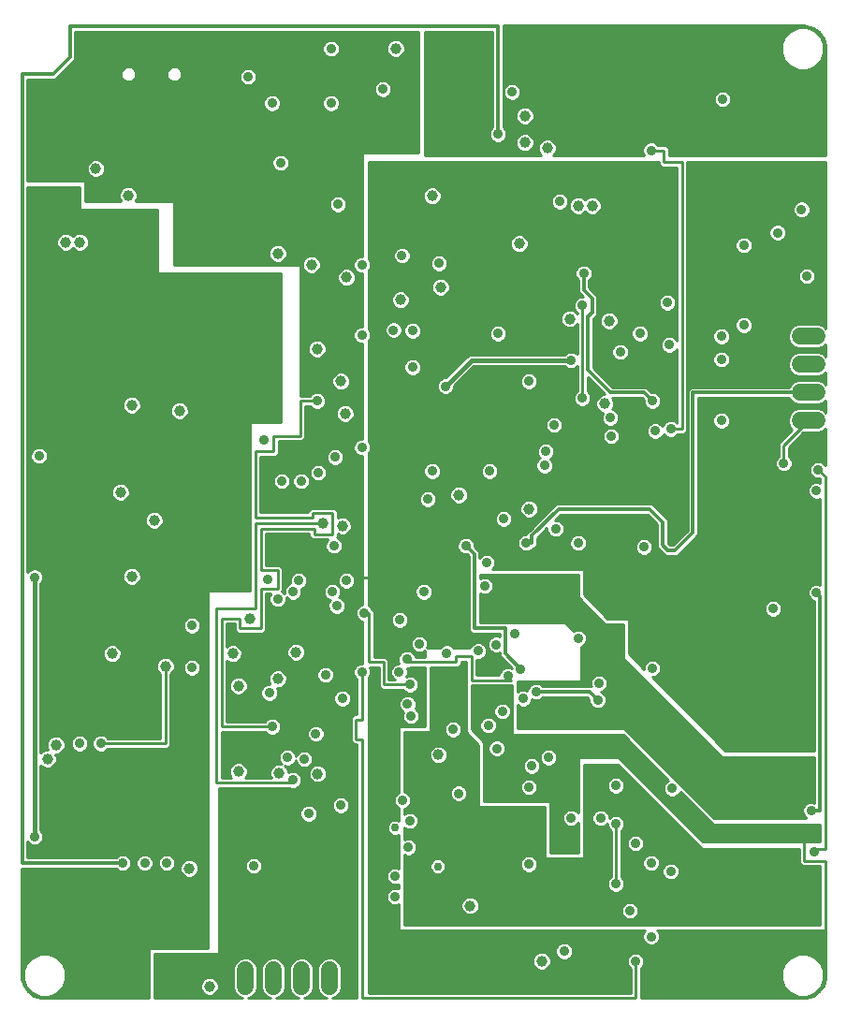
<source format=gbl>
G75*
%MOIN*%
%OFA0B0*%
%FSLAX25Y25*%
%IPPOS*%
%LPD*%
%AMOC8*
5,1,8,0,0,1.08239X$1,22.5*
%
%ADD10C,0.06496*%
%ADD11C,0.06000*%
%ADD12C,0.03962*%
%ADD13C,0.01000*%
%ADD14C,0.03569*%
%ADD15C,0.01200*%
%ADD16C,0.02978*%
%ADD17C,0.01600*%
D10*
X0157431Y0153500D03*
X0272431Y0153500D03*
X0214931Y0008500D03*
X0214931Y0298500D03*
D11*
X0307431Y0239500D02*
X0313431Y0239500D01*
X0313431Y0229500D02*
X0307431Y0229500D01*
X0307431Y0219500D02*
X0313431Y0219500D01*
X0313431Y0209500D02*
X0307431Y0209500D01*
X0139931Y0014000D02*
X0139931Y0008000D01*
X0129931Y0008000D02*
X0129931Y0014000D01*
X0119931Y0014000D02*
X0119931Y0008000D01*
X0109931Y0008000D02*
X0109931Y0014000D01*
D12*
X0099431Y0014500D03*
X0097181Y0008000D03*
X0117431Y0035500D03*
X0102431Y0049500D03*
X0089931Y0050000D03*
X0102931Y0077000D03*
X0107431Y0084500D03*
X0112681Y0084500D03*
X0121931Y0084000D03*
X0135681Y0083750D03*
X0121431Y0068500D03*
X0107431Y0115000D03*
X0105431Y0126500D03*
X0111431Y0139000D03*
X0127931Y0127000D03*
X0121431Y0117500D03*
X0130931Y0116500D03*
X0119431Y0159750D03*
X0118931Y0179000D03*
X0137431Y0173000D03*
X0144431Y0172000D03*
X0146931Y0159500D03*
X0185931Y0183000D03*
X0210931Y0178000D03*
X0234931Y0198000D03*
X0237931Y0215500D03*
X0239431Y0245000D03*
X0225431Y0245750D03*
X0242931Y0267500D03*
X0252431Y0284000D03*
X0252431Y0288500D03*
X0248431Y0305500D03*
X0242931Y0305500D03*
X0233431Y0286000D03*
X0228431Y0286000D03*
X0217431Y0306500D03*
X0209431Y0308500D03*
X0209431Y0318000D03*
X0176431Y0289500D03*
X0170931Y0289500D03*
X0145931Y0260500D03*
X0133431Y0265000D03*
X0121431Y0269000D03*
X0099931Y0295750D03*
X0068181Y0289750D03*
X0056681Y0299250D03*
X0041181Y0319000D03*
X0036181Y0319250D03*
X0045931Y0273000D03*
X0050931Y0273000D03*
X0069431Y0215000D03*
X0086431Y0213000D03*
X0065431Y0184000D03*
X0077431Y0174000D03*
X0069431Y0154000D03*
X0062431Y0126500D03*
X0081431Y0122000D03*
X0042431Y0094000D03*
X0039431Y0089000D03*
X0145431Y0212000D03*
X0143931Y0223500D03*
X0135431Y0235000D03*
X0165181Y0252500D03*
X0179431Y0257000D03*
X0207431Y0272500D03*
X0163431Y0342000D03*
X0147431Y0343000D03*
X0125431Y0338000D03*
X0280431Y0279500D03*
X0287931Y0298500D03*
X0292931Y0298500D03*
X0297931Y0251250D03*
X0178681Y0090490D03*
X0189931Y0036760D03*
X0165681Y0018500D03*
X0215431Y0017000D03*
X0301931Y0063500D03*
D13*
X0031039Y0009988D02*
X0030569Y0009988D01*
X0030832Y0010488D02*
X0031989Y0007695D01*
X0034126Y0005558D01*
X0036920Y0004401D01*
X0039943Y0004401D01*
X0042736Y0005558D01*
X0044873Y0007695D01*
X0046030Y0010488D01*
X0046030Y0013512D01*
X0044873Y0016305D01*
X0042736Y0018442D01*
X0039943Y0019599D01*
X0036920Y0019599D01*
X0034126Y0018442D01*
X0031989Y0016305D01*
X0030832Y0013512D01*
X0030832Y0010488D01*
X0030832Y0010987D02*
X0030311Y0010987D01*
X0030332Y0010717D02*
X0030231Y0012000D01*
X0030231Y0050100D01*
X0063749Y0050100D01*
X0064464Y0049385D01*
X0065597Y0048916D01*
X0066824Y0048916D01*
X0067958Y0049385D01*
X0068825Y0050253D01*
X0069295Y0051386D01*
X0069295Y0052613D01*
X0068825Y0053747D01*
X0067958Y0054615D01*
X0066824Y0055084D01*
X0065597Y0055084D01*
X0064464Y0054615D01*
X0063749Y0053900D01*
X0032331Y0053900D01*
X0032331Y0059488D01*
X0033184Y0058635D01*
X0034318Y0058166D01*
X0035545Y0058166D01*
X0036678Y0058635D01*
X0037546Y0059503D01*
X0038015Y0060636D01*
X0038015Y0061863D01*
X0037546Y0062997D01*
X0037031Y0063512D01*
X0037031Y0086760D01*
X0037573Y0086218D01*
X0038778Y0085719D01*
X0040084Y0085719D01*
X0041290Y0086218D01*
X0042213Y0087141D01*
X0042712Y0088347D01*
X0042712Y0089653D01*
X0042271Y0090719D01*
X0043084Y0090719D01*
X0044290Y0091218D01*
X0045213Y0092141D01*
X0045712Y0093347D01*
X0045712Y0094653D01*
X0045213Y0095859D01*
X0044290Y0096782D01*
X0043084Y0097281D01*
X0041778Y0097281D01*
X0040573Y0096782D01*
X0039650Y0095859D01*
X0039150Y0094653D01*
X0039150Y0093347D01*
X0039592Y0092281D01*
X0038778Y0092281D01*
X0037573Y0091782D01*
X0037031Y0091240D01*
X0037031Y0151488D01*
X0037546Y0152003D01*
X0038015Y0153136D01*
X0038015Y0154363D01*
X0037546Y0155497D01*
X0036678Y0156365D01*
X0035545Y0156834D01*
X0034318Y0156834D01*
X0033184Y0156365D01*
X0032331Y0155512D01*
X0032331Y0292500D01*
X0050931Y0292500D01*
X0050931Y0284750D01*
X0078431Y0284750D01*
X0078431Y0262000D01*
X0122431Y0262000D01*
X0122431Y0209000D01*
X0111431Y0209000D01*
X0111431Y0149000D01*
X0096431Y0149000D01*
X0096431Y0021500D01*
X0075431Y0021500D01*
X0075431Y0003800D01*
X0038431Y0003800D01*
X0037148Y0003901D01*
X0034708Y0004694D01*
X0032633Y0006202D01*
X0031125Y0008277D01*
X0030332Y0010717D01*
X0030232Y0011985D02*
X0030832Y0011985D01*
X0030832Y0012984D02*
X0030231Y0012984D01*
X0030231Y0013982D02*
X0031027Y0013982D01*
X0031440Y0014981D02*
X0030231Y0014981D01*
X0030231Y0015979D02*
X0031854Y0015979D01*
X0032662Y0016978D02*
X0030231Y0016978D01*
X0030231Y0017976D02*
X0033660Y0017976D01*
X0035412Y0018975D02*
X0030231Y0018975D01*
X0030231Y0019973D02*
X0075431Y0019973D01*
X0075431Y0018975D02*
X0041450Y0018975D01*
X0043202Y0017976D02*
X0075431Y0017976D01*
X0075431Y0016978D02*
X0044200Y0016978D01*
X0045008Y0015979D02*
X0075431Y0015979D01*
X0075431Y0014981D02*
X0045422Y0014981D01*
X0045835Y0013982D02*
X0075431Y0013982D01*
X0075431Y0012984D02*
X0046030Y0012984D01*
X0046030Y0011985D02*
X0075431Y0011985D01*
X0075431Y0010987D02*
X0046030Y0010987D01*
X0045823Y0009988D02*
X0075431Y0009988D01*
X0075431Y0008990D02*
X0045409Y0008990D01*
X0044996Y0007991D02*
X0075431Y0007991D01*
X0075431Y0006993D02*
X0044171Y0006993D01*
X0043172Y0005994D02*
X0075431Y0005994D01*
X0075431Y0004996D02*
X0041379Y0004996D01*
X0036853Y0003997D02*
X0075431Y0003997D01*
X0077431Y0003997D02*
X0108359Y0003997D01*
X0108834Y0003800D02*
X0107495Y0004355D01*
X0106286Y0005564D01*
X0105631Y0007145D01*
X0105631Y0014855D01*
X0106286Y0016436D01*
X0107495Y0017645D01*
X0109076Y0018300D01*
X0110786Y0018300D01*
X0112367Y0017645D01*
X0113576Y0016436D01*
X0114231Y0014855D01*
X0114231Y0007145D01*
X0113576Y0005564D01*
X0112367Y0004355D01*
X0111028Y0003800D01*
X0118834Y0003800D01*
X0117495Y0004355D01*
X0116286Y0005564D01*
X0115631Y0007145D01*
X0115631Y0014855D01*
X0116286Y0016436D01*
X0117495Y0017645D01*
X0119076Y0018300D01*
X0120786Y0018300D01*
X0122367Y0017645D01*
X0123576Y0016436D01*
X0124231Y0014855D01*
X0124231Y0007145D01*
X0123576Y0005564D01*
X0122367Y0004355D01*
X0121028Y0003800D01*
X0128834Y0003800D01*
X0127495Y0004355D01*
X0126286Y0005564D01*
X0125631Y0007145D01*
X0125631Y0014855D01*
X0126286Y0016436D01*
X0127495Y0017645D01*
X0129076Y0018300D01*
X0130786Y0018300D01*
X0132367Y0017645D01*
X0133576Y0016436D01*
X0134231Y0014855D01*
X0134231Y0007145D01*
X0133576Y0005564D01*
X0132367Y0004355D01*
X0131028Y0003800D01*
X0138834Y0003800D01*
X0137495Y0004355D01*
X0136286Y0005564D01*
X0135631Y0007145D01*
X0135631Y0014855D01*
X0136286Y0016436D01*
X0137495Y0017645D01*
X0139076Y0018300D01*
X0140786Y0018300D01*
X0142367Y0017645D01*
X0143576Y0016436D01*
X0144231Y0014855D01*
X0144231Y0007145D01*
X0143576Y0005564D01*
X0142367Y0004355D01*
X0141028Y0003800D01*
X0149631Y0003800D01*
X0149631Y0094200D01*
X0148436Y0094200D01*
X0147381Y0095254D01*
X0147381Y0103746D01*
X0148436Y0104800D01*
X0149631Y0104800D01*
X0149631Y0117438D01*
X0148816Y0118253D01*
X0148347Y0119386D01*
X0148347Y0120613D01*
X0148816Y0121747D01*
X0149684Y0122615D01*
X0150818Y0123084D01*
X0151431Y0123084D01*
X0151431Y0138024D01*
X0150559Y0138385D01*
X0149691Y0139253D01*
X0149222Y0140386D01*
X0149222Y0141613D01*
X0149691Y0142747D01*
X0150559Y0143615D01*
X0151431Y0143976D01*
X0151431Y0196916D01*
X0150818Y0196916D01*
X0149684Y0197385D01*
X0148816Y0198253D01*
X0148347Y0199386D01*
X0148347Y0200613D01*
X0148816Y0201747D01*
X0149684Y0202615D01*
X0150818Y0203084D01*
X0151431Y0203084D01*
X0151431Y0236916D01*
X0150818Y0236916D01*
X0149684Y0237385D01*
X0148816Y0238253D01*
X0148347Y0239386D01*
X0148347Y0240613D01*
X0148816Y0241747D01*
X0149684Y0242615D01*
X0150818Y0243084D01*
X0151431Y0243084D01*
X0151431Y0261916D01*
X0150818Y0261916D01*
X0149684Y0262385D01*
X0148816Y0263253D01*
X0148347Y0264386D01*
X0148347Y0265613D01*
X0148816Y0266747D01*
X0149684Y0267615D01*
X0150818Y0268084D01*
X0151431Y0268084D01*
X0151431Y0305000D01*
X0171431Y0305000D01*
X0171431Y0348100D01*
X0049331Y0348100D01*
X0049331Y0338213D01*
X0048218Y0337100D01*
X0042218Y0331100D01*
X0032331Y0331100D01*
X0032331Y0295000D01*
X0052931Y0295000D01*
X0052931Y0287500D01*
X0065675Y0287616D01*
X0065400Y0287891D01*
X0064900Y0289097D01*
X0064900Y0290403D01*
X0065400Y0291609D01*
X0066323Y0292532D01*
X0067528Y0293031D01*
X0068834Y0293031D01*
X0070040Y0292532D01*
X0070963Y0291609D01*
X0071462Y0290403D01*
X0071462Y0289097D01*
X0070963Y0287891D01*
X0070733Y0287662D01*
X0080431Y0287750D01*
X0084431Y0287750D01*
X0084431Y0265000D01*
X0129431Y0265000D01*
X0129431Y0218300D01*
X0132869Y0218300D01*
X0133684Y0219115D01*
X0134818Y0219584D01*
X0136045Y0219584D01*
X0137178Y0219115D01*
X0138046Y0218247D01*
X0138515Y0217113D01*
X0138515Y0215886D01*
X0138046Y0214753D01*
X0137178Y0213885D01*
X0136045Y0213416D01*
X0134818Y0213416D01*
X0133684Y0213885D01*
X0132869Y0214700D01*
X0131231Y0214700D01*
X0131231Y0203254D01*
X0130177Y0202200D01*
X0121731Y0202200D01*
X0121731Y0197754D01*
X0120677Y0196700D01*
X0115231Y0196700D01*
X0115231Y0176800D01*
X0132131Y0176800D01*
X0132131Y0177246D01*
X0133186Y0178300D01*
X0141677Y0178300D01*
X0142731Y0177246D01*
X0142731Y0174847D01*
X0143778Y0175281D01*
X0145084Y0175281D01*
X0146290Y0174782D01*
X0147213Y0173859D01*
X0147712Y0172653D01*
X0147712Y0171347D01*
X0147213Y0170141D01*
X0146290Y0169218D01*
X0145084Y0168719D01*
X0143778Y0168719D01*
X0142731Y0169153D01*
X0142731Y0168254D01*
X0142410Y0167933D01*
X0143178Y0167615D01*
X0144046Y0166747D01*
X0144515Y0165613D01*
X0144515Y0164386D01*
X0144046Y0163253D01*
X0143178Y0162385D01*
X0142045Y0161916D01*
X0140818Y0161916D01*
X0139684Y0162385D01*
X0138816Y0163253D01*
X0138347Y0164386D01*
X0138347Y0165613D01*
X0138816Y0166747D01*
X0139269Y0167200D01*
X0133686Y0167200D01*
X0132631Y0168254D01*
X0132631Y0169200D01*
X0117231Y0169200D01*
X0117231Y0158050D01*
X0122177Y0158050D01*
X0123231Y0156996D01*
X0123231Y0149004D01*
X0122940Y0148713D01*
X0123178Y0148615D01*
X0123847Y0147946D01*
X0123847Y0149113D01*
X0124316Y0150247D01*
X0125184Y0151115D01*
X0126023Y0151462D01*
X0125847Y0151886D01*
X0125847Y0153113D01*
X0126316Y0154247D01*
X0127184Y0155115D01*
X0128318Y0155584D01*
X0129545Y0155584D01*
X0130678Y0155115D01*
X0131546Y0154247D01*
X0132015Y0153113D01*
X0132015Y0151886D01*
X0131546Y0150753D01*
X0130678Y0149885D01*
X0129840Y0149538D01*
X0130015Y0149113D01*
X0130015Y0147886D01*
X0129546Y0146753D01*
X0128678Y0145885D01*
X0127545Y0145416D01*
X0126318Y0145416D01*
X0125184Y0145885D01*
X0124515Y0146554D01*
X0124515Y0145386D01*
X0124046Y0144253D01*
X0123178Y0143385D01*
X0122045Y0142916D01*
X0120818Y0142916D01*
X0119684Y0143385D01*
X0118816Y0144253D01*
X0118347Y0145386D01*
X0118347Y0146613D01*
X0118816Y0147747D01*
X0119019Y0147950D01*
X0117231Y0147950D01*
X0117231Y0134754D01*
X0116177Y0133700D01*
X0107186Y0133700D01*
X0106131Y0134754D01*
X0106131Y0137200D01*
X0103231Y0137200D01*
X0103231Y0128940D01*
X0103573Y0129282D01*
X0104778Y0129781D01*
X0106084Y0129781D01*
X0107290Y0129282D01*
X0108213Y0128359D01*
X0108712Y0127153D01*
X0108712Y0125847D01*
X0108213Y0124641D01*
X0107290Y0123718D01*
X0106084Y0123219D01*
X0104778Y0123219D01*
X0103573Y0123718D01*
X0103231Y0124060D01*
X0103231Y0102300D01*
X0116869Y0102300D01*
X0117684Y0103115D01*
X0118818Y0103584D01*
X0120045Y0103584D01*
X0121178Y0103115D01*
X0122046Y0102247D01*
X0122515Y0101113D01*
X0122515Y0099886D01*
X0122046Y0098753D01*
X0121178Y0097885D01*
X0120045Y0097416D01*
X0118818Y0097416D01*
X0117684Y0097885D01*
X0116869Y0098700D01*
X0101408Y0098700D01*
X0101474Y0082300D01*
X0104991Y0082300D01*
X0104650Y0082641D01*
X0104150Y0083847D01*
X0104150Y0085153D01*
X0104650Y0086359D01*
X0105573Y0087282D01*
X0106778Y0087781D01*
X0108084Y0087781D01*
X0109290Y0087282D01*
X0110213Y0086359D01*
X0110712Y0085153D01*
X0110712Y0083847D01*
X0110213Y0082641D01*
X0109871Y0082300D01*
X0119084Y0082300D01*
X0118650Y0083347D01*
X0118650Y0084653D01*
X0119150Y0085859D01*
X0120073Y0086782D01*
X0121278Y0087281D01*
X0122584Y0087281D01*
X0122933Y0087136D01*
X0122316Y0087753D01*
X0121847Y0088886D01*
X0121847Y0090113D01*
X0122316Y0091247D01*
X0123184Y0092115D01*
X0124318Y0092584D01*
X0125545Y0092584D01*
X0126678Y0092115D01*
X0127546Y0091247D01*
X0128015Y0090113D01*
X0128015Y0090020D01*
X0128316Y0090747D01*
X0129184Y0091615D01*
X0130318Y0092084D01*
X0131545Y0092084D01*
X0132678Y0091615D01*
X0133546Y0090747D01*
X0134015Y0089613D01*
X0134015Y0088386D01*
X0133546Y0087253D01*
X0132678Y0086385D01*
X0131545Y0085916D01*
X0130318Y0085916D01*
X0129184Y0086385D01*
X0128316Y0087253D01*
X0127847Y0088386D01*
X0127847Y0088480D01*
X0127546Y0087753D01*
X0126678Y0086885D01*
X0125545Y0086416D01*
X0124318Y0086416D01*
X0124041Y0086530D01*
X0124713Y0085859D01*
X0125212Y0084653D01*
X0125212Y0084126D01*
X0126318Y0084584D01*
X0127545Y0084584D01*
X0128678Y0084115D01*
X0129546Y0083247D01*
X0130015Y0082113D01*
X0130015Y0080886D01*
X0129546Y0079753D01*
X0128678Y0078885D01*
X0127545Y0078416D01*
X0126318Y0078416D01*
X0125631Y0078700D01*
X0100431Y0078700D01*
X0100431Y0019500D01*
X0077431Y0019500D01*
X0077431Y0003800D01*
X0108834Y0003800D01*
X0106854Y0004996D02*
X0098502Y0004996D01*
X0099040Y0005218D02*
X0099963Y0006141D01*
X0100462Y0007347D01*
X0100462Y0008653D01*
X0099963Y0009859D01*
X0099040Y0010782D01*
X0097834Y0011281D01*
X0096528Y0011281D01*
X0095323Y0010782D01*
X0094400Y0009859D01*
X0093900Y0008653D01*
X0093900Y0007347D01*
X0094400Y0006141D01*
X0095323Y0005218D01*
X0096528Y0004719D01*
X0097834Y0004719D01*
X0099040Y0005218D01*
X0099815Y0005994D02*
X0106108Y0005994D01*
X0105694Y0006993D02*
X0100315Y0006993D01*
X0100462Y0007991D02*
X0105631Y0007991D01*
X0105631Y0008990D02*
X0100323Y0008990D01*
X0099833Y0009988D02*
X0105631Y0009988D01*
X0105631Y0010987D02*
X0098545Y0010987D01*
X0095817Y0010987D02*
X0077431Y0010987D01*
X0077431Y0011985D02*
X0105631Y0011985D01*
X0105631Y0012984D02*
X0077431Y0012984D01*
X0077431Y0013982D02*
X0105631Y0013982D01*
X0105683Y0014981D02*
X0077431Y0014981D01*
X0077431Y0015979D02*
X0106097Y0015979D01*
X0106828Y0016978D02*
X0077431Y0016978D01*
X0077431Y0017976D02*
X0108294Y0017976D01*
X0111568Y0017976D02*
X0118294Y0017976D01*
X0116828Y0016978D02*
X0113035Y0016978D01*
X0113766Y0015979D02*
X0116097Y0015979D01*
X0115683Y0014981D02*
X0114179Y0014981D01*
X0114231Y0013982D02*
X0115631Y0013982D01*
X0115631Y0012984D02*
X0114231Y0012984D01*
X0114231Y0011985D02*
X0115631Y0011985D01*
X0115631Y0010987D02*
X0114231Y0010987D01*
X0114231Y0009988D02*
X0115631Y0009988D01*
X0115631Y0008990D02*
X0114231Y0008990D01*
X0114231Y0007991D02*
X0115631Y0007991D01*
X0115694Y0006993D02*
X0114168Y0006993D01*
X0113754Y0005994D02*
X0116108Y0005994D01*
X0116854Y0004996D02*
X0113008Y0004996D01*
X0111503Y0003997D02*
X0118359Y0003997D01*
X0121503Y0003997D02*
X0128359Y0003997D01*
X0126854Y0004996D02*
X0123008Y0004996D01*
X0123754Y0005994D02*
X0126108Y0005994D01*
X0125694Y0006993D02*
X0124168Y0006993D01*
X0124231Y0007991D02*
X0125631Y0007991D01*
X0125631Y0008990D02*
X0124231Y0008990D01*
X0124231Y0009988D02*
X0125631Y0009988D01*
X0125631Y0010987D02*
X0124231Y0010987D01*
X0124231Y0011985D02*
X0125631Y0011985D01*
X0125631Y0012984D02*
X0124231Y0012984D01*
X0124231Y0013982D02*
X0125631Y0013982D01*
X0125683Y0014981D02*
X0124179Y0014981D01*
X0123766Y0015979D02*
X0126097Y0015979D01*
X0126828Y0016978D02*
X0123035Y0016978D01*
X0121568Y0017976D02*
X0128294Y0017976D01*
X0131568Y0017976D02*
X0138294Y0017976D01*
X0136828Y0016978D02*
X0133035Y0016978D01*
X0133766Y0015979D02*
X0136097Y0015979D01*
X0135683Y0014981D02*
X0134179Y0014981D01*
X0134231Y0013982D02*
X0135631Y0013982D01*
X0135631Y0012984D02*
X0134231Y0012984D01*
X0134231Y0011985D02*
X0135631Y0011985D01*
X0135631Y0010987D02*
X0134231Y0010987D01*
X0134231Y0009988D02*
X0135631Y0009988D01*
X0135631Y0008990D02*
X0134231Y0008990D01*
X0134231Y0007991D02*
X0135631Y0007991D01*
X0135694Y0006993D02*
X0134168Y0006993D01*
X0133754Y0005994D02*
X0136108Y0005994D01*
X0136854Y0004996D02*
X0133008Y0004996D01*
X0131503Y0003997D02*
X0138359Y0003997D01*
X0141503Y0003997D02*
X0149631Y0003997D01*
X0149631Y0004996D02*
X0143008Y0004996D01*
X0143754Y0005994D02*
X0149631Y0005994D01*
X0149631Y0006993D02*
X0144168Y0006993D01*
X0144231Y0007991D02*
X0149631Y0007991D01*
X0149631Y0008990D02*
X0144231Y0008990D01*
X0144231Y0009988D02*
X0149631Y0009988D01*
X0149631Y0010987D02*
X0144231Y0010987D01*
X0144231Y0011985D02*
X0149631Y0011985D01*
X0149631Y0012984D02*
X0144231Y0012984D01*
X0144231Y0013982D02*
X0149631Y0013982D01*
X0149631Y0014981D02*
X0144179Y0014981D01*
X0143766Y0015979D02*
X0149631Y0015979D01*
X0149631Y0016978D02*
X0143035Y0016978D01*
X0141568Y0017976D02*
X0149631Y0017976D01*
X0149631Y0018975D02*
X0077431Y0018975D01*
X0075431Y0020972D02*
X0030231Y0020972D01*
X0030231Y0021970D02*
X0096431Y0021970D01*
X0096431Y0022969D02*
X0030231Y0022969D01*
X0030231Y0023967D02*
X0096431Y0023967D01*
X0096431Y0024966D02*
X0030231Y0024966D01*
X0030231Y0025964D02*
X0096431Y0025964D01*
X0096431Y0026963D02*
X0030231Y0026963D01*
X0030231Y0027961D02*
X0096431Y0027961D01*
X0096431Y0028960D02*
X0030231Y0028960D01*
X0030231Y0029958D02*
X0096431Y0029958D01*
X0096431Y0030957D02*
X0030231Y0030957D01*
X0030231Y0031955D02*
X0096431Y0031955D01*
X0096431Y0032954D02*
X0030231Y0032954D01*
X0030231Y0033952D02*
X0096431Y0033952D01*
X0096431Y0034951D02*
X0030231Y0034951D01*
X0030231Y0035949D02*
X0096431Y0035949D01*
X0096431Y0036948D02*
X0030231Y0036948D01*
X0030231Y0037946D02*
X0096431Y0037946D01*
X0096431Y0038945D02*
X0030231Y0038945D01*
X0030231Y0039943D02*
X0096431Y0039943D01*
X0096431Y0040942D02*
X0030231Y0040942D01*
X0030231Y0041940D02*
X0096431Y0041940D01*
X0096431Y0042939D02*
X0030231Y0042939D01*
X0030231Y0043937D02*
X0096431Y0043937D01*
X0096431Y0044936D02*
X0030231Y0044936D01*
X0030231Y0045934D02*
X0096431Y0045934D01*
X0096431Y0046933D02*
X0091101Y0046933D01*
X0090584Y0046719D02*
X0091790Y0047218D01*
X0092713Y0048141D01*
X0093212Y0049347D01*
X0093212Y0050653D01*
X0092713Y0051859D01*
X0091790Y0052782D01*
X0090584Y0053281D01*
X0089278Y0053281D01*
X0088073Y0052782D01*
X0087150Y0051859D01*
X0086650Y0050653D01*
X0086650Y0049347D01*
X0087150Y0048141D01*
X0088073Y0047218D01*
X0089278Y0046719D01*
X0090584Y0046719D01*
X0088762Y0046933D02*
X0030231Y0046933D01*
X0030231Y0047932D02*
X0087359Y0047932D01*
X0086823Y0048930D02*
X0082607Y0048930D01*
X0082572Y0048916D02*
X0083706Y0049385D01*
X0084573Y0050253D01*
X0085043Y0051386D01*
X0085043Y0052613D01*
X0084573Y0053747D01*
X0083706Y0054615D01*
X0082572Y0055084D01*
X0081345Y0055084D01*
X0080212Y0054615D01*
X0079344Y0053747D01*
X0078874Y0052613D01*
X0078874Y0051386D01*
X0079344Y0050253D01*
X0080212Y0049385D01*
X0081345Y0048916D01*
X0082572Y0048916D01*
X0081311Y0048930D02*
X0074733Y0048930D01*
X0074698Y0048916D02*
X0075832Y0049385D01*
X0076699Y0050253D01*
X0077169Y0051386D01*
X0077169Y0052613D01*
X0076699Y0053747D01*
X0075832Y0054615D01*
X0074698Y0055084D01*
X0073471Y0055084D01*
X0072338Y0054615D01*
X0071470Y0053747D01*
X0071000Y0052613D01*
X0071000Y0051386D01*
X0071470Y0050253D01*
X0072338Y0049385D01*
X0073471Y0048916D01*
X0074698Y0048916D01*
X0073437Y0048930D02*
X0066859Y0048930D01*
X0065563Y0048930D02*
X0030231Y0048930D01*
X0030231Y0049929D02*
X0063920Y0049929D01*
X0063771Y0053923D02*
X0032331Y0053923D01*
X0032331Y0054921D02*
X0065203Y0054921D01*
X0067218Y0054921D02*
X0073077Y0054921D01*
X0071645Y0053923D02*
X0068650Y0053923D01*
X0069166Y0052924D02*
X0071129Y0052924D01*
X0071000Y0051926D02*
X0069295Y0051926D01*
X0069105Y0050927D02*
X0071191Y0050927D01*
X0071794Y0049929D02*
X0068501Y0049929D01*
X0076375Y0049929D02*
X0079668Y0049929D01*
X0079065Y0050927D02*
X0076979Y0050927D01*
X0077169Y0051926D02*
X0078874Y0051926D01*
X0079003Y0052924D02*
X0077040Y0052924D01*
X0076524Y0053923D02*
X0079519Y0053923D01*
X0080951Y0054921D02*
X0075092Y0054921D01*
X0082966Y0054921D02*
X0096431Y0054921D01*
X0096431Y0053923D02*
X0084398Y0053923D01*
X0084914Y0052924D02*
X0088417Y0052924D01*
X0087216Y0051926D02*
X0085043Y0051926D01*
X0084853Y0050927D02*
X0086764Y0050927D01*
X0086650Y0049929D02*
X0084249Y0049929D01*
X0091446Y0052924D02*
X0096431Y0052924D01*
X0096431Y0051926D02*
X0092646Y0051926D01*
X0093099Y0050927D02*
X0096431Y0050927D01*
X0096431Y0049929D02*
X0093212Y0049929D01*
X0093039Y0048930D02*
X0096431Y0048930D01*
X0096431Y0047932D02*
X0092503Y0047932D01*
X0096431Y0055920D02*
X0032331Y0055920D01*
X0032331Y0056918D02*
X0096431Y0056918D01*
X0096431Y0057917D02*
X0032331Y0057917D01*
X0032331Y0058915D02*
X0032904Y0058915D01*
X0036958Y0058915D02*
X0096431Y0058915D01*
X0096431Y0059914D02*
X0037716Y0059914D01*
X0038015Y0060912D02*
X0096431Y0060912D01*
X0096431Y0061911D02*
X0037996Y0061911D01*
X0037582Y0062909D02*
X0096431Y0062909D01*
X0096431Y0063908D02*
X0037031Y0063908D01*
X0037031Y0064906D02*
X0096431Y0064906D01*
X0096431Y0065905D02*
X0037031Y0065905D01*
X0037031Y0066903D02*
X0096431Y0066903D01*
X0096431Y0067902D02*
X0037031Y0067902D01*
X0037031Y0068900D02*
X0096431Y0068900D01*
X0096431Y0069899D02*
X0037031Y0069899D01*
X0037031Y0070897D02*
X0096431Y0070897D01*
X0096431Y0071896D02*
X0037031Y0071896D01*
X0037031Y0072894D02*
X0096431Y0072894D01*
X0096431Y0073893D02*
X0037031Y0073893D01*
X0037031Y0074891D02*
X0096431Y0074891D01*
X0096431Y0075890D02*
X0037031Y0075890D01*
X0037031Y0076888D02*
X0096431Y0076888D01*
X0096431Y0077887D02*
X0037031Y0077887D01*
X0037031Y0078885D02*
X0096431Y0078885D01*
X0096431Y0079884D02*
X0037031Y0079884D01*
X0037031Y0080882D02*
X0096431Y0080882D01*
X0096431Y0081881D02*
X0037031Y0081881D01*
X0037031Y0082879D02*
X0096431Y0082879D01*
X0096431Y0083878D02*
X0037031Y0083878D01*
X0037031Y0084876D02*
X0096431Y0084876D01*
X0096431Y0085875D02*
X0040460Y0085875D01*
X0041945Y0086873D02*
X0096431Y0086873D01*
X0096431Y0087872D02*
X0042515Y0087872D01*
X0042712Y0088870D02*
X0096431Y0088870D01*
X0096431Y0089869D02*
X0042623Y0089869D01*
X0043443Y0090868D02*
X0096431Y0090868D01*
X0096431Y0091866D02*
X0060132Y0091866D01*
X0060178Y0091885D02*
X0060993Y0092700D01*
X0082177Y0092700D01*
X0083231Y0093754D01*
X0083231Y0119194D01*
X0083290Y0119218D01*
X0084213Y0120141D01*
X0084712Y0121347D01*
X0084712Y0122653D01*
X0084213Y0123859D01*
X0083290Y0124782D01*
X0082084Y0125281D01*
X0080778Y0125281D01*
X0079573Y0124782D01*
X0078650Y0123859D01*
X0078150Y0122653D01*
X0078150Y0121347D01*
X0078650Y0120141D01*
X0079573Y0119218D01*
X0079631Y0119194D01*
X0079631Y0096300D01*
X0060993Y0096300D01*
X0060178Y0097115D01*
X0059045Y0097584D01*
X0057818Y0097584D01*
X0056684Y0097115D01*
X0055816Y0096247D01*
X0055347Y0095113D01*
X0055347Y0093886D01*
X0055816Y0092753D01*
X0056684Y0091885D01*
X0057818Y0091416D01*
X0059045Y0091416D01*
X0060178Y0091885D01*
X0058431Y0094500D02*
X0081431Y0094500D01*
X0081431Y0122000D01*
X0078367Y0120823D02*
X0037031Y0120823D01*
X0037031Y0121821D02*
X0078150Y0121821D01*
X0078219Y0122820D02*
X0037031Y0122820D01*
X0037031Y0123818D02*
X0060473Y0123818D01*
X0060573Y0123718D02*
X0059650Y0124641D01*
X0059150Y0125847D01*
X0059150Y0127153D01*
X0059650Y0128359D01*
X0060573Y0129282D01*
X0061778Y0129781D01*
X0063084Y0129781D01*
X0064290Y0129282D01*
X0065213Y0128359D01*
X0065712Y0127153D01*
X0065712Y0125847D01*
X0065213Y0124641D01*
X0064290Y0123718D01*
X0063084Y0123219D01*
X0061778Y0123219D01*
X0060573Y0123718D01*
X0059577Y0124817D02*
X0037031Y0124817D01*
X0037031Y0125815D02*
X0059163Y0125815D01*
X0059150Y0126814D02*
X0037031Y0126814D01*
X0037031Y0127812D02*
X0059423Y0127812D01*
X0060102Y0128811D02*
X0037031Y0128811D01*
X0037031Y0129809D02*
X0096431Y0129809D01*
X0096431Y0128811D02*
X0064760Y0128811D01*
X0065439Y0127812D02*
X0096431Y0127812D01*
X0096431Y0126814D02*
X0065712Y0126814D01*
X0065699Y0125815D02*
X0096431Y0125815D01*
X0096431Y0124817D02*
X0083204Y0124817D01*
X0084229Y0123818D02*
X0088888Y0123818D01*
X0089184Y0124115D02*
X0088316Y0123247D01*
X0087847Y0122113D01*
X0087847Y0120886D01*
X0088316Y0119753D01*
X0089184Y0118885D01*
X0090318Y0118416D01*
X0091545Y0118416D01*
X0092678Y0118885D01*
X0093546Y0119753D01*
X0094015Y0120886D01*
X0094015Y0122113D01*
X0093546Y0123247D01*
X0092678Y0124115D01*
X0091545Y0124584D01*
X0090318Y0124584D01*
X0089184Y0124115D01*
X0088139Y0122820D02*
X0084643Y0122820D01*
X0084712Y0121821D02*
X0087847Y0121821D01*
X0087873Y0120823D02*
X0084495Y0120823D01*
X0083896Y0119824D02*
X0088287Y0119824D01*
X0089328Y0118826D02*
X0083231Y0118826D01*
X0083231Y0117827D02*
X0096431Y0117827D01*
X0096431Y0116829D02*
X0083231Y0116829D01*
X0083231Y0115830D02*
X0096431Y0115830D01*
X0096431Y0114832D02*
X0083231Y0114832D01*
X0083231Y0113833D02*
X0096431Y0113833D01*
X0096431Y0112835D02*
X0083231Y0112835D01*
X0083231Y0111836D02*
X0096431Y0111836D01*
X0096431Y0110838D02*
X0083231Y0110838D01*
X0083231Y0109839D02*
X0096431Y0109839D01*
X0096431Y0108841D02*
X0083231Y0108841D01*
X0083231Y0107842D02*
X0096431Y0107842D01*
X0096431Y0106844D02*
X0083231Y0106844D01*
X0083231Y0105845D02*
X0096431Y0105845D01*
X0096431Y0104847D02*
X0083231Y0104847D01*
X0083231Y0103848D02*
X0096431Y0103848D01*
X0096431Y0102850D02*
X0083231Y0102850D01*
X0083231Y0101851D02*
X0096431Y0101851D01*
X0096431Y0100853D02*
X0083231Y0100853D01*
X0083231Y0099854D02*
X0096431Y0099854D01*
X0096431Y0098856D02*
X0083231Y0098856D01*
X0083231Y0097857D02*
X0096431Y0097857D01*
X0096431Y0096859D02*
X0083231Y0096859D01*
X0083231Y0095860D02*
X0096431Y0095860D01*
X0096431Y0094862D02*
X0083231Y0094862D01*
X0083231Y0093863D02*
X0096431Y0093863D01*
X0096431Y0092865D02*
X0082341Y0092865D01*
X0079631Y0096859D02*
X0060434Y0096859D01*
X0056428Y0096859D02*
X0052934Y0096859D01*
X0052678Y0097115D02*
X0051545Y0097584D01*
X0050318Y0097584D01*
X0049184Y0097115D01*
X0048316Y0096247D01*
X0047847Y0095113D01*
X0047847Y0093886D01*
X0048316Y0092753D01*
X0049184Y0091885D01*
X0050318Y0091416D01*
X0051545Y0091416D01*
X0052678Y0091885D01*
X0053546Y0092753D01*
X0054015Y0093886D01*
X0054015Y0095113D01*
X0053546Y0096247D01*
X0052678Y0097115D01*
X0053706Y0095860D02*
X0055656Y0095860D01*
X0055347Y0094862D02*
X0054015Y0094862D01*
X0054006Y0093863D02*
X0055357Y0093863D01*
X0055770Y0092865D02*
X0053592Y0092865D01*
X0052632Y0091866D02*
X0056731Y0091866D01*
X0049231Y0091866D02*
X0044937Y0091866D01*
X0045512Y0092865D02*
X0048270Y0092865D01*
X0047857Y0093863D02*
X0045712Y0093863D01*
X0045626Y0094862D02*
X0047847Y0094862D01*
X0048156Y0095860D02*
X0045211Y0095860D01*
X0044104Y0096859D02*
X0048928Y0096859D01*
X0040758Y0096859D02*
X0037031Y0096859D01*
X0037031Y0097857D02*
X0079631Y0097857D01*
X0079631Y0098856D02*
X0037031Y0098856D01*
X0037031Y0099854D02*
X0079631Y0099854D01*
X0079631Y0100853D02*
X0037031Y0100853D01*
X0037031Y0101851D02*
X0079631Y0101851D01*
X0079631Y0102850D02*
X0037031Y0102850D01*
X0037031Y0103848D02*
X0079631Y0103848D01*
X0079631Y0104847D02*
X0037031Y0104847D01*
X0037031Y0105845D02*
X0079631Y0105845D01*
X0079631Y0106844D02*
X0037031Y0106844D01*
X0037031Y0107842D02*
X0079631Y0107842D01*
X0079631Y0108841D02*
X0037031Y0108841D01*
X0037031Y0109839D02*
X0079631Y0109839D01*
X0079631Y0110838D02*
X0037031Y0110838D01*
X0037031Y0111836D02*
X0079631Y0111836D01*
X0079631Y0112835D02*
X0037031Y0112835D01*
X0037031Y0113833D02*
X0079631Y0113833D01*
X0079631Y0114832D02*
X0037031Y0114832D01*
X0037031Y0115830D02*
X0079631Y0115830D01*
X0079631Y0116829D02*
X0037031Y0116829D01*
X0037031Y0117827D02*
X0079631Y0117827D01*
X0079631Y0118826D02*
X0037031Y0118826D01*
X0037031Y0119824D02*
X0078967Y0119824D01*
X0078633Y0123818D02*
X0064390Y0123818D01*
X0065285Y0124817D02*
X0079658Y0124817D01*
X0089184Y0133885D02*
X0088316Y0134753D01*
X0087847Y0135886D01*
X0087847Y0137113D01*
X0088316Y0138247D01*
X0089184Y0139115D01*
X0090318Y0139584D01*
X0091545Y0139584D01*
X0092678Y0139115D01*
X0093546Y0138247D01*
X0094015Y0137113D01*
X0094015Y0135886D01*
X0093546Y0134753D01*
X0092678Y0133885D01*
X0091545Y0133416D01*
X0090318Y0133416D01*
X0089184Y0133885D01*
X0089381Y0133803D02*
X0037031Y0133803D01*
X0037031Y0132805D02*
X0096431Y0132805D01*
X0096431Y0133803D02*
X0092481Y0133803D01*
X0093566Y0134802D02*
X0096431Y0134802D01*
X0096431Y0135801D02*
X0093980Y0135801D01*
X0094015Y0136799D02*
X0096431Y0136799D01*
X0096431Y0137798D02*
X0093732Y0137798D01*
X0092997Y0138796D02*
X0096431Y0138796D01*
X0096431Y0139795D02*
X0037031Y0139795D01*
X0037031Y0140793D02*
X0096431Y0140793D01*
X0096431Y0141792D02*
X0037031Y0141792D01*
X0037031Y0142790D02*
X0096431Y0142790D01*
X0096431Y0143789D02*
X0037031Y0143789D01*
X0037031Y0144787D02*
X0096431Y0144787D01*
X0096431Y0145786D02*
X0037031Y0145786D01*
X0037031Y0146784D02*
X0096431Y0146784D01*
X0096431Y0147783D02*
X0037031Y0147783D01*
X0037031Y0148781D02*
X0096431Y0148781D01*
X0099431Y0142500D02*
X0113431Y0142500D01*
X0113431Y0173000D01*
X0137431Y0173000D01*
X0134431Y0171000D02*
X0134431Y0169000D01*
X0140931Y0169000D01*
X0140931Y0176500D01*
X0133931Y0176500D01*
X0133931Y0175000D01*
X0113431Y0175000D01*
X0113431Y0198500D01*
X0119931Y0198500D01*
X0119931Y0204000D01*
X0129431Y0204000D01*
X0129431Y0216500D01*
X0135431Y0216500D01*
X0133246Y0218677D02*
X0129431Y0218677D01*
X0129431Y0219675D02*
X0151431Y0219675D01*
X0151431Y0218677D02*
X0137616Y0218677D01*
X0138281Y0217678D02*
X0151431Y0217678D01*
X0151431Y0216680D02*
X0138515Y0216680D01*
X0138430Y0215681D02*
X0151431Y0215681D01*
X0151431Y0214683D02*
X0147388Y0214683D01*
X0147290Y0214782D02*
X0146084Y0215281D01*
X0144778Y0215281D01*
X0143573Y0214782D01*
X0142650Y0213859D01*
X0142150Y0212653D01*
X0142150Y0211347D01*
X0142650Y0210141D01*
X0143573Y0209218D01*
X0144778Y0208719D01*
X0146084Y0208719D01*
X0147290Y0209218D01*
X0148213Y0210141D01*
X0148712Y0211347D01*
X0148712Y0212653D01*
X0148213Y0213859D01*
X0147290Y0214782D01*
X0148285Y0213684D02*
X0151431Y0213684D01*
X0151431Y0212686D02*
X0148698Y0212686D01*
X0148712Y0211687D02*
X0151431Y0211687D01*
X0151431Y0210689D02*
X0148439Y0210689D01*
X0147762Y0209690D02*
X0151431Y0209690D01*
X0151431Y0208692D02*
X0131231Y0208692D01*
X0131231Y0209690D02*
X0143101Y0209690D01*
X0142423Y0210689D02*
X0131231Y0210689D01*
X0131231Y0211687D02*
X0142150Y0211687D01*
X0142164Y0212686D02*
X0131231Y0212686D01*
X0131231Y0213684D02*
X0134169Y0213684D01*
X0132886Y0214683D02*
X0131231Y0214683D01*
X0136693Y0213684D02*
X0142577Y0213684D01*
X0143474Y0214683D02*
X0137976Y0214683D01*
X0142073Y0220718D02*
X0143278Y0220219D01*
X0144584Y0220219D01*
X0145790Y0220718D01*
X0146713Y0221641D01*
X0147212Y0222847D01*
X0147212Y0224153D01*
X0146713Y0225359D01*
X0145790Y0226282D01*
X0144584Y0226781D01*
X0143278Y0226781D01*
X0142073Y0226282D01*
X0141150Y0225359D01*
X0140650Y0224153D01*
X0140650Y0222847D01*
X0141150Y0221641D01*
X0142073Y0220718D01*
X0142180Y0220674D02*
X0129431Y0220674D01*
X0129431Y0221672D02*
X0141137Y0221672D01*
X0140723Y0222671D02*
X0129431Y0222671D01*
X0129431Y0223670D02*
X0140650Y0223670D01*
X0140863Y0224668D02*
X0129431Y0224668D01*
X0129431Y0225667D02*
X0141457Y0225667D01*
X0142998Y0226665D02*
X0129431Y0226665D01*
X0129431Y0227664D02*
X0151431Y0227664D01*
X0151431Y0228662D02*
X0129431Y0228662D01*
X0129431Y0229661D02*
X0151431Y0229661D01*
X0151431Y0230659D02*
X0129431Y0230659D01*
X0129431Y0231658D02*
X0151431Y0231658D01*
X0151431Y0232656D02*
X0137727Y0232656D01*
X0137290Y0232218D02*
X0138213Y0233141D01*
X0138712Y0234347D01*
X0138712Y0235653D01*
X0138213Y0236859D01*
X0137290Y0237782D01*
X0136084Y0238281D01*
X0134778Y0238281D01*
X0133573Y0237782D01*
X0132650Y0236859D01*
X0132150Y0235653D01*
X0132150Y0234347D01*
X0132650Y0233141D01*
X0133573Y0232218D01*
X0134778Y0231719D01*
X0136084Y0231719D01*
X0137290Y0232218D01*
X0138425Y0233655D02*
X0151431Y0233655D01*
X0151431Y0234653D02*
X0138712Y0234653D01*
X0138712Y0235652D02*
X0151431Y0235652D01*
X0151431Y0236650D02*
X0138299Y0236650D01*
X0137423Y0237649D02*
X0149421Y0237649D01*
X0148653Y0238647D02*
X0129431Y0238647D01*
X0129431Y0237649D02*
X0133440Y0237649D01*
X0132563Y0236650D02*
X0129431Y0236650D01*
X0129431Y0235652D02*
X0132150Y0235652D01*
X0132150Y0234653D02*
X0129431Y0234653D01*
X0129431Y0233655D02*
X0132437Y0233655D01*
X0133135Y0232656D02*
X0129431Y0232656D01*
X0129431Y0239646D02*
X0148347Y0239646D01*
X0148360Y0240644D02*
X0129431Y0240644D01*
X0129431Y0241643D02*
X0148773Y0241643D01*
X0149748Y0242641D02*
X0129431Y0242641D01*
X0129431Y0243640D02*
X0151431Y0243640D01*
X0151431Y0244638D02*
X0129431Y0244638D01*
X0129431Y0245637D02*
X0151431Y0245637D01*
X0151431Y0246635D02*
X0129431Y0246635D01*
X0129431Y0247634D02*
X0151431Y0247634D01*
X0151431Y0248632D02*
X0129431Y0248632D01*
X0129431Y0249631D02*
X0151431Y0249631D01*
X0151431Y0250629D02*
X0129431Y0250629D01*
X0129431Y0251628D02*
X0151431Y0251628D01*
X0151431Y0252626D02*
X0129431Y0252626D01*
X0129431Y0253625D02*
X0151431Y0253625D01*
X0151431Y0254623D02*
X0129431Y0254623D01*
X0129431Y0255622D02*
X0151431Y0255622D01*
X0151431Y0256620D02*
X0129431Y0256620D01*
X0129431Y0257619D02*
X0144313Y0257619D01*
X0144073Y0257718D02*
X0145278Y0257219D01*
X0146584Y0257219D01*
X0147790Y0257718D01*
X0148713Y0258641D01*
X0149212Y0259847D01*
X0149212Y0261153D01*
X0148713Y0262359D01*
X0147790Y0263282D01*
X0146584Y0263781D01*
X0145278Y0263781D01*
X0144073Y0263282D01*
X0143150Y0262359D01*
X0142650Y0261153D01*
X0142650Y0259847D01*
X0143150Y0258641D01*
X0144073Y0257718D01*
X0143174Y0258617D02*
X0129431Y0258617D01*
X0129431Y0259616D02*
X0142746Y0259616D01*
X0142650Y0260614D02*
X0129431Y0260614D01*
X0129431Y0261613D02*
X0142841Y0261613D01*
X0143402Y0262611D02*
X0135683Y0262611D01*
X0135290Y0262218D02*
X0136213Y0263141D01*
X0136712Y0264347D01*
X0136712Y0265653D01*
X0136213Y0266859D01*
X0135290Y0267782D01*
X0134084Y0268281D01*
X0132778Y0268281D01*
X0131573Y0267782D01*
X0130650Y0266859D01*
X0130150Y0265653D01*
X0130150Y0264347D01*
X0130650Y0263141D01*
X0131573Y0262218D01*
X0132778Y0261719D01*
X0134084Y0261719D01*
X0135290Y0262218D01*
X0136407Y0263610D02*
X0144865Y0263610D01*
X0146997Y0263610D02*
X0148668Y0263610D01*
X0148460Y0262611D02*
X0149458Y0262611D01*
X0149022Y0261613D02*
X0151431Y0261613D01*
X0151431Y0260614D02*
X0149212Y0260614D01*
X0149116Y0259616D02*
X0151431Y0259616D01*
X0151431Y0258617D02*
X0148689Y0258617D01*
X0147549Y0257619D02*
X0151431Y0257619D01*
X0153931Y0257619D02*
X0176150Y0257619D01*
X0176150Y0257653D02*
X0176150Y0256347D01*
X0176650Y0255141D01*
X0177573Y0254218D01*
X0178778Y0253719D01*
X0180084Y0253719D01*
X0181290Y0254218D01*
X0182213Y0255141D01*
X0182712Y0256347D01*
X0182712Y0257653D01*
X0182213Y0258859D01*
X0181290Y0259782D01*
X0180084Y0260281D01*
X0178778Y0260281D01*
X0177573Y0259782D01*
X0176650Y0258859D01*
X0176150Y0257653D01*
X0176150Y0256620D02*
X0153931Y0256620D01*
X0153931Y0255622D02*
X0164144Y0255622D01*
X0164528Y0255781D02*
X0163323Y0255282D01*
X0162400Y0254359D01*
X0161900Y0253153D01*
X0161900Y0251847D01*
X0162400Y0250641D01*
X0163323Y0249718D01*
X0164528Y0249219D01*
X0165834Y0249219D01*
X0167040Y0249718D01*
X0167963Y0250641D01*
X0168462Y0251847D01*
X0168462Y0253153D01*
X0167963Y0254359D01*
X0167040Y0255282D01*
X0165834Y0255781D01*
X0164528Y0255781D01*
X0166218Y0255622D02*
X0176450Y0255622D01*
X0177168Y0254623D02*
X0167698Y0254623D01*
X0168267Y0253625D02*
X0230119Y0253625D01*
X0230160Y0253584D02*
X0229318Y0253584D01*
X0228184Y0253115D01*
X0227316Y0252247D01*
X0226847Y0251113D01*
X0226847Y0249886D01*
X0227316Y0248753D01*
X0228131Y0247938D01*
X0228131Y0247690D01*
X0227290Y0248532D01*
X0226084Y0249031D01*
X0224778Y0249031D01*
X0223573Y0248532D01*
X0222650Y0247609D01*
X0222150Y0246403D01*
X0222150Y0245097D01*
X0222650Y0243891D01*
X0223573Y0242968D01*
X0224778Y0242469D01*
X0226084Y0242469D01*
X0227290Y0242968D01*
X0228131Y0243810D01*
X0228131Y0233162D01*
X0227678Y0233615D01*
X0226545Y0234084D01*
X0225318Y0234084D01*
X0224184Y0233615D01*
X0223669Y0233100D01*
X0189561Y0233100D01*
X0181295Y0224834D01*
X0180568Y0224834D01*
X0179434Y0224365D01*
X0178566Y0223497D01*
X0178097Y0222363D01*
X0178097Y0221136D01*
X0178566Y0220003D01*
X0179434Y0219135D01*
X0180568Y0218666D01*
X0181795Y0218666D01*
X0182928Y0219135D01*
X0183796Y0220003D01*
X0184265Y0221136D01*
X0184265Y0221864D01*
X0191301Y0228900D01*
X0223669Y0228900D01*
X0224184Y0228385D01*
X0225318Y0227916D01*
X0226545Y0227916D01*
X0227678Y0228385D01*
X0228131Y0228838D01*
X0228131Y0220062D01*
X0227316Y0219247D01*
X0226847Y0218113D01*
X0226847Y0216886D01*
X0227316Y0215753D01*
X0228184Y0214885D01*
X0229318Y0214416D01*
X0230545Y0214416D01*
X0231678Y0214885D01*
X0232546Y0215753D01*
X0233015Y0216886D01*
X0233015Y0218113D01*
X0232546Y0219247D01*
X0231731Y0220062D01*
X0231731Y0225013D01*
X0237963Y0218781D01*
X0237278Y0218781D01*
X0236073Y0218282D01*
X0235150Y0217359D01*
X0234650Y0216153D01*
X0234650Y0214847D01*
X0235150Y0213641D01*
X0236073Y0212718D01*
X0237278Y0212219D01*
X0237305Y0212219D01*
X0236847Y0211113D01*
X0236847Y0209886D01*
X0237316Y0208753D01*
X0238184Y0207885D01*
X0239318Y0207416D01*
X0240545Y0207416D01*
X0241678Y0207885D01*
X0242546Y0208753D01*
X0243015Y0209886D01*
X0243015Y0211113D01*
X0242546Y0212247D01*
X0241678Y0213115D01*
X0240623Y0213552D01*
X0240713Y0213641D01*
X0241212Y0214847D01*
X0241212Y0216153D01*
X0240713Y0217359D01*
X0240471Y0217600D01*
X0251144Y0217600D01*
X0251847Y0216897D01*
X0251847Y0215886D01*
X0252316Y0214753D01*
X0253184Y0213885D01*
X0254318Y0213416D01*
X0255545Y0213416D01*
X0256678Y0213885D01*
X0257546Y0214753D01*
X0258015Y0215886D01*
X0258015Y0217113D01*
X0257546Y0218247D01*
X0256678Y0219115D01*
X0255545Y0219584D01*
X0254534Y0219584D01*
X0252718Y0221400D01*
X0240718Y0221400D01*
X0233831Y0228287D01*
X0233831Y0245713D01*
X0235331Y0247213D01*
X0235331Y0253787D01*
X0234218Y0254900D01*
X0232331Y0256787D01*
X0232331Y0259538D01*
X0233046Y0260253D01*
X0233515Y0261386D01*
X0233515Y0262613D01*
X0233046Y0263747D01*
X0232178Y0264615D01*
X0231045Y0265084D01*
X0229818Y0265084D01*
X0228684Y0264615D01*
X0227816Y0263747D01*
X0227347Y0262613D01*
X0227347Y0261386D01*
X0227816Y0260253D01*
X0228531Y0259538D01*
X0228531Y0255213D01*
X0230160Y0253584D01*
X0229121Y0254623D02*
X0181695Y0254623D01*
X0182412Y0255622D02*
X0228531Y0255622D01*
X0228531Y0256620D02*
X0182712Y0256620D01*
X0182712Y0257619D02*
X0228531Y0257619D01*
X0228531Y0258617D02*
X0182313Y0258617D01*
X0181455Y0259616D02*
X0228453Y0259616D01*
X0227667Y0260614D02*
X0153931Y0260614D01*
X0153931Y0259616D02*
X0177407Y0259616D01*
X0176550Y0258617D02*
X0153931Y0258617D01*
X0153931Y0261613D02*
X0227347Y0261613D01*
X0227347Y0262611D02*
X0180017Y0262611D01*
X0179545Y0262416D02*
X0180678Y0262885D01*
X0181546Y0263753D01*
X0182015Y0264886D01*
X0182015Y0266113D01*
X0181546Y0267247D01*
X0180678Y0268115D01*
X0179545Y0268584D01*
X0178318Y0268584D01*
X0177184Y0268115D01*
X0176316Y0267247D01*
X0175847Y0266113D01*
X0175847Y0264886D01*
X0176316Y0263753D01*
X0177184Y0262885D01*
X0178318Y0262416D01*
X0179545Y0262416D01*
X0177845Y0262611D02*
X0153931Y0262611D01*
X0153931Y0263138D02*
X0154046Y0263253D01*
X0154515Y0264386D01*
X0154515Y0265613D01*
X0154046Y0266747D01*
X0153931Y0266862D01*
X0153931Y0301500D01*
X0257131Y0301500D01*
X0257131Y0300754D01*
X0258186Y0299700D01*
X0263631Y0299700D01*
X0263631Y0238041D01*
X0263546Y0238247D01*
X0262678Y0239115D01*
X0261545Y0239584D01*
X0260318Y0239584D01*
X0259184Y0239115D01*
X0258316Y0238247D01*
X0257847Y0237113D01*
X0257847Y0235886D01*
X0258316Y0234753D01*
X0259184Y0233885D01*
X0260318Y0233416D01*
X0261545Y0233416D01*
X0262678Y0233885D01*
X0263546Y0234753D01*
X0263631Y0234959D01*
X0263631Y0208662D01*
X0263178Y0209115D01*
X0262045Y0209584D01*
X0260818Y0209584D01*
X0259684Y0209115D01*
X0258816Y0208247D01*
X0258532Y0207561D01*
X0257678Y0208415D01*
X0256545Y0208884D01*
X0255318Y0208884D01*
X0254184Y0208415D01*
X0253316Y0207547D01*
X0252847Y0206413D01*
X0252847Y0205186D01*
X0253316Y0204053D01*
X0254184Y0203185D01*
X0255318Y0202716D01*
X0256545Y0202716D01*
X0257678Y0203185D01*
X0258546Y0204053D01*
X0258830Y0204739D01*
X0259684Y0203885D01*
X0260818Y0203416D01*
X0262045Y0203416D01*
X0263178Y0203885D01*
X0263993Y0204700D01*
X0266177Y0204700D01*
X0267231Y0205754D01*
X0267231Y0301500D01*
X0316631Y0301500D01*
X0316631Y0242381D01*
X0315867Y0243145D01*
X0314286Y0243800D01*
X0306576Y0243800D01*
X0304995Y0243145D01*
X0303786Y0241936D01*
X0303131Y0240355D01*
X0303131Y0238645D01*
X0303786Y0237064D01*
X0304995Y0235855D01*
X0306576Y0235200D01*
X0314286Y0235200D01*
X0315867Y0235855D01*
X0316631Y0236619D01*
X0316631Y0232381D01*
X0315867Y0233145D01*
X0314286Y0233800D01*
X0306576Y0233800D01*
X0304995Y0233145D01*
X0303786Y0231936D01*
X0303131Y0230355D01*
X0303131Y0228645D01*
X0303786Y0227064D01*
X0304995Y0225855D01*
X0306576Y0225200D01*
X0314286Y0225200D01*
X0315867Y0225855D01*
X0316631Y0226619D01*
X0316631Y0222381D01*
X0315867Y0223145D01*
X0314286Y0223800D01*
X0306576Y0223800D01*
X0304995Y0223145D01*
X0303786Y0221936D01*
X0303564Y0221400D01*
X0268544Y0221400D01*
X0267431Y0220287D01*
X0267431Y0170434D01*
X0262213Y0165216D01*
X0261149Y0165216D01*
X0260397Y0165968D01*
X0260397Y0174221D01*
X0255831Y0178787D01*
X0254718Y0179900D01*
X0220644Y0179900D01*
X0211144Y0170400D01*
X0210031Y0169287D01*
X0210031Y0169084D01*
X0209318Y0169084D01*
X0208184Y0168615D01*
X0207316Y0167747D01*
X0206847Y0166613D01*
X0206847Y0165386D01*
X0207316Y0164253D01*
X0208184Y0163385D01*
X0209318Y0162916D01*
X0210545Y0162916D01*
X0211678Y0163385D01*
X0212393Y0164100D01*
X0212718Y0164100D01*
X0213831Y0165213D01*
X0213831Y0167713D01*
X0217347Y0171229D01*
X0217347Y0170386D01*
X0217816Y0169253D01*
X0218684Y0168385D01*
X0219818Y0167916D01*
X0221045Y0167916D01*
X0222178Y0168385D01*
X0223046Y0169253D01*
X0223515Y0170386D01*
X0223515Y0171613D01*
X0223046Y0172747D01*
X0222178Y0173615D01*
X0221045Y0174084D01*
X0220202Y0174084D01*
X0222218Y0176100D01*
X0253144Y0176100D01*
X0256597Y0172647D01*
X0256597Y0164394D01*
X0257710Y0163281D01*
X0259575Y0161416D01*
X0263787Y0161416D01*
X0271231Y0168860D01*
X0271231Y0217600D01*
X0303564Y0217600D01*
X0303786Y0217064D01*
X0304995Y0215855D01*
X0306576Y0215200D01*
X0314286Y0215200D01*
X0315867Y0215855D01*
X0316631Y0216619D01*
X0316631Y0212381D01*
X0315867Y0213145D01*
X0314286Y0213800D01*
X0306576Y0213800D01*
X0304995Y0213145D01*
X0303786Y0211936D01*
X0303131Y0210355D01*
X0303131Y0208645D01*
X0303786Y0207064D01*
X0304618Y0206232D01*
X0299881Y0201496D01*
X0299881Y0196812D01*
X0299066Y0195997D01*
X0298597Y0194863D01*
X0298597Y0193636D01*
X0299066Y0192503D01*
X0299934Y0191635D01*
X0301068Y0191166D01*
X0302295Y0191166D01*
X0303428Y0191635D01*
X0304296Y0192503D01*
X0304765Y0193636D01*
X0304765Y0194863D01*
X0304296Y0195997D01*
X0303481Y0196812D01*
X0303481Y0200004D01*
X0308677Y0205200D01*
X0314286Y0205200D01*
X0315867Y0205855D01*
X0316631Y0206619D01*
X0316631Y0193541D01*
X0316546Y0193747D01*
X0315678Y0194615D01*
X0314545Y0195084D01*
X0313318Y0195084D01*
X0312184Y0194615D01*
X0311316Y0193747D01*
X0310847Y0192613D01*
X0310847Y0191386D01*
X0311316Y0190253D01*
X0312184Y0189385D01*
X0313318Y0188916D01*
X0314470Y0188916D01*
X0314631Y0188754D01*
X0314631Y0187306D01*
X0313960Y0187584D01*
X0312733Y0187584D01*
X0311600Y0187115D01*
X0310732Y0186247D01*
X0310263Y0185113D01*
X0310263Y0183886D01*
X0310732Y0182753D01*
X0311600Y0181885D01*
X0312733Y0181416D01*
X0313960Y0181416D01*
X0314631Y0181694D01*
X0314631Y0151052D01*
X0313960Y0151330D01*
X0312733Y0151330D01*
X0311600Y0150860D01*
X0310732Y0149992D01*
X0310263Y0148859D01*
X0310263Y0147632D01*
X0310732Y0146498D01*
X0311600Y0145631D01*
X0312631Y0145203D01*
X0312631Y0092000D01*
X0280931Y0092000D01*
X0254715Y0118216D01*
X0255545Y0118216D01*
X0256678Y0118685D01*
X0257546Y0119553D01*
X0258015Y0120686D01*
X0258015Y0121913D01*
X0257546Y0123047D01*
X0256678Y0123915D01*
X0255545Y0124384D01*
X0254318Y0124384D01*
X0253184Y0123915D01*
X0252316Y0123047D01*
X0251847Y0121913D01*
X0251847Y0121084D01*
X0246431Y0126500D01*
X0246431Y0139000D01*
X0238931Y0139000D01*
X0230431Y0147500D01*
X0230431Y0156500D01*
X0197793Y0156500D01*
X0198546Y0157253D01*
X0199015Y0158386D01*
X0199015Y0159613D01*
X0198546Y0160747D01*
X0197678Y0161615D01*
X0196545Y0162084D01*
X0195318Y0162084D01*
X0194184Y0161615D01*
X0193331Y0160762D01*
X0193331Y0162787D01*
X0191515Y0164603D01*
X0191515Y0165613D01*
X0191046Y0166747D01*
X0190178Y0167615D01*
X0189045Y0168084D01*
X0187818Y0168084D01*
X0186684Y0167615D01*
X0185816Y0166747D01*
X0185347Y0165613D01*
X0185347Y0164386D01*
X0185816Y0163253D01*
X0186684Y0162385D01*
X0187818Y0161916D01*
X0188828Y0161916D01*
X0189531Y0161213D01*
X0189531Y0134713D01*
X0190644Y0133600D01*
X0200531Y0133600D01*
X0200531Y0132529D01*
X0199795Y0132834D01*
X0198568Y0132834D01*
X0197434Y0132365D01*
X0196566Y0131497D01*
X0196097Y0130363D01*
X0196097Y0129136D01*
X0196566Y0128003D01*
X0197434Y0127135D01*
X0198568Y0126666D01*
X0199795Y0126666D01*
X0200531Y0126971D01*
X0200531Y0125713D01*
X0201644Y0124600D01*
X0204847Y0121397D01*
X0204847Y0121252D01*
X0204045Y0121584D01*
X0202818Y0121584D01*
X0201684Y0121115D01*
X0200816Y0120247D01*
X0200347Y0119113D01*
X0200347Y0118800D01*
X0192231Y0118800D01*
X0192231Y0124363D01*
X0192233Y0124362D01*
X0193460Y0124362D01*
X0194594Y0124831D01*
X0195462Y0125699D01*
X0195931Y0126833D01*
X0195931Y0128060D01*
X0195462Y0129193D01*
X0194594Y0130061D01*
X0193460Y0130530D01*
X0192233Y0130530D01*
X0191100Y0130061D01*
X0190232Y0129193D01*
X0189945Y0128500D01*
X0184293Y0128500D01*
X0183428Y0129365D01*
X0182295Y0129834D01*
X0181068Y0129834D01*
X0179934Y0129365D01*
X0179069Y0128500D01*
X0174648Y0128500D01*
X0175015Y0129386D01*
X0175015Y0130613D01*
X0174546Y0131747D01*
X0173678Y0132615D01*
X0172545Y0133084D01*
X0171318Y0133084D01*
X0170184Y0132615D01*
X0169316Y0131747D01*
X0168847Y0130613D01*
X0168847Y0129386D01*
X0169316Y0128253D01*
X0170184Y0127385D01*
X0171318Y0126916D01*
X0172545Y0126916D01*
X0173678Y0127385D01*
X0173931Y0127638D01*
X0173931Y0125300D01*
X0170438Y0125300D01*
X0170046Y0126247D01*
X0169178Y0127115D01*
X0168045Y0127584D01*
X0166818Y0127584D01*
X0165684Y0127115D01*
X0164816Y0126247D01*
X0164347Y0125113D01*
X0164347Y0123886D01*
X0164679Y0123084D01*
X0164068Y0123084D01*
X0162934Y0122615D01*
X0162066Y0121747D01*
X0161597Y0120613D01*
X0161597Y0119386D01*
X0162066Y0118253D01*
X0162934Y0117385D01*
X0163140Y0117300D01*
X0160981Y0117300D01*
X0160981Y0124246D01*
X0159927Y0125300D01*
X0155731Y0125300D01*
X0155731Y0141746D01*
X0155056Y0142421D01*
X0154921Y0142747D01*
X0154053Y0143615D01*
X0153931Y0143665D01*
X0153931Y0198138D01*
X0154046Y0198253D01*
X0154515Y0199386D01*
X0154515Y0200613D01*
X0154046Y0201747D01*
X0153931Y0201862D01*
X0153931Y0238138D01*
X0154046Y0238253D01*
X0154515Y0239386D01*
X0154515Y0240613D01*
X0154046Y0241747D01*
X0153931Y0241862D01*
X0153931Y0263138D01*
X0154194Y0263610D02*
X0176459Y0263610D01*
X0175962Y0264608D02*
X0154515Y0264608D01*
X0154515Y0265607D02*
X0164002Y0265607D01*
X0163934Y0265635D02*
X0165068Y0265166D01*
X0166295Y0265166D01*
X0167428Y0265635D01*
X0168296Y0266503D01*
X0168765Y0267636D01*
X0168765Y0268863D01*
X0168296Y0269997D01*
X0167428Y0270865D01*
X0166295Y0271334D01*
X0165068Y0271334D01*
X0163934Y0270865D01*
X0163066Y0269997D01*
X0162597Y0268863D01*
X0162597Y0267636D01*
X0163066Y0266503D01*
X0163934Y0265635D01*
X0163024Y0266605D02*
X0154104Y0266605D01*
X0153931Y0267604D02*
X0162610Y0267604D01*
X0162597Y0268603D02*
X0153931Y0268603D01*
X0153931Y0269601D02*
X0162902Y0269601D01*
X0163669Y0270600D02*
X0153931Y0270600D01*
X0153931Y0271598D02*
X0204253Y0271598D01*
X0204150Y0271847D02*
X0204650Y0270641D01*
X0205573Y0269718D01*
X0206778Y0269219D01*
X0208084Y0269219D01*
X0209290Y0269718D01*
X0210213Y0270641D01*
X0210712Y0271847D01*
X0210712Y0273153D01*
X0210213Y0274359D01*
X0209290Y0275282D01*
X0208084Y0275781D01*
X0206778Y0275781D01*
X0205573Y0275282D01*
X0204650Y0274359D01*
X0204150Y0273153D01*
X0204150Y0271847D01*
X0204150Y0272597D02*
X0153931Y0272597D01*
X0153931Y0273595D02*
X0204333Y0273595D01*
X0204885Y0274594D02*
X0153931Y0274594D01*
X0153931Y0275592D02*
X0206322Y0275592D01*
X0208540Y0275592D02*
X0263631Y0275592D01*
X0263631Y0274594D02*
X0209978Y0274594D01*
X0210529Y0273595D02*
X0263631Y0273595D01*
X0263631Y0272597D02*
X0210712Y0272597D01*
X0210609Y0271598D02*
X0263631Y0271598D01*
X0263631Y0270600D02*
X0210171Y0270600D01*
X0209006Y0269601D02*
X0263631Y0269601D01*
X0263631Y0268603D02*
X0168765Y0268603D01*
X0168752Y0267604D02*
X0176673Y0267604D01*
X0176051Y0266605D02*
X0168338Y0266605D01*
X0167360Y0265607D02*
X0175847Y0265607D01*
X0181189Y0267604D02*
X0263631Y0267604D01*
X0263631Y0266605D02*
X0181812Y0266605D01*
X0182015Y0265607D02*
X0263631Y0265607D01*
X0263631Y0264608D02*
X0232184Y0264608D01*
X0233103Y0263610D02*
X0263631Y0263610D01*
X0263631Y0262611D02*
X0233515Y0262611D01*
X0233515Y0261613D02*
X0263631Y0261613D01*
X0263631Y0260614D02*
X0233196Y0260614D01*
X0232409Y0259616D02*
X0263631Y0259616D01*
X0263631Y0258617D02*
X0232331Y0258617D01*
X0232331Y0257619D02*
X0263631Y0257619D01*
X0263631Y0256620D02*
X0232498Y0256620D01*
X0233496Y0255622D02*
X0263631Y0255622D01*
X0263631Y0254623D02*
X0234495Y0254623D01*
X0235331Y0253625D02*
X0257944Y0253625D01*
X0257566Y0253247D02*
X0257097Y0252113D01*
X0257097Y0250886D01*
X0257566Y0249753D01*
X0258434Y0248885D01*
X0259568Y0248416D01*
X0260795Y0248416D01*
X0261928Y0248885D01*
X0262796Y0249753D01*
X0263265Y0250886D01*
X0263265Y0252113D01*
X0262796Y0253247D01*
X0261928Y0254115D01*
X0260795Y0254584D01*
X0259568Y0254584D01*
X0258434Y0254115D01*
X0257566Y0253247D01*
X0257309Y0252626D02*
X0235331Y0252626D01*
X0235331Y0251628D02*
X0257097Y0251628D01*
X0257203Y0250629D02*
X0235331Y0250629D01*
X0235331Y0249631D02*
X0257688Y0249631D01*
X0259045Y0248632D02*
X0235331Y0248632D01*
X0235331Y0247634D02*
X0237425Y0247634D01*
X0237573Y0247782D02*
X0236650Y0246859D01*
X0236150Y0245653D01*
X0236150Y0244347D01*
X0236650Y0243141D01*
X0237573Y0242218D01*
X0238778Y0241719D01*
X0240084Y0241719D01*
X0241290Y0242218D01*
X0242213Y0243141D01*
X0242712Y0244347D01*
X0242712Y0245653D01*
X0242213Y0246859D01*
X0241290Y0247782D01*
X0240084Y0248281D01*
X0238778Y0248281D01*
X0237573Y0247782D01*
X0236557Y0246635D02*
X0234753Y0246635D01*
X0233831Y0245637D02*
X0236150Y0245637D01*
X0236150Y0244638D02*
X0233831Y0244638D01*
X0233831Y0243640D02*
X0236443Y0243640D01*
X0237150Y0242641D02*
X0233831Y0242641D01*
X0233831Y0241643D02*
X0247566Y0241643D01*
X0247347Y0241113D02*
X0247347Y0239886D01*
X0247816Y0238753D01*
X0248684Y0237885D01*
X0249818Y0237416D01*
X0251045Y0237416D01*
X0252178Y0237885D01*
X0253046Y0238753D01*
X0253515Y0239886D01*
X0253515Y0241113D01*
X0253046Y0242247D01*
X0252178Y0243115D01*
X0251045Y0243584D01*
X0249818Y0243584D01*
X0248684Y0243115D01*
X0247816Y0242247D01*
X0247347Y0241113D01*
X0247347Y0240644D02*
X0233831Y0240644D01*
X0233831Y0239646D02*
X0247447Y0239646D01*
X0247922Y0238647D02*
X0233831Y0238647D01*
X0233831Y0237649D02*
X0249255Y0237649D01*
X0251607Y0237649D02*
X0258069Y0237649D01*
X0257847Y0236650D02*
X0245093Y0236650D01*
X0245178Y0236615D02*
X0244045Y0237084D01*
X0242818Y0237084D01*
X0241684Y0236615D01*
X0240816Y0235747D01*
X0240347Y0234613D01*
X0240347Y0233386D01*
X0240816Y0232253D01*
X0241684Y0231385D01*
X0242818Y0230916D01*
X0244045Y0230916D01*
X0245178Y0231385D01*
X0246046Y0232253D01*
X0246515Y0233386D01*
X0246515Y0234613D01*
X0246046Y0235747D01*
X0245178Y0236615D01*
X0246085Y0235652D02*
X0257944Y0235652D01*
X0258416Y0234653D02*
X0246499Y0234653D01*
X0246515Y0233655D02*
X0259741Y0233655D01*
X0262121Y0233655D02*
X0263631Y0233655D01*
X0263631Y0234653D02*
X0263446Y0234653D01*
X0263631Y0232656D02*
X0246213Y0232656D01*
X0245450Y0231658D02*
X0263631Y0231658D01*
X0263631Y0230659D02*
X0233831Y0230659D01*
X0233831Y0229661D02*
X0263631Y0229661D01*
X0263631Y0228662D02*
X0233831Y0228662D01*
X0234455Y0227664D02*
X0263631Y0227664D01*
X0263631Y0226665D02*
X0235453Y0226665D01*
X0236452Y0225667D02*
X0263631Y0225667D01*
X0263631Y0224668D02*
X0237450Y0224668D01*
X0238449Y0223670D02*
X0263631Y0223670D01*
X0263631Y0222671D02*
X0239447Y0222671D01*
X0240446Y0221672D02*
X0263631Y0221672D01*
X0263631Y0220674D02*
X0253444Y0220674D01*
X0254443Y0219675D02*
X0263631Y0219675D01*
X0263631Y0218677D02*
X0257116Y0218677D01*
X0257781Y0217678D02*
X0263631Y0217678D01*
X0263631Y0216680D02*
X0258015Y0216680D01*
X0257930Y0215681D02*
X0263631Y0215681D01*
X0263631Y0214683D02*
X0257476Y0214683D01*
X0256193Y0213684D02*
X0263631Y0213684D01*
X0263631Y0212686D02*
X0242107Y0212686D01*
X0242778Y0211687D02*
X0263631Y0211687D01*
X0263631Y0210689D02*
X0243015Y0210689D01*
X0242934Y0209690D02*
X0263631Y0209690D01*
X0263601Y0208692D02*
X0263631Y0208692D01*
X0265431Y0206500D02*
X0261431Y0206500D01*
X0258587Y0207693D02*
X0258400Y0207693D01*
X0259261Y0208692D02*
X0257009Y0208692D01*
X0254853Y0208692D02*
X0242485Y0208692D01*
X0241215Y0207693D02*
X0253463Y0207693D01*
X0252963Y0206695D02*
X0241735Y0206695D01*
X0241928Y0206615D02*
X0240795Y0207084D01*
X0239568Y0207084D01*
X0238434Y0206615D01*
X0237566Y0205747D01*
X0237097Y0204613D01*
X0237097Y0203386D01*
X0237566Y0202253D01*
X0238434Y0201385D01*
X0239568Y0200916D01*
X0240795Y0200916D01*
X0241928Y0201385D01*
X0242796Y0202253D01*
X0243265Y0203386D01*
X0243265Y0204613D01*
X0242796Y0205747D01*
X0241928Y0206615D01*
X0242817Y0205696D02*
X0252847Y0205696D01*
X0253049Y0204698D02*
X0243230Y0204698D01*
X0243265Y0203699D02*
X0253670Y0203699D01*
X0258192Y0203699D02*
X0260133Y0203699D01*
X0258872Y0204698D02*
X0258813Y0204698D01*
X0262729Y0203699D02*
X0267431Y0203699D01*
X0267431Y0202701D02*
X0242981Y0202701D01*
X0242245Y0201702D02*
X0267431Y0201702D01*
X0267431Y0200704D02*
X0219089Y0200704D01*
X0218678Y0201115D02*
X0217545Y0201584D01*
X0216318Y0201584D01*
X0215184Y0201115D01*
X0214316Y0200247D01*
X0213847Y0199113D01*
X0213847Y0197886D01*
X0214316Y0196753D01*
X0214875Y0196194D01*
X0214684Y0196115D01*
X0213816Y0195247D01*
X0213347Y0194113D01*
X0213347Y0192886D01*
X0213816Y0191753D01*
X0214684Y0190885D01*
X0215818Y0190416D01*
X0217045Y0190416D01*
X0218178Y0190885D01*
X0219046Y0191753D01*
X0219515Y0192886D01*
X0219515Y0194113D01*
X0219046Y0195247D01*
X0218487Y0195806D01*
X0218678Y0195885D01*
X0219546Y0196753D01*
X0220015Y0197886D01*
X0220015Y0199113D01*
X0219546Y0200247D01*
X0218678Y0201115D01*
X0219770Y0199705D02*
X0267431Y0199705D01*
X0267431Y0198707D02*
X0220015Y0198707D01*
X0219941Y0197708D02*
X0267431Y0197708D01*
X0267431Y0196710D02*
X0219503Y0196710D01*
X0218582Y0195711D02*
X0267431Y0195711D01*
X0267431Y0194713D02*
X0219267Y0194713D01*
X0219515Y0193714D02*
X0267431Y0193714D01*
X0267431Y0192716D02*
X0219445Y0192716D01*
X0219010Y0191717D02*
X0267431Y0191717D01*
X0267431Y0190719D02*
X0217776Y0190719D01*
X0215086Y0190719D02*
X0199946Y0190719D01*
X0200015Y0190886D02*
X0199546Y0189753D01*
X0198678Y0188885D01*
X0197545Y0188416D01*
X0196318Y0188416D01*
X0195184Y0188885D01*
X0194316Y0189753D01*
X0193847Y0190886D01*
X0193847Y0192113D01*
X0194316Y0193247D01*
X0195184Y0194115D01*
X0196318Y0194584D01*
X0197545Y0194584D01*
X0198678Y0194115D01*
X0199546Y0193247D01*
X0200015Y0192113D01*
X0200015Y0190886D01*
X0200015Y0191717D02*
X0213852Y0191717D01*
X0213418Y0192716D02*
X0199766Y0192716D01*
X0199079Y0193714D02*
X0213347Y0193714D01*
X0213595Y0194713D02*
X0153931Y0194713D01*
X0153931Y0195711D02*
X0214281Y0195711D01*
X0214360Y0196710D02*
X0153931Y0196710D01*
X0153931Y0197708D02*
X0213921Y0197708D01*
X0213847Y0198707D02*
X0154234Y0198707D01*
X0154515Y0199705D02*
X0214092Y0199705D01*
X0214773Y0200704D02*
X0154478Y0200704D01*
X0154064Y0201702D02*
X0238117Y0201702D01*
X0237381Y0202701D02*
X0153931Y0202701D01*
X0153931Y0203699D02*
X0237097Y0203699D01*
X0237132Y0204698D02*
X0153931Y0204698D01*
X0153931Y0205696D02*
X0217873Y0205696D01*
X0218184Y0205385D02*
X0219318Y0204916D01*
X0220545Y0204916D01*
X0221678Y0205385D01*
X0222546Y0206253D01*
X0223015Y0207386D01*
X0223015Y0208613D01*
X0222546Y0209747D01*
X0221678Y0210615D01*
X0220545Y0211084D01*
X0219318Y0211084D01*
X0218184Y0210615D01*
X0217316Y0209747D01*
X0216847Y0208613D01*
X0216847Y0207386D01*
X0217316Y0206253D01*
X0218184Y0205385D01*
X0217133Y0206695D02*
X0153931Y0206695D01*
X0153931Y0207693D02*
X0216847Y0207693D01*
X0216879Y0208692D02*
X0153931Y0208692D01*
X0153931Y0209690D02*
X0217293Y0209690D01*
X0218363Y0210689D02*
X0153931Y0210689D01*
X0153931Y0211687D02*
X0237085Y0211687D01*
X0236847Y0210689D02*
X0221499Y0210689D01*
X0222569Y0209690D02*
X0236928Y0209690D01*
X0237377Y0208692D02*
X0222983Y0208692D01*
X0223015Y0207693D02*
X0238647Y0207693D01*
X0238627Y0206695D02*
X0222729Y0206695D01*
X0221989Y0205696D02*
X0237545Y0205696D01*
X0236151Y0212686D02*
X0153931Y0212686D01*
X0153931Y0213684D02*
X0235132Y0213684D01*
X0234718Y0214683D02*
X0231190Y0214683D01*
X0232474Y0215681D02*
X0234650Y0215681D01*
X0234868Y0216680D02*
X0232930Y0216680D01*
X0233015Y0217678D02*
X0235469Y0217678D01*
X0237027Y0218677D02*
X0232782Y0218677D01*
X0232117Y0219675D02*
X0237069Y0219675D01*
X0236070Y0220674D02*
X0231731Y0220674D01*
X0231731Y0221672D02*
X0235072Y0221672D01*
X0234073Y0222671D02*
X0231731Y0222671D01*
X0231731Y0223670D02*
X0233075Y0223670D01*
X0232076Y0224668D02*
X0231731Y0224668D01*
X0228131Y0224668D02*
X0213786Y0224668D01*
X0214015Y0224113D02*
X0213546Y0225247D01*
X0212678Y0226115D01*
X0211545Y0226584D01*
X0210318Y0226584D01*
X0209184Y0226115D01*
X0208316Y0225247D01*
X0207847Y0224113D01*
X0207847Y0222886D01*
X0208316Y0221753D01*
X0209184Y0220885D01*
X0210318Y0220416D01*
X0211545Y0220416D01*
X0212678Y0220885D01*
X0213546Y0221753D01*
X0214015Y0222886D01*
X0214015Y0224113D01*
X0214015Y0223670D02*
X0228131Y0223670D01*
X0228131Y0222671D02*
X0213926Y0222671D01*
X0213465Y0221672D02*
X0228131Y0221672D01*
X0228131Y0220674D02*
X0212168Y0220674D01*
X0209694Y0220674D02*
X0184074Y0220674D01*
X0184265Y0221672D02*
X0208397Y0221672D01*
X0207936Y0222671D02*
X0185072Y0222671D01*
X0186070Y0223670D02*
X0207847Y0223670D01*
X0208077Y0224668D02*
X0187069Y0224668D01*
X0188067Y0225667D02*
X0208736Y0225667D01*
X0213126Y0225667D02*
X0228131Y0225667D01*
X0228131Y0226665D02*
X0189066Y0226665D01*
X0190065Y0227664D02*
X0228131Y0227664D01*
X0228131Y0228662D02*
X0227955Y0228662D01*
X0223907Y0228662D02*
X0191063Y0228662D01*
X0188119Y0231658D02*
X0153931Y0231658D01*
X0153931Y0232656D02*
X0189117Y0232656D01*
X0187120Y0230659D02*
X0171634Y0230659D01*
X0172046Y0230247D02*
X0171178Y0231115D01*
X0170045Y0231584D01*
X0168818Y0231584D01*
X0167684Y0231115D01*
X0166816Y0230247D01*
X0166347Y0229113D01*
X0166347Y0227886D01*
X0166816Y0226753D01*
X0167684Y0225885D01*
X0168818Y0225416D01*
X0170045Y0225416D01*
X0171178Y0225885D01*
X0172046Y0226753D01*
X0172515Y0227886D01*
X0172515Y0229113D01*
X0172046Y0230247D01*
X0172289Y0229661D02*
X0186122Y0229661D01*
X0185123Y0228662D02*
X0172515Y0228662D01*
X0172423Y0227664D02*
X0184125Y0227664D01*
X0183126Y0226665D02*
X0171958Y0226665D01*
X0170650Y0225667D02*
X0182128Y0225667D01*
X0180166Y0224668D02*
X0153931Y0224668D01*
X0153931Y0223670D02*
X0178739Y0223670D01*
X0178224Y0222671D02*
X0153931Y0222671D01*
X0153931Y0221672D02*
X0178097Y0221672D01*
X0178288Y0220674D02*
X0153931Y0220674D01*
X0153931Y0219675D02*
X0178894Y0219675D01*
X0180541Y0218677D02*
X0153931Y0218677D01*
X0153931Y0217678D02*
X0226847Y0217678D01*
X0226932Y0216680D02*
X0153931Y0216680D01*
X0153931Y0215681D02*
X0227388Y0215681D01*
X0228673Y0214683D02*
X0153931Y0214683D01*
X0151431Y0220674D02*
X0145682Y0220674D01*
X0146726Y0221672D02*
X0151431Y0221672D01*
X0151431Y0222671D02*
X0147139Y0222671D01*
X0147212Y0223670D02*
X0151431Y0223670D01*
X0151431Y0224668D02*
X0146999Y0224668D01*
X0146405Y0225667D02*
X0151431Y0225667D01*
X0151431Y0226665D02*
X0144864Y0226665D01*
X0153931Y0226665D02*
X0166904Y0226665D01*
X0166439Y0227664D02*
X0153931Y0227664D01*
X0153931Y0228662D02*
X0166347Y0228662D01*
X0166573Y0229661D02*
X0153931Y0229661D01*
X0153931Y0230659D02*
X0167228Y0230659D01*
X0168212Y0225667D02*
X0153931Y0225667D01*
X0153931Y0233655D02*
X0224280Y0233655D01*
X0227582Y0233655D02*
X0228131Y0233655D01*
X0228131Y0234653D02*
X0153931Y0234653D01*
X0153931Y0235652D02*
X0228131Y0235652D01*
X0228131Y0236650D02*
X0153931Y0236650D01*
X0153931Y0237649D02*
X0198755Y0237649D01*
X0199318Y0237416D02*
X0200545Y0237416D01*
X0201678Y0237885D01*
X0202546Y0238753D01*
X0203015Y0239886D01*
X0203015Y0241113D01*
X0202546Y0242247D01*
X0201678Y0243115D01*
X0200545Y0243584D01*
X0199318Y0243584D01*
X0198184Y0243115D01*
X0197316Y0242247D01*
X0196847Y0241113D01*
X0196847Y0239886D01*
X0197316Y0238753D01*
X0198184Y0237885D01*
X0199318Y0237416D01*
X0201107Y0237649D02*
X0228131Y0237649D01*
X0228131Y0238647D02*
X0202440Y0238647D01*
X0202916Y0239646D02*
X0228131Y0239646D01*
X0228131Y0240644D02*
X0203015Y0240644D01*
X0202796Y0241643D02*
X0228131Y0241643D01*
X0228131Y0242641D02*
X0226500Y0242641D01*
X0227961Y0243640D02*
X0228131Y0243640D01*
X0224362Y0242641D02*
X0202152Y0242641D01*
X0197711Y0242641D02*
X0172297Y0242641D01*
X0172515Y0242113D02*
X0172046Y0243247D01*
X0171178Y0244115D01*
X0170045Y0244584D01*
X0168818Y0244584D01*
X0167684Y0244115D01*
X0166816Y0243247D01*
X0166347Y0242113D01*
X0166347Y0240886D01*
X0166816Y0239753D01*
X0167684Y0238885D01*
X0168818Y0238416D01*
X0170045Y0238416D01*
X0171178Y0238885D01*
X0172046Y0239753D01*
X0172515Y0240886D01*
X0172515Y0242113D01*
X0172515Y0241643D02*
X0197066Y0241643D01*
X0196847Y0240644D02*
X0172415Y0240644D01*
X0171939Y0239646D02*
X0196947Y0239646D01*
X0197422Y0238647D02*
X0170603Y0238647D01*
X0168259Y0238647D02*
X0154209Y0238647D01*
X0154515Y0239646D02*
X0160424Y0239646D01*
X0160066Y0240003D02*
X0160934Y0239135D01*
X0162068Y0238666D01*
X0163295Y0238666D01*
X0164428Y0239135D01*
X0165296Y0240003D01*
X0165765Y0241136D01*
X0165765Y0242363D01*
X0165296Y0243497D01*
X0164428Y0244365D01*
X0163295Y0244834D01*
X0162068Y0244834D01*
X0160934Y0244365D01*
X0160066Y0243497D01*
X0159597Y0242363D01*
X0159597Y0241136D01*
X0160066Y0240003D01*
X0159801Y0240644D02*
X0154503Y0240644D01*
X0154089Y0241643D02*
X0159597Y0241643D01*
X0159712Y0242641D02*
X0153931Y0242641D01*
X0153931Y0243640D02*
X0160209Y0243640D01*
X0161594Y0244638D02*
X0153931Y0244638D01*
X0153931Y0245637D02*
X0222150Y0245637D01*
X0222246Y0246635D02*
X0153931Y0246635D01*
X0153931Y0247634D02*
X0222675Y0247634D01*
X0223816Y0248632D02*
X0153931Y0248632D01*
X0153931Y0249631D02*
X0163534Y0249631D01*
X0162412Y0250629D02*
X0153931Y0250629D01*
X0153931Y0251628D02*
X0161991Y0251628D01*
X0161900Y0252626D02*
X0153931Y0252626D01*
X0153931Y0253625D02*
X0162096Y0253625D01*
X0162664Y0254623D02*
X0153931Y0254623D01*
X0148347Y0264608D02*
X0136712Y0264608D01*
X0136712Y0265607D02*
X0148347Y0265607D01*
X0148758Y0266605D02*
X0136318Y0266605D01*
X0135467Y0267604D02*
X0149673Y0267604D01*
X0151431Y0268603D02*
X0124712Y0268603D01*
X0124712Y0268347D02*
X0124213Y0267141D01*
X0123290Y0266218D01*
X0122084Y0265719D01*
X0120778Y0265719D01*
X0119573Y0266218D01*
X0118650Y0267141D01*
X0118150Y0268347D01*
X0118150Y0269653D01*
X0118650Y0270859D01*
X0119573Y0271782D01*
X0120778Y0272281D01*
X0122084Y0272281D01*
X0123290Y0271782D01*
X0124213Y0270859D01*
X0124712Y0269653D01*
X0124712Y0268347D01*
X0124404Y0267604D02*
X0131395Y0267604D01*
X0130545Y0266605D02*
X0123677Y0266605D01*
X0124712Y0269601D02*
X0151431Y0269601D01*
X0151431Y0270600D02*
X0124320Y0270600D01*
X0123473Y0271598D02*
X0151431Y0271598D01*
X0151431Y0272597D02*
X0084431Y0272597D01*
X0084431Y0273595D02*
X0151431Y0273595D01*
X0151431Y0274594D02*
X0084431Y0274594D01*
X0084431Y0275592D02*
X0151431Y0275592D01*
X0151431Y0276591D02*
X0084431Y0276591D01*
X0084431Y0277589D02*
X0151431Y0277589D01*
X0151431Y0278588D02*
X0084431Y0278588D01*
X0084431Y0279586D02*
X0151431Y0279586D01*
X0151431Y0280585D02*
X0084431Y0280585D01*
X0084431Y0281583D02*
X0151431Y0281583D01*
X0151431Y0282582D02*
X0084431Y0282582D01*
X0084431Y0283580D02*
X0141921Y0283580D01*
X0142318Y0283416D02*
X0143545Y0283416D01*
X0144678Y0283885D01*
X0145546Y0284753D01*
X0146015Y0285886D01*
X0146015Y0287113D01*
X0145546Y0288247D01*
X0144678Y0289115D01*
X0143545Y0289584D01*
X0142318Y0289584D01*
X0141184Y0289115D01*
X0140316Y0288247D01*
X0139847Y0287113D01*
X0139847Y0285886D01*
X0140316Y0284753D01*
X0141184Y0283885D01*
X0142318Y0283416D01*
X0143942Y0283580D02*
X0151431Y0283580D01*
X0151431Y0284579D02*
X0145372Y0284579D01*
X0145887Y0285577D02*
X0151431Y0285577D01*
X0151431Y0286576D02*
X0146015Y0286576D01*
X0145825Y0287574D02*
X0151431Y0287574D01*
X0151431Y0288573D02*
X0145220Y0288573D01*
X0143576Y0289571D02*
X0151431Y0289571D01*
X0151431Y0290570D02*
X0071393Y0290570D01*
X0071462Y0289571D02*
X0142286Y0289571D01*
X0140642Y0288573D02*
X0071245Y0288573D01*
X0070979Y0291568D02*
X0151431Y0291568D01*
X0151431Y0292567D02*
X0069955Y0292567D01*
X0066408Y0292567D02*
X0052931Y0292567D01*
X0052931Y0293565D02*
X0151431Y0293565D01*
X0151431Y0294564D02*
X0052931Y0294564D01*
X0054823Y0296468D02*
X0053900Y0297391D01*
X0053400Y0298597D01*
X0053400Y0299903D01*
X0053900Y0301109D01*
X0054823Y0302032D01*
X0056028Y0302531D01*
X0057334Y0302531D01*
X0058540Y0302032D01*
X0059463Y0301109D01*
X0059962Y0299903D01*
X0059962Y0298597D01*
X0059463Y0297391D01*
X0058540Y0296468D01*
X0057334Y0295969D01*
X0056028Y0295969D01*
X0054823Y0296468D01*
X0054730Y0296561D02*
X0032331Y0296561D01*
X0032331Y0297559D02*
X0053830Y0297559D01*
X0053416Y0298558D02*
X0032331Y0298558D01*
X0032331Y0299556D02*
X0053400Y0299556D01*
X0053670Y0300555D02*
X0032331Y0300555D01*
X0032331Y0301553D02*
X0054344Y0301553D01*
X0059018Y0301553D02*
X0119347Y0301553D01*
X0119347Y0301863D02*
X0119347Y0300636D01*
X0119816Y0299503D01*
X0120684Y0298635D01*
X0121818Y0298166D01*
X0123045Y0298166D01*
X0124178Y0298635D01*
X0125046Y0299503D01*
X0125515Y0300636D01*
X0125515Y0301863D01*
X0125046Y0302997D01*
X0124178Y0303865D01*
X0123045Y0304334D01*
X0121818Y0304334D01*
X0120684Y0303865D01*
X0119816Y0302997D01*
X0119347Y0301863D01*
X0119632Y0302552D02*
X0032331Y0302552D01*
X0032331Y0303550D02*
X0120370Y0303550D01*
X0119381Y0300555D02*
X0059692Y0300555D01*
X0059962Y0299556D02*
X0119794Y0299556D01*
X0120871Y0298558D02*
X0059946Y0298558D01*
X0059532Y0297559D02*
X0151431Y0297559D01*
X0151431Y0296561D02*
X0058632Y0296561D01*
X0052931Y0291568D02*
X0065383Y0291568D01*
X0064969Y0290570D02*
X0052931Y0290570D01*
X0052931Y0289571D02*
X0064900Y0289571D01*
X0065117Y0288573D02*
X0052931Y0288573D01*
X0052931Y0287574D02*
X0061098Y0287574D01*
X0052790Y0275782D02*
X0051584Y0276281D01*
X0050278Y0276281D01*
X0049073Y0275782D01*
X0048431Y0275140D01*
X0047790Y0275782D01*
X0046584Y0276281D01*
X0045278Y0276281D01*
X0044073Y0275782D01*
X0043150Y0274859D01*
X0042650Y0273653D01*
X0042650Y0272347D01*
X0043150Y0271141D01*
X0044073Y0270218D01*
X0045278Y0269719D01*
X0046584Y0269719D01*
X0047790Y0270218D01*
X0048431Y0270860D01*
X0049073Y0270218D01*
X0050278Y0269719D01*
X0051584Y0269719D01*
X0052790Y0270218D01*
X0053713Y0271141D01*
X0054212Y0272347D01*
X0054212Y0273653D01*
X0053713Y0274859D01*
X0052790Y0275782D01*
X0052979Y0275592D02*
X0078431Y0275592D01*
X0078431Y0274594D02*
X0053822Y0274594D01*
X0054212Y0273595D02*
X0078431Y0273595D01*
X0078431Y0272597D02*
X0054212Y0272597D01*
X0053902Y0271598D02*
X0078431Y0271598D01*
X0078431Y0270600D02*
X0053171Y0270600D01*
X0048691Y0270600D02*
X0048171Y0270600D01*
X0047979Y0275592D02*
X0048883Y0275592D01*
X0043883Y0275592D02*
X0032331Y0275592D01*
X0032331Y0274594D02*
X0043040Y0274594D01*
X0042650Y0273595D02*
X0032331Y0273595D01*
X0032331Y0272597D02*
X0042650Y0272597D01*
X0042960Y0271598D02*
X0032331Y0271598D01*
X0032331Y0270600D02*
X0043691Y0270600D01*
X0032331Y0269601D02*
X0078431Y0269601D01*
X0078431Y0268603D02*
X0032331Y0268603D01*
X0032331Y0267604D02*
X0078431Y0267604D01*
X0078431Y0266605D02*
X0032331Y0266605D01*
X0032331Y0265607D02*
X0078431Y0265607D01*
X0078431Y0264608D02*
X0032331Y0264608D01*
X0032331Y0263610D02*
X0078431Y0263610D01*
X0078431Y0262611D02*
X0032331Y0262611D01*
X0032331Y0261613D02*
X0122431Y0261613D01*
X0122431Y0260614D02*
X0032331Y0260614D01*
X0032331Y0259616D02*
X0122431Y0259616D01*
X0122431Y0258617D02*
X0032331Y0258617D01*
X0032331Y0257619D02*
X0122431Y0257619D01*
X0122431Y0256620D02*
X0032331Y0256620D01*
X0032331Y0255622D02*
X0122431Y0255622D01*
X0122431Y0254623D02*
X0032331Y0254623D01*
X0032331Y0253625D02*
X0122431Y0253625D01*
X0122431Y0252626D02*
X0032331Y0252626D01*
X0032331Y0251628D02*
X0122431Y0251628D01*
X0122431Y0250629D02*
X0032331Y0250629D01*
X0032331Y0249631D02*
X0122431Y0249631D01*
X0122431Y0248632D02*
X0032331Y0248632D01*
X0032331Y0247634D02*
X0122431Y0247634D01*
X0122431Y0246635D02*
X0032331Y0246635D01*
X0032331Y0245637D02*
X0122431Y0245637D01*
X0122431Y0244638D02*
X0032331Y0244638D01*
X0032331Y0243640D02*
X0122431Y0243640D01*
X0122431Y0242641D02*
X0032331Y0242641D01*
X0032331Y0241643D02*
X0122431Y0241643D01*
X0122431Y0240644D02*
X0032331Y0240644D01*
X0032331Y0239646D02*
X0122431Y0239646D01*
X0122431Y0238647D02*
X0032331Y0238647D01*
X0032331Y0237649D02*
X0122431Y0237649D01*
X0122431Y0236650D02*
X0032331Y0236650D01*
X0032331Y0235652D02*
X0122431Y0235652D01*
X0122431Y0234653D02*
X0032331Y0234653D01*
X0032331Y0233655D02*
X0122431Y0233655D01*
X0122431Y0232656D02*
X0032331Y0232656D01*
X0032331Y0231658D02*
X0122431Y0231658D01*
X0122431Y0230659D02*
X0032331Y0230659D01*
X0032331Y0229661D02*
X0122431Y0229661D01*
X0122431Y0228662D02*
X0032331Y0228662D01*
X0032331Y0227664D02*
X0122431Y0227664D01*
X0122431Y0226665D02*
X0032331Y0226665D01*
X0032331Y0225667D02*
X0122431Y0225667D01*
X0122431Y0224668D02*
X0032331Y0224668D01*
X0032331Y0223670D02*
X0122431Y0223670D01*
X0122431Y0222671D02*
X0032331Y0222671D01*
X0032331Y0221672D02*
X0122431Y0221672D01*
X0122431Y0220674D02*
X0032331Y0220674D01*
X0032331Y0219675D02*
X0122431Y0219675D01*
X0122431Y0218677D02*
X0032331Y0218677D01*
X0032331Y0217678D02*
X0067469Y0217678D01*
X0067573Y0217782D02*
X0066650Y0216859D01*
X0066150Y0215653D01*
X0066150Y0214347D01*
X0066650Y0213141D01*
X0067573Y0212218D01*
X0068778Y0211719D01*
X0070084Y0211719D01*
X0071290Y0212218D01*
X0072213Y0213141D01*
X0072712Y0214347D01*
X0072712Y0215653D01*
X0072213Y0216859D01*
X0071290Y0217782D01*
X0070084Y0218281D01*
X0068778Y0218281D01*
X0067573Y0217782D01*
X0066576Y0216680D02*
X0032331Y0216680D01*
X0032331Y0215681D02*
X0066162Y0215681D01*
X0066150Y0214683D02*
X0032331Y0214683D01*
X0032331Y0213684D02*
X0066425Y0213684D01*
X0067105Y0212686D02*
X0032331Y0212686D01*
X0032331Y0211687D02*
X0083423Y0211687D01*
X0083650Y0211141D02*
X0084573Y0210218D01*
X0085778Y0209719D01*
X0087084Y0209719D01*
X0088290Y0210218D01*
X0089213Y0211141D01*
X0089712Y0212347D01*
X0089712Y0213653D01*
X0089213Y0214859D01*
X0088290Y0215782D01*
X0087084Y0216281D01*
X0085778Y0216281D01*
X0084573Y0215782D01*
X0083650Y0214859D01*
X0083150Y0213653D01*
X0083150Y0212347D01*
X0083650Y0211141D01*
X0084102Y0210689D02*
X0032331Y0210689D01*
X0032331Y0209690D02*
X0122431Y0209690D01*
X0122431Y0210689D02*
X0088760Y0210689D01*
X0089439Y0211687D02*
X0122431Y0211687D01*
X0122431Y0212686D02*
X0089712Y0212686D01*
X0089699Y0213684D02*
X0122431Y0213684D01*
X0122431Y0214683D02*
X0089285Y0214683D01*
X0088390Y0215681D02*
X0122431Y0215681D01*
X0122431Y0216680D02*
X0072287Y0216680D01*
X0072700Y0215681D02*
X0084472Y0215681D01*
X0083577Y0214683D02*
X0072712Y0214683D01*
X0072438Y0213684D02*
X0083163Y0213684D01*
X0083150Y0212686D02*
X0071757Y0212686D01*
X0071393Y0217678D02*
X0122431Y0217678D01*
X0131231Y0207693D02*
X0151431Y0207693D01*
X0151431Y0206695D02*
X0131231Y0206695D01*
X0131231Y0205696D02*
X0151431Y0205696D01*
X0151431Y0204698D02*
X0131231Y0204698D01*
X0131231Y0203699D02*
X0151431Y0203699D01*
X0149892Y0202701D02*
X0130677Y0202701D01*
X0121731Y0201702D02*
X0148798Y0201702D01*
X0148384Y0200704D02*
X0121731Y0200704D01*
X0121731Y0199705D02*
X0148347Y0199705D01*
X0148628Y0198707D02*
X0144086Y0198707D01*
X0143678Y0199115D02*
X0144546Y0198247D01*
X0145015Y0197113D01*
X0145015Y0195886D01*
X0144546Y0194753D01*
X0143678Y0193885D01*
X0142545Y0193416D01*
X0141318Y0193416D01*
X0140184Y0193885D01*
X0139316Y0194753D01*
X0138847Y0195886D01*
X0138847Y0197113D01*
X0139316Y0198247D01*
X0140184Y0199115D01*
X0141318Y0199584D01*
X0142545Y0199584D01*
X0143678Y0199115D01*
X0144769Y0197708D02*
X0149361Y0197708D01*
X0151431Y0196710D02*
X0145015Y0196710D01*
X0144943Y0195711D02*
X0151431Y0195711D01*
X0151431Y0194713D02*
X0144506Y0194713D01*
X0143265Y0193714D02*
X0151431Y0193714D01*
X0151431Y0192716D02*
X0138559Y0192716D01*
X0138546Y0192747D02*
X0137678Y0193615D01*
X0136545Y0194084D01*
X0135318Y0194084D01*
X0134184Y0193615D01*
X0133316Y0192747D01*
X0132847Y0191613D01*
X0132847Y0190386D01*
X0133316Y0189253D01*
X0134184Y0188385D01*
X0135318Y0187916D01*
X0136545Y0187916D01*
X0137678Y0188385D01*
X0138546Y0189253D01*
X0139015Y0190386D01*
X0139015Y0191613D01*
X0138546Y0192747D01*
X0138972Y0191717D02*
X0151431Y0191717D01*
X0151431Y0190719D02*
X0139015Y0190719D01*
X0138739Y0189720D02*
X0151431Y0189720D01*
X0151431Y0188722D02*
X0138015Y0188722D01*
X0137438Y0193714D02*
X0140597Y0193714D01*
X0139357Y0194713D02*
X0115231Y0194713D01*
X0115231Y0195711D02*
X0138919Y0195711D01*
X0138847Y0196710D02*
X0120686Y0196710D01*
X0121685Y0197708D02*
X0139093Y0197708D01*
X0139776Y0198707D02*
X0121731Y0198707D01*
X0122318Y0191084D02*
X0121184Y0190615D01*
X0120316Y0189747D01*
X0119847Y0188613D01*
X0119847Y0187386D01*
X0120316Y0186253D01*
X0121184Y0185385D01*
X0122318Y0184916D01*
X0123545Y0184916D01*
X0124678Y0185385D01*
X0125546Y0186253D01*
X0126015Y0187386D01*
X0126015Y0188613D01*
X0125546Y0189747D01*
X0124678Y0190615D01*
X0123545Y0191084D01*
X0122318Y0191084D01*
X0121435Y0190719D02*
X0115231Y0190719D01*
X0115231Y0191717D02*
X0132890Y0191717D01*
X0132847Y0190719D02*
X0131427Y0190719D01*
X0131678Y0190615D02*
X0130545Y0191084D01*
X0129133Y0191084D01*
X0127999Y0190615D01*
X0127131Y0189747D01*
X0126662Y0188613D01*
X0126662Y0187386D01*
X0127131Y0186253D01*
X0127999Y0185385D01*
X0129133Y0184916D01*
X0130545Y0184916D01*
X0131678Y0185385D01*
X0132546Y0186253D01*
X0133015Y0187386D01*
X0133015Y0188613D01*
X0132546Y0189747D01*
X0131678Y0190615D01*
X0132557Y0189720D02*
X0133123Y0189720D01*
X0132971Y0188722D02*
X0133848Y0188722D01*
X0133015Y0187723D02*
X0151431Y0187723D01*
X0151431Y0186725D02*
X0132741Y0186725D01*
X0132019Y0185726D02*
X0151431Y0185726D01*
X0151431Y0184728D02*
X0115231Y0184728D01*
X0115231Y0185726D02*
X0120843Y0185726D01*
X0120121Y0186725D02*
X0115231Y0186725D01*
X0115231Y0187723D02*
X0119847Y0187723D01*
X0119892Y0188722D02*
X0115231Y0188722D01*
X0115231Y0189720D02*
X0120305Y0189720D01*
X0124427Y0190719D02*
X0128250Y0190719D01*
X0127120Y0189720D02*
X0125557Y0189720D01*
X0125971Y0188722D02*
X0126707Y0188722D01*
X0126662Y0187723D02*
X0126015Y0187723D01*
X0125741Y0186725D02*
X0126936Y0186725D01*
X0127658Y0185726D02*
X0125019Y0185726D01*
X0133303Y0192716D02*
X0115231Y0192716D01*
X0115231Y0193714D02*
X0134424Y0193714D01*
X0132624Y0177738D02*
X0115231Y0177738D01*
X0115231Y0178737D02*
X0151431Y0178737D01*
X0151431Y0179735D02*
X0115231Y0179735D01*
X0115231Y0180734D02*
X0151431Y0180734D01*
X0151431Y0181732D02*
X0115231Y0181732D01*
X0115231Y0182731D02*
X0151431Y0182731D01*
X0151431Y0183729D02*
X0115231Y0183729D01*
X0111431Y0183729D02*
X0068712Y0183729D01*
X0068712Y0183347D02*
X0068213Y0182141D01*
X0067290Y0181218D01*
X0066084Y0180719D01*
X0064778Y0180719D01*
X0063573Y0181218D01*
X0062650Y0182141D01*
X0062150Y0183347D01*
X0062150Y0184653D01*
X0062650Y0185859D01*
X0063573Y0186782D01*
X0064778Y0187281D01*
X0066084Y0187281D01*
X0067290Y0186782D01*
X0068213Y0185859D01*
X0068712Y0184653D01*
X0068712Y0183347D01*
X0068457Y0182731D02*
X0111431Y0182731D01*
X0111431Y0181732D02*
X0067803Y0181732D01*
X0066119Y0180734D02*
X0111431Y0180734D01*
X0111431Y0179735D02*
X0032331Y0179735D01*
X0032331Y0178737D02*
X0111431Y0178737D01*
X0111431Y0177738D02*
X0032331Y0177738D01*
X0032331Y0176739D02*
X0075530Y0176739D01*
X0075573Y0176782D02*
X0074650Y0175859D01*
X0074150Y0174653D01*
X0074150Y0173347D01*
X0074650Y0172141D01*
X0075573Y0171218D01*
X0076778Y0170719D01*
X0078084Y0170719D01*
X0079290Y0171218D01*
X0080213Y0172141D01*
X0080712Y0173347D01*
X0080712Y0174653D01*
X0080213Y0175859D01*
X0079290Y0176782D01*
X0078084Y0177281D01*
X0076778Y0177281D01*
X0075573Y0176782D01*
X0074601Y0175741D02*
X0032331Y0175741D01*
X0032331Y0174742D02*
X0074187Y0174742D01*
X0074150Y0173744D02*
X0032331Y0173744D01*
X0032331Y0172745D02*
X0074399Y0172745D01*
X0075044Y0171747D02*
X0032331Y0171747D01*
X0032331Y0170748D02*
X0076707Y0170748D01*
X0078155Y0170748D02*
X0111431Y0170748D01*
X0111431Y0169750D02*
X0032331Y0169750D01*
X0032331Y0168751D02*
X0111431Y0168751D01*
X0111431Y0167753D02*
X0032331Y0167753D01*
X0032331Y0166754D02*
X0111431Y0166754D01*
X0111431Y0165756D02*
X0032331Y0165756D01*
X0032331Y0164757D02*
X0111431Y0164757D01*
X0111431Y0163759D02*
X0032331Y0163759D01*
X0032331Y0162760D02*
X0111431Y0162760D01*
X0111431Y0161762D02*
X0032331Y0161762D01*
X0032331Y0160763D02*
X0111431Y0160763D01*
X0111431Y0159765D02*
X0032331Y0159765D01*
X0032331Y0158766D02*
X0111431Y0158766D01*
X0111431Y0157768D02*
X0032331Y0157768D01*
X0032331Y0156769D02*
X0034161Y0156769D01*
X0035701Y0156769D02*
X0067560Y0156769D01*
X0067573Y0156782D02*
X0066650Y0155859D01*
X0066150Y0154653D01*
X0066150Y0153347D01*
X0066650Y0152141D01*
X0067573Y0151218D01*
X0068778Y0150719D01*
X0070084Y0150719D01*
X0071290Y0151218D01*
X0072213Y0152141D01*
X0072712Y0153347D01*
X0072712Y0154653D01*
X0072213Y0155859D01*
X0071290Y0156782D01*
X0070084Y0157281D01*
X0068778Y0157281D01*
X0067573Y0156782D01*
X0066613Y0155771D02*
X0037272Y0155771D01*
X0037846Y0154772D02*
X0066200Y0154772D01*
X0066150Y0153774D02*
X0038015Y0153774D01*
X0037866Y0152775D02*
X0066387Y0152775D01*
X0067014Y0151777D02*
X0037320Y0151777D01*
X0037031Y0150778D02*
X0068635Y0150778D01*
X0070227Y0150778D02*
X0111431Y0150778D01*
X0111431Y0149780D02*
X0037031Y0149780D01*
X0032590Y0155771D02*
X0032331Y0155771D01*
X0037031Y0138796D02*
X0088865Y0138796D01*
X0088130Y0137798D02*
X0037031Y0137798D01*
X0037031Y0136799D02*
X0087847Y0136799D01*
X0087882Y0135801D02*
X0037031Y0135801D01*
X0037031Y0134802D02*
X0088296Y0134802D01*
X0096431Y0131806D02*
X0037031Y0131806D01*
X0037031Y0130808D02*
X0096431Y0130808D01*
X0103231Y0130808D02*
X0151431Y0130808D01*
X0151431Y0131806D02*
X0103231Y0131806D01*
X0103231Y0132805D02*
X0151431Y0132805D01*
X0151431Y0133803D02*
X0116280Y0133803D01*
X0117231Y0134802D02*
X0151431Y0134802D01*
X0151431Y0135801D02*
X0117231Y0135801D01*
X0117231Y0136799D02*
X0151431Y0136799D01*
X0151431Y0137798D02*
X0117231Y0137798D01*
X0117231Y0138796D02*
X0150148Y0138796D01*
X0149467Y0139795D02*
X0117231Y0139795D01*
X0117231Y0140793D02*
X0140907Y0140793D01*
X0140684Y0140885D02*
X0141818Y0140416D01*
X0143045Y0140416D01*
X0144178Y0140885D01*
X0145046Y0141753D01*
X0145515Y0142886D01*
X0145515Y0144113D01*
X0145046Y0145247D01*
X0144178Y0146115D01*
X0143280Y0146487D01*
X0143546Y0146753D01*
X0144015Y0147886D01*
X0144015Y0149113D01*
X0143546Y0150247D01*
X0142678Y0151115D01*
X0141545Y0151584D01*
X0140318Y0151584D01*
X0139184Y0151115D01*
X0138316Y0150247D01*
X0137847Y0149113D01*
X0137847Y0147886D01*
X0138316Y0146753D01*
X0139184Y0145885D01*
X0140082Y0145513D01*
X0139816Y0145247D01*
X0139347Y0144113D01*
X0139347Y0142886D01*
X0139816Y0141753D01*
X0140684Y0140885D01*
X0139800Y0141792D02*
X0117231Y0141792D01*
X0117231Y0142790D02*
X0139387Y0142790D01*
X0139347Y0143789D02*
X0123581Y0143789D01*
X0124267Y0144787D02*
X0139626Y0144787D01*
X0139425Y0145786D02*
X0128438Y0145786D01*
X0129559Y0146784D02*
X0138303Y0146784D01*
X0137890Y0147783D02*
X0129972Y0147783D01*
X0130015Y0148781D02*
X0137847Y0148781D01*
X0138123Y0149780D02*
X0130423Y0149780D01*
X0131556Y0150778D02*
X0138848Y0150778D01*
X0142847Y0151886D02*
X0142847Y0153113D01*
X0143316Y0154247D01*
X0144184Y0155115D01*
X0145318Y0155584D01*
X0146545Y0155584D01*
X0147678Y0155115D01*
X0148546Y0154247D01*
X0149015Y0153113D01*
X0149015Y0151886D01*
X0148546Y0150753D01*
X0147678Y0149885D01*
X0146545Y0149416D01*
X0145318Y0149416D01*
X0144184Y0149885D01*
X0143316Y0150753D01*
X0142847Y0151886D01*
X0142892Y0151777D02*
X0131970Y0151777D01*
X0132015Y0152775D02*
X0142847Y0152775D01*
X0143120Y0153774D02*
X0131742Y0153774D01*
X0131021Y0154772D02*
X0143842Y0154772D01*
X0143306Y0150778D02*
X0143015Y0150778D01*
X0143739Y0149780D02*
X0144439Y0149780D01*
X0144015Y0148781D02*
X0151431Y0148781D01*
X0151431Y0147783D02*
X0143972Y0147783D01*
X0143559Y0146784D02*
X0151431Y0146784D01*
X0151431Y0145786D02*
X0144507Y0145786D01*
X0145236Y0144787D02*
X0151431Y0144787D01*
X0150979Y0143789D02*
X0145515Y0143789D01*
X0145475Y0142790D02*
X0149734Y0142790D01*
X0149296Y0141792D02*
X0145062Y0141792D01*
X0143956Y0140793D02*
X0149222Y0140793D01*
X0152306Y0141000D02*
X0153931Y0141000D01*
X0153931Y0123500D01*
X0159181Y0123500D01*
X0159181Y0115500D01*
X0168556Y0115500D01*
X0167327Y0118329D02*
X0167765Y0119386D01*
X0167765Y0120613D01*
X0167433Y0121416D01*
X0168045Y0121416D01*
X0168731Y0121700D01*
X0173931Y0121700D01*
X0173931Y0100500D01*
X0164431Y0100500D01*
X0164431Y0076967D01*
X0164184Y0076865D01*
X0163316Y0075997D01*
X0162847Y0074863D01*
X0162847Y0073636D01*
X0163316Y0072503D01*
X0164184Y0071635D01*
X0164431Y0071533D01*
X0164431Y0067001D01*
X0163736Y0067289D01*
X0162626Y0067289D01*
X0161601Y0066864D01*
X0160817Y0066080D01*
X0160392Y0065055D01*
X0160392Y0063945D01*
X0160817Y0062920D01*
X0161601Y0062136D01*
X0162626Y0061711D01*
X0163736Y0061711D01*
X0164431Y0061999D01*
X0164431Y0050071D01*
X0163795Y0050334D01*
X0162568Y0050334D01*
X0161434Y0049865D01*
X0160566Y0048997D01*
X0160097Y0047863D01*
X0160097Y0046636D01*
X0160566Y0045503D01*
X0161434Y0044635D01*
X0162568Y0044166D01*
X0163795Y0044166D01*
X0164431Y0044429D01*
X0164431Y0042821D01*
X0163795Y0043084D01*
X0162568Y0043084D01*
X0161434Y0042615D01*
X0160566Y0041747D01*
X0160097Y0040613D01*
X0160097Y0039386D01*
X0160566Y0038253D01*
X0161434Y0037385D01*
X0162568Y0036916D01*
X0163795Y0036916D01*
X0164431Y0037179D01*
X0164431Y0028000D01*
X0252319Y0028000D01*
X0251816Y0027497D01*
X0251347Y0026363D01*
X0251347Y0025136D01*
X0251816Y0024003D01*
X0252684Y0023135D01*
X0253818Y0022666D01*
X0255045Y0022666D01*
X0256178Y0023135D01*
X0257046Y0024003D01*
X0257515Y0025136D01*
X0257515Y0026363D01*
X0257046Y0027497D01*
X0256543Y0028000D01*
X0316631Y0028000D01*
X0316631Y0012000D01*
X0316530Y0010717D01*
X0315737Y0008277D01*
X0314229Y0006202D01*
X0312154Y0004694D01*
X0309714Y0003901D01*
X0308431Y0003800D01*
X0250731Y0003800D01*
X0250731Y0014438D01*
X0251546Y0015253D01*
X0252015Y0016386D01*
X0252015Y0017613D01*
X0251546Y0018747D01*
X0250678Y0019615D01*
X0249545Y0020084D01*
X0248318Y0020084D01*
X0247184Y0019615D01*
X0246316Y0018747D01*
X0245847Y0017613D01*
X0245847Y0016386D01*
X0246316Y0015253D01*
X0247131Y0014438D01*
X0247131Y0005675D01*
X0153931Y0005675D01*
X0153931Y0118138D01*
X0154046Y0118253D01*
X0154515Y0119386D01*
X0154515Y0120613D01*
X0154065Y0121700D01*
X0157381Y0121700D01*
X0157381Y0114754D01*
X0158436Y0113700D01*
X0165994Y0113700D01*
X0166809Y0112885D01*
X0167943Y0112416D01*
X0169170Y0112416D01*
X0170303Y0112885D01*
X0171171Y0113753D01*
X0171640Y0114886D01*
X0171640Y0116113D01*
X0171171Y0117247D01*
X0170303Y0118115D01*
X0169170Y0118584D01*
X0167943Y0118584D01*
X0167327Y0118329D01*
X0167533Y0118826D02*
X0173931Y0118826D01*
X0173931Y0119824D02*
X0167765Y0119824D01*
X0167679Y0120823D02*
X0173931Y0120823D01*
X0175931Y0120823D02*
X0188431Y0120823D01*
X0188431Y0121821D02*
X0185798Y0121821D01*
X0185677Y0121700D02*
X0186731Y0122754D01*
X0186731Y0123700D01*
X0188431Y0123700D01*
X0188431Y0098500D01*
X0192931Y0094000D01*
X0192931Y0072000D01*
X0216431Y0072000D01*
X0216431Y0053500D01*
X0230431Y0053500D01*
X0230431Y0087000D01*
X0242431Y0087000D01*
X0272431Y0057000D01*
X0307131Y0057000D01*
X0307131Y0052004D01*
X0308186Y0050950D01*
X0314631Y0050950D01*
X0314631Y0030000D01*
X0166431Y0030000D01*
X0166431Y0054783D01*
X0167318Y0054416D01*
X0168545Y0054416D01*
X0169678Y0054885D01*
X0170546Y0055753D01*
X0171015Y0056886D01*
X0171015Y0058113D01*
X0170546Y0059247D01*
X0169678Y0060115D01*
X0168545Y0060584D01*
X0167318Y0060584D01*
X0166431Y0060217D01*
X0166431Y0064638D01*
X0166684Y0064385D01*
X0167818Y0063916D01*
X0169045Y0063916D01*
X0170178Y0064385D01*
X0171046Y0065253D01*
X0171515Y0066386D01*
X0171515Y0067613D01*
X0171046Y0068747D01*
X0170178Y0069615D01*
X0169045Y0070084D01*
X0167818Y0070084D01*
X0166684Y0069615D01*
X0166431Y0069362D01*
X0166431Y0071166D01*
X0166545Y0071166D01*
X0167678Y0071635D01*
X0168546Y0072503D01*
X0169015Y0073636D01*
X0169015Y0074863D01*
X0168546Y0075997D01*
X0167678Y0076865D01*
X0166545Y0077334D01*
X0166431Y0077334D01*
X0166431Y0098500D01*
X0175931Y0098500D01*
X0175931Y0121700D01*
X0185677Y0121700D01*
X0186731Y0122820D02*
X0188431Y0122820D01*
X0188431Y0119824D02*
X0175931Y0119824D01*
X0175931Y0118826D02*
X0188431Y0118826D01*
X0188431Y0117827D02*
X0175931Y0117827D01*
X0175931Y0116829D02*
X0188431Y0116829D01*
X0188431Y0115830D02*
X0175931Y0115830D01*
X0175931Y0114832D02*
X0188431Y0114832D01*
X0188431Y0113833D02*
X0175931Y0113833D01*
X0175931Y0112835D02*
X0188431Y0112835D01*
X0188431Y0111836D02*
X0175931Y0111836D01*
X0175931Y0110838D02*
X0188431Y0110838D01*
X0188431Y0109839D02*
X0175931Y0109839D01*
X0175931Y0108841D02*
X0188431Y0108841D01*
X0188431Y0107842D02*
X0175931Y0107842D01*
X0175931Y0106844D02*
X0188431Y0106844D01*
X0188431Y0105845D02*
X0175931Y0105845D01*
X0175931Y0104847D02*
X0188431Y0104847D01*
X0188431Y0103848D02*
X0175931Y0103848D01*
X0175931Y0102850D02*
X0188431Y0102850D01*
X0188431Y0101851D02*
X0185942Y0101851D01*
X0185678Y0102115D02*
X0184545Y0102584D01*
X0183318Y0102584D01*
X0182184Y0102115D01*
X0181316Y0101247D01*
X0180847Y0100113D01*
X0180847Y0098886D01*
X0181316Y0097753D01*
X0182184Y0096885D01*
X0183318Y0096416D01*
X0184545Y0096416D01*
X0185678Y0096885D01*
X0186546Y0097753D01*
X0187015Y0098886D01*
X0187015Y0100113D01*
X0186546Y0101247D01*
X0185678Y0102115D01*
X0186709Y0100853D02*
X0188431Y0100853D01*
X0188431Y0099854D02*
X0187015Y0099854D01*
X0187003Y0098856D02*
X0188431Y0098856D01*
X0189074Y0097857D02*
X0186589Y0097857D01*
X0185614Y0096859D02*
X0190073Y0096859D01*
X0191071Y0095860D02*
X0166431Y0095860D01*
X0166431Y0094862D02*
X0192070Y0094862D01*
X0192931Y0093863D02*
X0166431Y0093863D01*
X0166431Y0092865D02*
X0176415Y0092865D01*
X0176823Y0093272D02*
X0175900Y0092349D01*
X0175400Y0091143D01*
X0175400Y0089837D01*
X0175900Y0088632D01*
X0176823Y0087709D01*
X0178028Y0087209D01*
X0179334Y0087209D01*
X0180540Y0087709D01*
X0181463Y0088632D01*
X0181962Y0089837D01*
X0181962Y0091143D01*
X0181463Y0092349D01*
X0180540Y0093272D01*
X0179334Y0093771D01*
X0178028Y0093771D01*
X0176823Y0093272D01*
X0175700Y0091866D02*
X0166431Y0091866D01*
X0166431Y0090868D02*
X0175400Y0090868D01*
X0175400Y0089869D02*
X0166431Y0089869D01*
X0166431Y0088870D02*
X0175801Y0088870D01*
X0176659Y0087872D02*
X0166431Y0087872D01*
X0166431Y0086873D02*
X0192931Y0086873D01*
X0192931Y0085875D02*
X0166431Y0085875D01*
X0166431Y0084876D02*
X0192931Y0084876D01*
X0192931Y0083878D02*
X0166431Y0083878D01*
X0166431Y0082879D02*
X0192931Y0082879D01*
X0192931Y0081881D02*
X0166431Y0081881D01*
X0166431Y0080882D02*
X0192931Y0080882D01*
X0192931Y0079884D02*
X0166431Y0079884D01*
X0166431Y0078885D02*
X0183705Y0078885D01*
X0183316Y0078497D02*
X0182847Y0077363D01*
X0182847Y0076136D01*
X0183316Y0075003D01*
X0184184Y0074135D01*
X0185318Y0073666D01*
X0186545Y0073666D01*
X0187678Y0074135D01*
X0188546Y0075003D01*
X0189015Y0076136D01*
X0189015Y0077363D01*
X0188546Y0078497D01*
X0187678Y0079365D01*
X0186545Y0079834D01*
X0185318Y0079834D01*
X0184184Y0079365D01*
X0183316Y0078497D01*
X0183064Y0077887D02*
X0166431Y0077887D01*
X0167621Y0076888D02*
X0182847Y0076888D01*
X0182949Y0075890D02*
X0168590Y0075890D01*
X0169004Y0074891D02*
X0183428Y0074891D01*
X0184769Y0073893D02*
X0169015Y0073893D01*
X0168708Y0072894D02*
X0192931Y0072894D01*
X0192931Y0073893D02*
X0187093Y0073893D01*
X0188434Y0074891D02*
X0192931Y0074891D01*
X0192931Y0075890D02*
X0188913Y0075890D01*
X0189015Y0076888D02*
X0192931Y0076888D01*
X0192931Y0077887D02*
X0188799Y0077887D01*
X0188158Y0078885D02*
X0192931Y0078885D01*
X0194931Y0078885D02*
X0207847Y0078885D01*
X0207847Y0078386D02*
X0208316Y0077253D01*
X0209184Y0076385D01*
X0210318Y0075916D01*
X0211545Y0075916D01*
X0212678Y0076385D01*
X0213546Y0077253D01*
X0214015Y0078386D01*
X0214015Y0079613D01*
X0213546Y0080747D01*
X0212678Y0081615D01*
X0211545Y0082084D01*
X0210318Y0082084D01*
X0209184Y0081615D01*
X0208316Y0080747D01*
X0207847Y0079613D01*
X0207847Y0078386D01*
X0208054Y0077887D02*
X0194931Y0077887D01*
X0194931Y0076888D02*
X0208681Y0076888D01*
X0207959Y0079884D02*
X0194931Y0079884D01*
X0194931Y0080882D02*
X0208452Y0080882D01*
X0209827Y0081881D02*
X0194931Y0081881D01*
X0194931Y0082879D02*
X0228431Y0082879D01*
X0228431Y0081881D02*
X0212035Y0081881D01*
X0212545Y0083416D02*
X0213678Y0083885D01*
X0214546Y0084753D01*
X0215015Y0085886D01*
X0215015Y0087113D01*
X0214546Y0088247D01*
X0213678Y0089115D01*
X0212545Y0089584D01*
X0211318Y0089584D01*
X0210184Y0089115D01*
X0209316Y0088247D01*
X0208847Y0087113D01*
X0208847Y0085886D01*
X0209316Y0084753D01*
X0210184Y0083885D01*
X0211318Y0083416D01*
X0212545Y0083416D01*
X0213660Y0083878D02*
X0228431Y0083878D01*
X0228431Y0084876D02*
X0214597Y0084876D01*
X0215011Y0085875D02*
X0228431Y0085875D01*
X0228431Y0086873D02*
X0219650Y0086873D01*
X0219678Y0086885D02*
X0220546Y0087753D01*
X0221015Y0088886D01*
X0221015Y0090113D01*
X0220546Y0091247D01*
X0219678Y0092115D01*
X0218545Y0092584D01*
X0217318Y0092584D01*
X0216184Y0092115D01*
X0215316Y0091247D01*
X0214847Y0090113D01*
X0214847Y0088886D01*
X0215316Y0087753D01*
X0216184Y0086885D01*
X0217318Y0086416D01*
X0218545Y0086416D01*
X0219678Y0086885D01*
X0220595Y0087872D02*
X0228431Y0087872D01*
X0228431Y0088870D02*
X0221009Y0088870D01*
X0221015Y0089869D02*
X0252062Y0089869D01*
X0251064Y0090868D02*
X0220703Y0090868D01*
X0219927Y0091866D02*
X0250065Y0091866D01*
X0249067Y0092865D02*
X0202515Y0092865D01*
X0202515Y0093363D02*
X0202046Y0094497D01*
X0201178Y0095365D01*
X0200045Y0095834D01*
X0198818Y0095834D01*
X0197684Y0095365D01*
X0196816Y0094497D01*
X0196347Y0093363D01*
X0196347Y0092136D01*
X0196816Y0091003D01*
X0197684Y0090135D01*
X0198818Y0089666D01*
X0200045Y0089666D01*
X0201178Y0090135D01*
X0202046Y0091003D01*
X0202515Y0092136D01*
X0202515Y0093363D01*
X0202308Y0093863D02*
X0248068Y0093863D01*
X0247070Y0094862D02*
X0201681Y0094862D01*
X0202403Y0091866D02*
X0215935Y0091866D01*
X0215159Y0090868D02*
X0201910Y0090868D01*
X0200535Y0089869D02*
X0214847Y0089869D01*
X0214853Y0088870D02*
X0213922Y0088870D01*
X0214701Y0087872D02*
X0215267Y0087872D01*
X0215015Y0086873D02*
X0216213Y0086873D01*
X0209940Y0088870D02*
X0194931Y0088870D01*
X0194931Y0087872D02*
X0209161Y0087872D01*
X0208847Y0086873D02*
X0194931Y0086873D01*
X0194931Y0085875D02*
X0208852Y0085875D01*
X0209265Y0084876D02*
X0194931Y0084876D01*
X0194931Y0083878D02*
X0210202Y0083878D01*
X0213410Y0080882D02*
X0228431Y0080882D01*
X0228431Y0079884D02*
X0213903Y0079884D01*
X0214015Y0078885D02*
X0228431Y0078885D01*
X0228431Y0077887D02*
X0213808Y0077887D01*
X0213181Y0076888D02*
X0228431Y0076888D01*
X0228431Y0075890D02*
X0194931Y0075890D01*
X0194931Y0074891D02*
X0228431Y0074891D01*
X0228431Y0073893D02*
X0218431Y0073893D01*
X0218431Y0074000D02*
X0194931Y0074000D01*
X0194931Y0095000D01*
X0190431Y0099500D01*
X0190431Y0115200D01*
X0204931Y0115200D01*
X0204931Y0097500D01*
X0244431Y0097500D01*
X0260631Y0081300D01*
X0260184Y0081115D01*
X0259316Y0080247D01*
X0258847Y0079113D01*
X0258847Y0077886D01*
X0259316Y0076753D01*
X0260184Y0075885D01*
X0261318Y0075416D01*
X0262545Y0075416D01*
X0263678Y0075885D01*
X0264546Y0076753D01*
X0264731Y0077200D01*
X0276431Y0065500D01*
X0314631Y0065500D01*
X0314631Y0059500D01*
X0272931Y0059500D01*
X0242931Y0089500D01*
X0228431Y0089500D01*
X0228431Y0069862D01*
X0227678Y0070615D01*
X0226545Y0071084D01*
X0225318Y0071084D01*
X0224184Y0070615D01*
X0223316Y0069747D01*
X0222847Y0068613D01*
X0222847Y0067386D01*
X0223316Y0066253D01*
X0224184Y0065385D01*
X0225318Y0064916D01*
X0226545Y0064916D01*
X0227678Y0065385D01*
X0228431Y0066138D01*
X0228431Y0055500D01*
X0218431Y0055500D01*
X0218431Y0074000D01*
X0218431Y0072894D02*
X0228431Y0072894D01*
X0228431Y0071896D02*
X0218431Y0071896D01*
X0218431Y0070897D02*
X0224866Y0070897D01*
X0223468Y0069899D02*
X0218431Y0069899D01*
X0218431Y0068900D02*
X0222966Y0068900D01*
X0222847Y0067902D02*
X0218431Y0067902D01*
X0218431Y0066903D02*
X0223047Y0066903D01*
X0223665Y0065905D02*
X0218431Y0065905D01*
X0218431Y0064906D02*
X0228431Y0064906D01*
X0228431Y0063908D02*
X0218431Y0063908D01*
X0218431Y0062909D02*
X0228431Y0062909D01*
X0228431Y0061911D02*
X0218431Y0061911D01*
X0218431Y0060912D02*
X0228431Y0060912D01*
X0228431Y0059914D02*
X0218431Y0059914D01*
X0218431Y0058915D02*
X0228431Y0058915D01*
X0228431Y0057917D02*
X0218431Y0057917D01*
X0218431Y0056918D02*
X0228431Y0056918D01*
X0228431Y0055920D02*
X0218431Y0055920D01*
X0216431Y0055920D02*
X0170615Y0055920D01*
X0171015Y0056918D02*
X0216431Y0056918D01*
X0216431Y0057917D02*
X0171015Y0057917D01*
X0170683Y0058915D02*
X0216431Y0058915D01*
X0216431Y0059914D02*
X0169879Y0059914D01*
X0166431Y0060912D02*
X0216431Y0060912D01*
X0216431Y0061911D02*
X0166431Y0061911D01*
X0166431Y0062909D02*
X0216431Y0062909D01*
X0216431Y0063908D02*
X0166431Y0063908D01*
X0164431Y0061911D02*
X0164218Y0061911D01*
X0164431Y0060912D02*
X0153931Y0060912D01*
X0153931Y0059914D02*
X0164431Y0059914D01*
X0164431Y0058915D02*
X0153931Y0058915D01*
X0153931Y0057917D02*
X0164431Y0057917D01*
X0164431Y0056918D02*
X0153931Y0056918D01*
X0153931Y0055920D02*
X0164431Y0055920D01*
X0164431Y0054921D02*
X0153931Y0054921D01*
X0153931Y0053923D02*
X0164431Y0053923D01*
X0164431Y0052924D02*
X0153931Y0052924D01*
X0153931Y0051926D02*
X0164431Y0051926D01*
X0164431Y0050927D02*
X0153931Y0050927D01*
X0153931Y0049929D02*
X0161588Y0049929D01*
X0160539Y0048930D02*
X0153931Y0048930D01*
X0153931Y0047932D02*
X0160125Y0047932D01*
X0160097Y0046933D02*
X0153931Y0046933D01*
X0153931Y0045934D02*
X0160388Y0045934D01*
X0161133Y0044936D02*
X0153931Y0044936D01*
X0153931Y0043937D02*
X0164431Y0043937D01*
X0164431Y0042939D02*
X0164145Y0042939D01*
X0162217Y0042939D02*
X0153931Y0042939D01*
X0153931Y0041940D02*
X0160760Y0041940D01*
X0160233Y0040942D02*
X0153931Y0040942D01*
X0153931Y0039943D02*
X0160097Y0039943D01*
X0160280Y0038945D02*
X0153931Y0038945D01*
X0153931Y0037946D02*
X0160873Y0037946D01*
X0162490Y0036948D02*
X0153931Y0036948D01*
X0153931Y0035949D02*
X0164431Y0035949D01*
X0164431Y0034951D02*
X0153931Y0034951D01*
X0153931Y0033952D02*
X0164431Y0033952D01*
X0164431Y0032954D02*
X0153931Y0032954D01*
X0153931Y0031955D02*
X0164431Y0031955D01*
X0164431Y0030957D02*
X0153931Y0030957D01*
X0153931Y0029958D02*
X0164431Y0029958D01*
X0164431Y0028960D02*
X0153931Y0028960D01*
X0153931Y0027961D02*
X0252281Y0027961D01*
X0251595Y0026963D02*
X0153931Y0026963D01*
X0153931Y0025964D02*
X0251347Y0025964D01*
X0251418Y0024966D02*
X0153931Y0024966D01*
X0153931Y0023967D02*
X0251852Y0023967D01*
X0253086Y0022969D02*
X0225324Y0022969D01*
X0225178Y0023115D02*
X0224045Y0023584D01*
X0222818Y0023584D01*
X0221684Y0023115D01*
X0220816Y0022247D01*
X0220347Y0021113D01*
X0220347Y0019886D01*
X0220816Y0018753D01*
X0221684Y0017885D01*
X0222818Y0017416D01*
X0224045Y0017416D01*
X0225178Y0017885D01*
X0226046Y0018753D01*
X0226515Y0019886D01*
X0226515Y0021113D01*
X0226046Y0022247D01*
X0225178Y0023115D01*
X0226160Y0021970D02*
X0316631Y0021970D01*
X0316631Y0020972D02*
X0226515Y0020972D01*
X0226515Y0019973D02*
X0248050Y0019973D01*
X0249813Y0019973D02*
X0316631Y0019973D01*
X0316631Y0018975D02*
X0311450Y0018975D01*
X0312736Y0018442D02*
X0309943Y0019599D01*
X0306920Y0019599D01*
X0304126Y0018442D01*
X0301989Y0016305D01*
X0300832Y0013512D01*
X0300832Y0010488D01*
X0301989Y0007695D01*
X0304126Y0005558D01*
X0306920Y0004401D01*
X0309943Y0004401D01*
X0312736Y0005558D01*
X0314873Y0007695D01*
X0316030Y0010488D01*
X0316030Y0013512D01*
X0314873Y0016305D01*
X0312736Y0018442D01*
X0313202Y0017976D02*
X0316631Y0017976D01*
X0316631Y0016978D02*
X0314200Y0016978D01*
X0315008Y0015979D02*
X0316631Y0015979D01*
X0316631Y0014981D02*
X0315422Y0014981D01*
X0315835Y0013982D02*
X0316631Y0013982D01*
X0316631Y0012984D02*
X0316030Y0012984D01*
X0316030Y0011985D02*
X0316630Y0011985D01*
X0316551Y0010987D02*
X0316030Y0010987D01*
X0315823Y0009988D02*
X0316293Y0009988D01*
X0315969Y0008990D02*
X0315409Y0008990D01*
X0315529Y0007991D02*
X0314996Y0007991D01*
X0314804Y0006993D02*
X0314171Y0006993D01*
X0313944Y0005994D02*
X0313172Y0005994D01*
X0312569Y0004996D02*
X0311379Y0004996D01*
X0310010Y0003997D02*
X0250731Y0003997D01*
X0250731Y0004996D02*
X0305484Y0004996D01*
X0303690Y0005994D02*
X0250731Y0005994D01*
X0250731Y0006993D02*
X0302692Y0006993D01*
X0301866Y0007991D02*
X0250731Y0007991D01*
X0250731Y0008990D02*
X0301453Y0008990D01*
X0301039Y0009988D02*
X0250731Y0009988D01*
X0250731Y0010987D02*
X0300832Y0010987D01*
X0300832Y0011985D02*
X0250731Y0011985D01*
X0250731Y0012984D02*
X0300832Y0012984D01*
X0301027Y0013982D02*
X0250731Y0013982D01*
X0251274Y0014981D02*
X0301440Y0014981D01*
X0301854Y0015979D02*
X0251847Y0015979D01*
X0252015Y0016978D02*
X0302662Y0016978D01*
X0303660Y0017976D02*
X0251865Y0017976D01*
X0251318Y0018975D02*
X0305412Y0018975D01*
X0316631Y0022969D02*
X0255776Y0022969D01*
X0257010Y0023967D02*
X0316631Y0023967D01*
X0316631Y0024966D02*
X0257445Y0024966D01*
X0257515Y0025964D02*
X0316631Y0025964D01*
X0316431Y0026500D02*
X0316431Y0052750D01*
X0308931Y0052750D01*
X0308931Y0063500D01*
X0301931Y0063500D01*
X0307131Y0056918D02*
X0251211Y0056918D01*
X0251546Y0057253D02*
X0252015Y0058386D01*
X0252015Y0059613D01*
X0251546Y0060747D01*
X0250678Y0061615D01*
X0249545Y0062084D01*
X0248318Y0062084D01*
X0247184Y0061615D01*
X0246316Y0060747D01*
X0245847Y0059613D01*
X0245847Y0058386D01*
X0246316Y0057253D01*
X0247184Y0056385D01*
X0248318Y0055916D01*
X0249545Y0055916D01*
X0250678Y0056385D01*
X0251546Y0057253D01*
X0251821Y0057917D02*
X0271514Y0057917D01*
X0270516Y0058915D02*
X0252015Y0058915D01*
X0251891Y0059914D02*
X0269517Y0059914D01*
X0268519Y0060912D02*
X0251381Y0060912D01*
X0249964Y0061911D02*
X0267520Y0061911D01*
X0266522Y0062909D02*
X0243731Y0062909D01*
X0243731Y0063438D02*
X0244546Y0064253D01*
X0245015Y0065386D01*
X0245015Y0066613D01*
X0244546Y0067747D01*
X0243678Y0068615D01*
X0242545Y0069084D01*
X0241318Y0069084D01*
X0240184Y0068615D01*
X0239515Y0067946D01*
X0239515Y0068613D01*
X0239046Y0069747D01*
X0238178Y0070615D01*
X0237045Y0071084D01*
X0235818Y0071084D01*
X0234684Y0070615D01*
X0233816Y0069747D01*
X0233347Y0068613D01*
X0233347Y0067386D01*
X0233816Y0066253D01*
X0234684Y0065385D01*
X0235818Y0064916D01*
X0237045Y0064916D01*
X0238178Y0065385D01*
X0238847Y0066054D01*
X0238847Y0065386D01*
X0239316Y0064253D01*
X0240131Y0063438D01*
X0240131Y0047062D01*
X0239316Y0046247D01*
X0238847Y0045113D01*
X0238847Y0043886D01*
X0239316Y0042753D01*
X0240184Y0041885D01*
X0241318Y0041416D01*
X0242545Y0041416D01*
X0243678Y0041885D01*
X0244546Y0042753D01*
X0245015Y0043886D01*
X0245015Y0045113D01*
X0244546Y0046247D01*
X0243731Y0047062D01*
X0243731Y0063438D01*
X0244201Y0063908D02*
X0265523Y0063908D01*
X0264525Y0064906D02*
X0244816Y0064906D01*
X0245015Y0065905D02*
X0263526Y0065905D01*
X0262528Y0066903D02*
X0244895Y0066903D01*
X0244391Y0067902D02*
X0261529Y0067902D01*
X0260531Y0068900D02*
X0242989Y0068900D01*
X0240873Y0068900D02*
X0239397Y0068900D01*
X0238894Y0069899D02*
X0259532Y0069899D01*
X0258534Y0070897D02*
X0237496Y0070897D01*
X0235366Y0070897D02*
X0230431Y0070897D01*
X0230431Y0069899D02*
X0233968Y0069899D01*
X0233466Y0068900D02*
X0230431Y0068900D01*
X0230431Y0067902D02*
X0233347Y0067902D01*
X0233547Y0066903D02*
X0230431Y0066903D01*
X0230431Y0065905D02*
X0234165Y0065905D01*
X0230431Y0064906D02*
X0239046Y0064906D01*
X0238847Y0065905D02*
X0238698Y0065905D01*
X0239662Y0063908D02*
X0230431Y0063908D01*
X0230431Y0062909D02*
X0240131Y0062909D01*
X0240131Y0061911D02*
X0230431Y0061911D01*
X0230431Y0060912D02*
X0240131Y0060912D01*
X0240131Y0059914D02*
X0230431Y0059914D01*
X0230431Y0058915D02*
X0240131Y0058915D01*
X0240131Y0057917D02*
X0230431Y0057917D01*
X0230431Y0056918D02*
X0240131Y0056918D01*
X0240131Y0055920D02*
X0230431Y0055920D01*
X0230431Y0054921D02*
X0240131Y0054921D01*
X0240131Y0053923D02*
X0230431Y0053923D01*
X0240131Y0052924D02*
X0213680Y0052924D01*
X0213546Y0053247D02*
X0214015Y0052113D01*
X0214015Y0050886D01*
X0213546Y0049753D01*
X0212678Y0048885D01*
X0211545Y0048416D01*
X0210318Y0048416D01*
X0209184Y0048885D01*
X0208316Y0049753D01*
X0207847Y0050886D01*
X0207847Y0052113D01*
X0208316Y0053247D01*
X0209184Y0054115D01*
X0210318Y0054584D01*
X0211545Y0054584D01*
X0212678Y0054115D01*
X0213546Y0053247D01*
X0212870Y0053923D02*
X0216431Y0053923D01*
X0216431Y0054921D02*
X0169714Y0054921D01*
X0166431Y0053923D02*
X0208992Y0053923D01*
X0208183Y0052924D02*
X0180201Y0052924D01*
X0180011Y0053114D02*
X0180795Y0052330D01*
X0181220Y0051305D01*
X0181220Y0050195D01*
X0180795Y0049170D01*
X0180011Y0048386D01*
X0178986Y0047961D01*
X0177876Y0047961D01*
X0176851Y0048386D01*
X0176067Y0049170D01*
X0175642Y0050195D01*
X0175642Y0051305D01*
X0176067Y0052330D01*
X0176851Y0053114D01*
X0177876Y0053539D01*
X0178986Y0053539D01*
X0180011Y0053114D01*
X0180963Y0051926D02*
X0207847Y0051926D01*
X0207847Y0050927D02*
X0181220Y0050927D01*
X0181110Y0049929D02*
X0208244Y0049929D01*
X0209139Y0048930D02*
X0180555Y0048930D01*
X0176307Y0048930D02*
X0166431Y0048930D01*
X0166431Y0047932D02*
X0240131Y0047932D01*
X0240131Y0048930D02*
X0212723Y0048930D01*
X0213619Y0049929D02*
X0240131Y0049929D01*
X0240131Y0050927D02*
X0214015Y0050927D01*
X0214015Y0051926D02*
X0240131Y0051926D01*
X0243731Y0051926D02*
X0251347Y0051926D01*
X0251347Y0051386D02*
X0251816Y0050253D01*
X0252684Y0049385D01*
X0253818Y0048916D01*
X0255045Y0048916D01*
X0256178Y0049385D01*
X0257046Y0050253D01*
X0257515Y0051386D01*
X0257515Y0052613D01*
X0257046Y0053747D01*
X0256178Y0054615D01*
X0255045Y0055084D01*
X0253818Y0055084D01*
X0252684Y0054615D01*
X0251816Y0053747D01*
X0251347Y0052613D01*
X0251347Y0051386D01*
X0251537Y0050927D02*
X0243731Y0050927D01*
X0243731Y0049929D02*
X0252141Y0049929D01*
X0253783Y0048930D02*
X0243731Y0048930D01*
X0243731Y0047932D02*
X0258535Y0047932D01*
X0258347Y0048386D02*
X0258816Y0047253D01*
X0259684Y0046385D01*
X0260818Y0045916D01*
X0262045Y0045916D01*
X0263178Y0046385D01*
X0264046Y0047253D01*
X0264515Y0048386D01*
X0264515Y0049613D01*
X0264046Y0050747D01*
X0263178Y0051615D01*
X0262045Y0052084D01*
X0260818Y0052084D01*
X0259684Y0051615D01*
X0258816Y0050747D01*
X0258347Y0049613D01*
X0258347Y0048386D01*
X0258347Y0048930D02*
X0255079Y0048930D01*
X0256721Y0049929D02*
X0258477Y0049929D01*
X0258996Y0050927D02*
X0257325Y0050927D01*
X0257515Y0051926D02*
X0260435Y0051926D01*
X0262428Y0051926D02*
X0307210Y0051926D01*
X0307131Y0052924D02*
X0257387Y0052924D01*
X0256870Y0053923D02*
X0307131Y0053923D01*
X0307131Y0054921D02*
X0255438Y0054921D01*
X0253424Y0054921D02*
X0243731Y0054921D01*
X0243731Y0053923D02*
X0251992Y0053923D01*
X0251476Y0052924D02*
X0243731Y0052924D01*
X0243731Y0055920D02*
X0248308Y0055920D01*
X0249554Y0055920D02*
X0307131Y0055920D01*
X0312431Y0056000D02*
X0312431Y0057000D01*
X0316431Y0057000D01*
X0316431Y0189500D01*
X0313931Y0192000D01*
X0311123Y0190719D02*
X0271231Y0190719D01*
X0271231Y0191717D02*
X0299852Y0191717D01*
X0298978Y0192716D02*
X0271231Y0192716D01*
X0271231Y0193714D02*
X0298597Y0193714D01*
X0298597Y0194713D02*
X0271231Y0194713D01*
X0271231Y0195711D02*
X0298948Y0195711D01*
X0299779Y0196710D02*
X0271231Y0196710D01*
X0271231Y0197708D02*
X0299881Y0197708D01*
X0299881Y0198707D02*
X0271231Y0198707D01*
X0271231Y0199705D02*
X0299881Y0199705D01*
X0299881Y0200704D02*
X0271231Y0200704D01*
X0271231Y0201702D02*
X0300088Y0201702D01*
X0301086Y0202701D02*
X0271231Y0202701D01*
X0271231Y0203699D02*
X0302085Y0203699D01*
X0303083Y0204698D02*
X0271231Y0204698D01*
X0271231Y0205696D02*
X0304082Y0205696D01*
X0304155Y0206695D02*
X0280718Y0206695D01*
X0281178Y0206885D02*
X0282046Y0207753D01*
X0282515Y0208886D01*
X0282515Y0210113D01*
X0282046Y0211247D01*
X0281178Y0212115D01*
X0280045Y0212584D01*
X0278818Y0212584D01*
X0277684Y0212115D01*
X0276816Y0211247D01*
X0276347Y0210113D01*
X0276347Y0208886D01*
X0276816Y0207753D01*
X0277684Y0206885D01*
X0278818Y0206416D01*
X0280045Y0206416D01*
X0281178Y0206885D01*
X0281986Y0207693D02*
X0303525Y0207693D01*
X0303131Y0208692D02*
X0282435Y0208692D01*
X0282515Y0209690D02*
X0303131Y0209690D01*
X0303269Y0210689D02*
X0282277Y0210689D01*
X0281605Y0211687D02*
X0303683Y0211687D01*
X0304536Y0212686D02*
X0271231Y0212686D01*
X0271231Y0213684D02*
X0306297Y0213684D01*
X0305414Y0215681D02*
X0271231Y0215681D01*
X0271231Y0214683D02*
X0316631Y0214683D01*
X0316631Y0215681D02*
X0315449Y0215681D01*
X0314565Y0213684D02*
X0316631Y0213684D01*
X0316631Y0212686D02*
X0316326Y0212686D01*
X0310431Y0209500D02*
X0301681Y0200750D01*
X0301681Y0194250D01*
X0304414Y0195711D02*
X0316631Y0195711D01*
X0316631Y0194713D02*
X0315442Y0194713D01*
X0316559Y0193714D02*
X0316631Y0193714D01*
X0316631Y0196710D02*
X0303583Y0196710D01*
X0303481Y0197708D02*
X0316631Y0197708D01*
X0316631Y0198707D02*
X0303481Y0198707D01*
X0303481Y0199705D02*
X0316631Y0199705D01*
X0316631Y0200704D02*
X0304180Y0200704D01*
X0305179Y0201702D02*
X0316631Y0201702D01*
X0316631Y0202701D02*
X0306177Y0202701D01*
X0307176Y0203699D02*
X0316631Y0203699D01*
X0316631Y0204698D02*
X0308174Y0204698D01*
X0315485Y0205696D02*
X0316631Y0205696D01*
X0312421Y0194713D02*
X0304765Y0194713D01*
X0304765Y0193714D02*
X0311303Y0193714D01*
X0310889Y0192716D02*
X0304384Y0192716D01*
X0303510Y0191717D02*
X0310847Y0191717D01*
X0311849Y0189720D02*
X0271231Y0189720D01*
X0271231Y0188722D02*
X0314631Y0188722D01*
X0314631Y0187723D02*
X0271231Y0187723D01*
X0271231Y0186725D02*
X0311210Y0186725D01*
X0310516Y0185726D02*
X0271231Y0185726D01*
X0271231Y0184728D02*
X0310263Y0184728D01*
X0310328Y0183729D02*
X0271231Y0183729D01*
X0271231Y0182731D02*
X0310755Y0182731D01*
X0311970Y0181732D02*
X0271231Y0181732D01*
X0271231Y0180734D02*
X0314631Y0180734D01*
X0314631Y0179735D02*
X0271231Y0179735D01*
X0271231Y0178737D02*
X0314631Y0178737D01*
X0314631Y0177738D02*
X0271231Y0177738D01*
X0271231Y0176739D02*
X0314631Y0176739D01*
X0314631Y0175741D02*
X0271231Y0175741D01*
X0271231Y0174742D02*
X0314631Y0174742D01*
X0314631Y0173744D02*
X0271231Y0173744D01*
X0271231Y0172745D02*
X0314631Y0172745D01*
X0314631Y0171747D02*
X0271231Y0171747D01*
X0271231Y0170748D02*
X0314631Y0170748D01*
X0314631Y0169750D02*
X0271231Y0169750D01*
X0271123Y0168751D02*
X0314631Y0168751D01*
X0314631Y0167753D02*
X0270124Y0167753D01*
X0269126Y0166754D02*
X0314631Y0166754D01*
X0314631Y0165756D02*
X0268127Y0165756D01*
X0267129Y0164757D02*
X0314631Y0164757D01*
X0314631Y0163759D02*
X0266130Y0163759D01*
X0265132Y0162760D02*
X0314631Y0162760D01*
X0314631Y0161762D02*
X0264133Y0161762D01*
X0262753Y0165756D02*
X0260609Y0165756D01*
X0260397Y0166754D02*
X0263752Y0166754D01*
X0264750Y0167753D02*
X0260397Y0167753D01*
X0260397Y0168751D02*
X0265749Y0168751D01*
X0266747Y0169750D02*
X0260397Y0169750D01*
X0260397Y0170748D02*
X0267431Y0170748D01*
X0267431Y0171747D02*
X0260397Y0171747D01*
X0260397Y0172745D02*
X0267431Y0172745D01*
X0267431Y0173744D02*
X0260397Y0173744D01*
X0259876Y0174742D02*
X0267431Y0174742D01*
X0267431Y0175741D02*
X0258877Y0175741D01*
X0257879Y0176739D02*
X0267431Y0176739D01*
X0267431Y0177738D02*
X0256880Y0177738D01*
X0255882Y0178737D02*
X0267431Y0178737D01*
X0267431Y0179735D02*
X0254883Y0179735D01*
X0253503Y0175741D02*
X0221859Y0175741D01*
X0220861Y0174742D02*
X0254502Y0174742D01*
X0255500Y0173744D02*
X0221866Y0173744D01*
X0223046Y0172745D02*
X0256499Y0172745D01*
X0256597Y0171747D02*
X0223460Y0171747D01*
X0223515Y0170748D02*
X0256597Y0170748D01*
X0256597Y0169750D02*
X0223252Y0169750D01*
X0222544Y0168751D02*
X0227014Y0168751D01*
X0226684Y0168615D02*
X0225816Y0167747D01*
X0225347Y0166613D01*
X0225347Y0165386D01*
X0225816Y0164253D01*
X0226684Y0163385D01*
X0227818Y0162916D01*
X0229045Y0162916D01*
X0230178Y0163385D01*
X0231046Y0164253D01*
X0231515Y0165386D01*
X0231515Y0166613D01*
X0231046Y0167747D01*
X0230178Y0168615D01*
X0229045Y0169084D01*
X0227818Y0169084D01*
X0226684Y0168615D01*
X0225822Y0167753D02*
X0213871Y0167753D01*
X0213831Y0166754D02*
X0225405Y0166754D01*
X0225347Y0165756D02*
X0213831Y0165756D01*
X0213375Y0164757D02*
X0225607Y0164757D01*
X0226310Y0163759D02*
X0212052Y0163759D01*
X0214869Y0168751D02*
X0218318Y0168751D01*
X0217611Y0169750D02*
X0215868Y0169750D01*
X0216866Y0170748D02*
X0217347Y0170748D01*
X0214488Y0173744D02*
X0204956Y0173744D01*
X0205015Y0173886D02*
X0204546Y0172753D01*
X0203678Y0171885D01*
X0202545Y0171416D01*
X0201318Y0171416D01*
X0200184Y0171885D01*
X0199316Y0172753D01*
X0198847Y0173886D01*
X0198847Y0175113D01*
X0199316Y0176247D01*
X0200184Y0177115D01*
X0201318Y0177584D01*
X0202545Y0177584D01*
X0203678Y0177115D01*
X0204546Y0176247D01*
X0205015Y0175113D01*
X0205015Y0173886D01*
X0205015Y0174742D02*
X0210222Y0174742D01*
X0210278Y0174719D02*
X0211584Y0174719D01*
X0212790Y0175218D01*
X0213713Y0176141D01*
X0214212Y0177347D01*
X0214212Y0178653D01*
X0213713Y0179859D01*
X0212790Y0180782D01*
X0211584Y0181281D01*
X0210278Y0181281D01*
X0209073Y0180782D01*
X0208150Y0179859D01*
X0207650Y0178653D01*
X0207650Y0177347D01*
X0208150Y0176141D01*
X0209073Y0175218D01*
X0210278Y0174719D01*
X0211641Y0174742D02*
X0215487Y0174742D01*
X0216485Y0175741D02*
X0213312Y0175741D01*
X0213960Y0176739D02*
X0217484Y0176739D01*
X0218482Y0177738D02*
X0214212Y0177738D01*
X0214177Y0178737D02*
X0219481Y0178737D01*
X0220479Y0179735D02*
X0213764Y0179735D01*
X0212838Y0180734D02*
X0267431Y0180734D01*
X0267431Y0181732D02*
X0188957Y0181732D01*
X0188713Y0181141D02*
X0189212Y0182347D01*
X0189212Y0183653D01*
X0188713Y0184859D01*
X0187790Y0185782D01*
X0186584Y0186281D01*
X0185278Y0186281D01*
X0184073Y0185782D01*
X0183150Y0184859D01*
X0182650Y0183653D01*
X0182650Y0182347D01*
X0183150Y0181141D01*
X0184073Y0180218D01*
X0185278Y0179719D01*
X0186584Y0179719D01*
X0187790Y0180218D01*
X0188713Y0181141D01*
X0188305Y0180734D02*
X0209024Y0180734D01*
X0208098Y0179735D02*
X0186623Y0179735D01*
X0185240Y0179735D02*
X0177528Y0179735D01*
X0177546Y0179753D02*
X0178015Y0180886D01*
X0178015Y0182113D01*
X0177546Y0183247D01*
X0176678Y0184115D01*
X0175545Y0184584D01*
X0174318Y0184584D01*
X0173184Y0184115D01*
X0172316Y0183247D01*
X0171847Y0182113D01*
X0171847Y0180886D01*
X0172316Y0179753D01*
X0173184Y0178885D01*
X0174318Y0178416D01*
X0175545Y0178416D01*
X0176678Y0178885D01*
X0177546Y0179753D01*
X0177952Y0180734D02*
X0183557Y0180734D01*
X0182905Y0181732D02*
X0178015Y0181732D01*
X0177760Y0182731D02*
X0182650Y0182731D01*
X0182682Y0183729D02*
X0177064Y0183729D01*
X0172798Y0183729D02*
X0153931Y0183729D01*
X0153931Y0182731D02*
X0172102Y0182731D01*
X0171847Y0181732D02*
X0153931Y0181732D01*
X0153931Y0180734D02*
X0171910Y0180734D01*
X0172334Y0179735D02*
X0153931Y0179735D01*
X0153931Y0178737D02*
X0173543Y0178737D01*
X0176319Y0178737D02*
X0207685Y0178737D01*
X0207650Y0177738D02*
X0153931Y0177738D01*
X0153931Y0176739D02*
X0199809Y0176739D01*
X0199107Y0175741D02*
X0153931Y0175741D01*
X0153931Y0174742D02*
X0198847Y0174742D01*
X0198906Y0173744D02*
X0153931Y0173744D01*
X0153931Y0172745D02*
X0199324Y0172745D01*
X0200518Y0171747D02*
X0153931Y0171747D01*
X0153931Y0170748D02*
X0211493Y0170748D01*
X0212491Y0171747D02*
X0203344Y0171747D01*
X0204538Y0172745D02*
X0213490Y0172745D01*
X0210494Y0169750D02*
X0153931Y0169750D01*
X0153931Y0168751D02*
X0208514Y0168751D01*
X0207322Y0167753D02*
X0189845Y0167753D01*
X0191039Y0166754D02*
X0206905Y0166754D01*
X0206847Y0165756D02*
X0191456Y0165756D01*
X0191515Y0164757D02*
X0207107Y0164757D01*
X0207810Y0163759D02*
X0192359Y0163759D01*
X0193331Y0162760D02*
X0249313Y0162760D01*
X0249316Y0162753D02*
X0250184Y0161885D01*
X0251318Y0161416D01*
X0252545Y0161416D01*
X0253678Y0161885D01*
X0254546Y0162753D01*
X0255015Y0163886D01*
X0255015Y0165113D01*
X0254546Y0166247D01*
X0253678Y0167115D01*
X0252545Y0167584D01*
X0251318Y0167584D01*
X0250184Y0167115D01*
X0249316Y0166247D01*
X0248847Y0165113D01*
X0248847Y0163886D01*
X0249316Y0162753D01*
X0248900Y0163759D02*
X0230552Y0163759D01*
X0231255Y0164757D02*
X0248847Y0164757D01*
X0249113Y0165756D02*
X0231515Y0165756D01*
X0231457Y0166754D02*
X0249824Y0166754D01*
X0254039Y0166754D02*
X0256597Y0166754D01*
X0256597Y0165756D02*
X0254749Y0165756D01*
X0255015Y0164757D02*
X0256597Y0164757D01*
X0257232Y0163759D02*
X0254962Y0163759D01*
X0254549Y0162760D02*
X0258231Y0162760D01*
X0259229Y0161762D02*
X0253380Y0161762D01*
X0250482Y0161762D02*
X0197323Y0161762D01*
X0198530Y0160763D02*
X0314631Y0160763D01*
X0314631Y0159765D02*
X0198953Y0159765D01*
X0199015Y0158766D02*
X0314631Y0158766D01*
X0314631Y0157768D02*
X0198759Y0157768D01*
X0198062Y0156769D02*
X0314631Y0156769D01*
X0314631Y0155771D02*
X0230431Y0155771D01*
X0230431Y0154772D02*
X0314631Y0154772D01*
X0314631Y0153774D02*
X0230431Y0153774D01*
X0230431Y0152775D02*
X0314631Y0152775D01*
X0314631Y0151777D02*
X0230431Y0151777D01*
X0230431Y0150778D02*
X0311518Y0150778D01*
X0310644Y0149780D02*
X0230431Y0149780D01*
X0230431Y0148781D02*
X0310263Y0148781D01*
X0310263Y0147783D02*
X0230431Y0147783D01*
X0231147Y0146784D02*
X0310614Y0146784D01*
X0311445Y0145786D02*
X0232145Y0145786D01*
X0233144Y0144787D02*
X0295856Y0144787D01*
X0296184Y0145115D02*
X0295316Y0144247D01*
X0294847Y0143113D01*
X0294847Y0141886D01*
X0295316Y0140753D01*
X0296184Y0139885D01*
X0297318Y0139416D01*
X0298545Y0139416D01*
X0299678Y0139885D01*
X0300546Y0140753D01*
X0301015Y0141886D01*
X0301015Y0143113D01*
X0300546Y0144247D01*
X0299678Y0145115D01*
X0298545Y0145584D01*
X0297318Y0145584D01*
X0296184Y0145115D01*
X0295127Y0143789D02*
X0234142Y0143789D01*
X0235141Y0142790D02*
X0294847Y0142790D01*
X0294886Y0141792D02*
X0236140Y0141792D01*
X0237138Y0140793D02*
X0295300Y0140793D01*
X0296403Y0139795D02*
X0238137Y0139795D01*
X0237134Y0137798D02*
X0193431Y0137798D01*
X0193431Y0137500D02*
X0193431Y0148038D01*
X0193484Y0147985D01*
X0194618Y0147516D01*
X0195845Y0147516D01*
X0196978Y0147985D01*
X0197846Y0148853D01*
X0198315Y0149986D01*
X0198315Y0151213D01*
X0197846Y0152347D01*
X0196978Y0153215D01*
X0195845Y0153684D01*
X0194618Y0153684D01*
X0193484Y0153215D01*
X0193431Y0153162D01*
X0193431Y0154500D01*
X0228431Y0154500D01*
X0228431Y0146500D01*
X0237931Y0137000D01*
X0244431Y0137000D01*
X0244431Y0124500D01*
X0279431Y0089500D01*
X0312631Y0089500D01*
X0312631Y0073441D01*
X0312045Y0073684D01*
X0310818Y0073684D01*
X0309684Y0073215D01*
X0308816Y0072347D01*
X0308347Y0071213D01*
X0308347Y0069986D01*
X0308816Y0068853D01*
X0309669Y0068000D01*
X0276931Y0068000D01*
X0244931Y0100000D01*
X0206931Y0100000D01*
X0206931Y0108138D01*
X0207184Y0107885D01*
X0208318Y0107416D01*
X0209545Y0107416D01*
X0210678Y0107885D01*
X0211546Y0108753D01*
X0212015Y0109886D01*
X0212015Y0110248D01*
X0212818Y0109916D01*
X0214045Y0109916D01*
X0215178Y0110385D01*
X0215893Y0111100D01*
X0231644Y0111100D01*
X0232347Y0110397D01*
X0232347Y0109386D01*
X0232816Y0108253D01*
X0233684Y0107385D01*
X0234818Y0106916D01*
X0236045Y0106916D01*
X0237178Y0107385D01*
X0238046Y0108253D01*
X0238515Y0109386D01*
X0238515Y0110613D01*
X0238046Y0111747D01*
X0237178Y0112615D01*
X0236451Y0112916D01*
X0236545Y0112916D01*
X0237678Y0113385D01*
X0238546Y0114253D01*
X0239015Y0115386D01*
X0239015Y0116613D01*
X0238546Y0117747D01*
X0237678Y0118615D01*
X0236545Y0119084D01*
X0235318Y0119084D01*
X0234184Y0118615D01*
X0233316Y0117747D01*
X0232847Y0116613D01*
X0232847Y0115386D01*
X0233048Y0114900D01*
X0215893Y0114900D01*
X0215178Y0115615D01*
X0214045Y0116084D01*
X0212818Y0116084D01*
X0211684Y0115615D01*
X0210816Y0114747D01*
X0210347Y0113613D01*
X0210347Y0113252D01*
X0209545Y0113584D01*
X0208318Y0113584D01*
X0207184Y0113115D01*
X0206931Y0112862D01*
X0206931Y0116500D01*
X0229431Y0116500D01*
X0229431Y0129076D01*
X0230178Y0129385D01*
X0231046Y0130253D01*
X0231515Y0131386D01*
X0231515Y0132613D01*
X0231046Y0133747D01*
X0230178Y0134615D01*
X0229045Y0135084D01*
X0227818Y0135084D01*
X0226778Y0134653D01*
X0223931Y0137500D01*
X0193431Y0137500D01*
X0193431Y0138796D02*
X0236135Y0138796D01*
X0235137Y0139795D02*
X0193431Y0139795D01*
X0193431Y0140793D02*
X0234138Y0140793D01*
X0233140Y0141792D02*
X0193431Y0141792D01*
X0193431Y0142790D02*
X0232141Y0142790D01*
X0231142Y0143789D02*
X0193431Y0143789D01*
X0193431Y0144787D02*
X0230144Y0144787D01*
X0229145Y0145786D02*
X0193431Y0145786D01*
X0193431Y0146784D02*
X0228431Y0146784D01*
X0228431Y0147783D02*
X0196489Y0147783D01*
X0197774Y0148781D02*
X0228431Y0148781D01*
X0228431Y0149780D02*
X0198230Y0149780D01*
X0198315Y0150778D02*
X0228431Y0150778D01*
X0228431Y0151777D02*
X0198082Y0151777D01*
X0197418Y0152775D02*
X0228431Y0152775D01*
X0228431Y0153774D02*
X0193431Y0153774D01*
X0189531Y0153774D02*
X0153931Y0153774D01*
X0153931Y0154772D02*
X0189531Y0154772D01*
X0189531Y0155771D02*
X0153931Y0155771D01*
X0153931Y0156769D02*
X0189531Y0156769D01*
X0189531Y0157768D02*
X0153931Y0157768D01*
X0153931Y0158766D02*
X0189531Y0158766D01*
X0189531Y0159765D02*
X0153931Y0159765D01*
X0153931Y0160763D02*
X0189531Y0160763D01*
X0188982Y0161762D02*
X0153931Y0161762D01*
X0153931Y0162760D02*
X0186309Y0162760D01*
X0185607Y0163759D02*
X0153931Y0163759D01*
X0153931Y0164757D02*
X0185347Y0164757D01*
X0185406Y0165756D02*
X0153931Y0165756D01*
X0153931Y0166754D02*
X0185824Y0166754D01*
X0187018Y0167753D02*
X0153931Y0167753D01*
X0151431Y0167753D02*
X0142845Y0167753D01*
X0142731Y0168751D02*
X0143700Y0168751D01*
X0145162Y0168751D02*
X0151431Y0168751D01*
X0151431Y0169750D02*
X0146821Y0169750D01*
X0147464Y0170748D02*
X0151431Y0170748D01*
X0151431Y0171747D02*
X0147712Y0171747D01*
X0147674Y0172745D02*
X0151431Y0172745D01*
X0151431Y0173744D02*
X0147260Y0173744D01*
X0146329Y0174742D02*
X0151431Y0174742D01*
X0151431Y0175741D02*
X0142731Y0175741D01*
X0142731Y0176739D02*
X0151431Y0176739D01*
X0151431Y0177738D02*
X0142239Y0177738D01*
X0134431Y0171000D02*
X0115431Y0171000D01*
X0115431Y0156250D01*
X0121431Y0156250D01*
X0121431Y0149750D01*
X0115431Y0149750D01*
X0115431Y0135500D01*
X0107931Y0135500D01*
X0107931Y0139000D01*
X0101431Y0139000D01*
X0101431Y0100500D01*
X0119431Y0100500D01*
X0122210Y0101851D02*
X0147381Y0101851D01*
X0147381Y0100853D02*
X0135979Y0100853D01*
X0135633Y0100996D02*
X0134406Y0100996D01*
X0133273Y0100526D01*
X0132405Y0099659D01*
X0131935Y0098525D01*
X0131935Y0097298D01*
X0132405Y0096164D01*
X0133273Y0095297D01*
X0134406Y0094827D01*
X0135633Y0094827D01*
X0136767Y0095297D01*
X0137634Y0096164D01*
X0138104Y0097298D01*
X0138104Y0098525D01*
X0137634Y0099659D01*
X0136767Y0100526D01*
X0135633Y0100996D01*
X0134061Y0100853D02*
X0122515Y0100853D01*
X0122502Y0099854D02*
X0132601Y0099854D01*
X0132072Y0098856D02*
X0122088Y0098856D01*
X0121110Y0097857D02*
X0131935Y0097857D01*
X0132117Y0096859D02*
X0101415Y0096859D01*
X0101411Y0097857D02*
X0117752Y0097857D01*
X0117419Y0102850D02*
X0103231Y0102850D01*
X0103231Y0103848D02*
X0147484Y0103848D01*
X0147381Y0102850D02*
X0121443Y0102850D01*
X0119045Y0109416D02*
X0117818Y0109416D01*
X0116684Y0109885D01*
X0115816Y0110753D01*
X0115347Y0111886D01*
X0115347Y0113113D01*
X0115816Y0114247D01*
X0116684Y0115115D01*
X0117818Y0115584D01*
X0118707Y0115584D01*
X0118650Y0115641D01*
X0118150Y0116847D01*
X0118150Y0118153D01*
X0118650Y0119359D01*
X0119573Y0120282D01*
X0120778Y0120781D01*
X0122084Y0120781D01*
X0123290Y0120282D01*
X0124213Y0119359D01*
X0124712Y0118153D01*
X0124712Y0116847D01*
X0124213Y0115641D01*
X0123290Y0114718D01*
X0122084Y0114219D01*
X0121057Y0114219D01*
X0121515Y0113113D01*
X0121515Y0111886D01*
X0121046Y0110753D01*
X0120178Y0109885D01*
X0119045Y0109416D01*
X0120067Y0109839D02*
X0141366Y0109839D01*
X0141347Y0109886D02*
X0141816Y0108753D01*
X0142684Y0107885D01*
X0143818Y0107416D01*
X0145045Y0107416D01*
X0146178Y0107885D01*
X0147046Y0108753D01*
X0147515Y0109886D01*
X0147515Y0111113D01*
X0147046Y0112247D01*
X0146178Y0113115D01*
X0145045Y0113584D01*
X0143818Y0113584D01*
X0142684Y0113115D01*
X0141816Y0112247D01*
X0141347Y0111113D01*
X0141347Y0109886D01*
X0141347Y0110838D02*
X0121081Y0110838D01*
X0121495Y0111836D02*
X0141646Y0111836D01*
X0142404Y0112835D02*
X0121515Y0112835D01*
X0121217Y0113833D02*
X0149631Y0113833D01*
X0149631Y0112835D02*
X0146458Y0112835D01*
X0147216Y0111836D02*
X0149631Y0111836D01*
X0149631Y0110838D02*
X0147515Y0110838D01*
X0147496Y0109839D02*
X0149631Y0109839D01*
X0149631Y0108841D02*
X0147082Y0108841D01*
X0146074Y0107842D02*
X0149631Y0107842D01*
X0149631Y0106844D02*
X0103231Y0106844D01*
X0103231Y0107842D02*
X0142788Y0107842D01*
X0141780Y0108841D02*
X0103231Y0108841D01*
X0103231Y0109839D02*
X0116795Y0109839D01*
X0115781Y0110838D02*
X0103231Y0110838D01*
X0103231Y0111836D02*
X0106495Y0111836D01*
X0106778Y0111719D02*
X0108084Y0111719D01*
X0109290Y0112218D01*
X0110213Y0113141D01*
X0110712Y0114347D01*
X0110712Y0115653D01*
X0110213Y0116859D01*
X0109290Y0117782D01*
X0108084Y0118281D01*
X0106778Y0118281D01*
X0105573Y0117782D01*
X0104650Y0116859D01*
X0104150Y0115653D01*
X0104150Y0114347D01*
X0104650Y0113141D01*
X0105573Y0112218D01*
X0106778Y0111719D01*
X0108367Y0111836D02*
X0115368Y0111836D01*
X0115347Y0112835D02*
X0109906Y0112835D01*
X0110499Y0113833D02*
X0115645Y0113833D01*
X0116401Y0114832D02*
X0110712Y0114832D01*
X0110639Y0115830D02*
X0118571Y0115830D01*
X0118158Y0116829D02*
X0110225Y0116829D01*
X0109179Y0117827D02*
X0118150Y0117827D01*
X0118429Y0118826D02*
X0103231Y0118826D01*
X0103231Y0119824D02*
X0119115Y0119824D01*
X0123747Y0119824D02*
X0135434Y0119824D01*
X0135347Y0119613D02*
X0135347Y0118386D01*
X0135816Y0117253D01*
X0136684Y0116385D01*
X0137818Y0115916D01*
X0139045Y0115916D01*
X0140178Y0116385D01*
X0141046Y0117253D01*
X0141515Y0118386D01*
X0141515Y0119613D01*
X0141046Y0120747D01*
X0140178Y0121615D01*
X0139045Y0122084D01*
X0137818Y0122084D01*
X0136684Y0121615D01*
X0135816Y0120747D01*
X0135347Y0119613D01*
X0135347Y0118826D02*
X0124433Y0118826D01*
X0124712Y0117827D02*
X0135578Y0117827D01*
X0136241Y0116829D02*
X0124705Y0116829D01*
X0124291Y0115830D02*
X0149631Y0115830D01*
X0149631Y0114832D02*
X0123403Y0114832D01*
X0127278Y0123719D02*
X0128584Y0123719D01*
X0129790Y0124218D01*
X0130713Y0125141D01*
X0131212Y0126347D01*
X0131212Y0127653D01*
X0130713Y0128859D01*
X0129790Y0129782D01*
X0128584Y0130281D01*
X0127278Y0130281D01*
X0126073Y0129782D01*
X0125150Y0128859D01*
X0124650Y0127653D01*
X0124650Y0126347D01*
X0125150Y0125141D01*
X0126073Y0124218D01*
X0127278Y0123719D01*
X0127038Y0123818D02*
X0107390Y0123818D01*
X0108285Y0124817D02*
X0125474Y0124817D01*
X0124870Y0125815D02*
X0108699Y0125815D01*
X0108712Y0126814D02*
X0124650Y0126814D01*
X0124716Y0127812D02*
X0108439Y0127812D01*
X0107760Y0128811D02*
X0125130Y0128811D01*
X0126140Y0129809D02*
X0103231Y0129809D01*
X0103231Y0133803D02*
X0107082Y0133803D01*
X0106131Y0134802D02*
X0103231Y0134802D01*
X0103231Y0135801D02*
X0106131Y0135801D01*
X0106131Y0136799D02*
X0103231Y0136799D01*
X0099431Y0142500D02*
X0099681Y0080500D01*
X0126931Y0080500D01*
X0126931Y0081500D01*
X0129698Y0082879D02*
X0132490Y0082879D01*
X0132400Y0083097D02*
X0132900Y0081891D01*
X0133823Y0080968D01*
X0135028Y0080469D01*
X0136334Y0080469D01*
X0137540Y0080968D01*
X0138463Y0081891D01*
X0138962Y0083097D01*
X0138962Y0084403D01*
X0138463Y0085609D01*
X0137540Y0086532D01*
X0136334Y0087031D01*
X0135028Y0087031D01*
X0133823Y0086532D01*
X0132900Y0085609D01*
X0132400Y0084403D01*
X0132400Y0083097D01*
X0132400Y0083878D02*
X0128915Y0083878D01*
X0130015Y0081881D02*
X0132910Y0081881D01*
X0134030Y0080882D02*
X0130014Y0080882D01*
X0129600Y0079884D02*
X0149631Y0079884D01*
X0149631Y0080882D02*
X0137332Y0080882D01*
X0138452Y0081881D02*
X0149631Y0081881D01*
X0149631Y0082879D02*
X0138872Y0082879D01*
X0138962Y0083878D02*
X0149631Y0083878D01*
X0149631Y0084876D02*
X0138766Y0084876D01*
X0138196Y0085875D02*
X0149631Y0085875D01*
X0149631Y0086873D02*
X0136714Y0086873D01*
X0134648Y0086873D02*
X0133166Y0086873D01*
X0133166Y0085875D02*
X0124696Y0085875D01*
X0125120Y0084876D02*
X0132596Y0084876D01*
X0133802Y0087872D02*
X0149631Y0087872D01*
X0149631Y0088870D02*
X0134015Y0088870D01*
X0133910Y0089869D02*
X0149631Y0089869D01*
X0149631Y0090868D02*
X0133425Y0090868D01*
X0132071Y0091866D02*
X0149631Y0091866D01*
X0149631Y0092865D02*
X0101431Y0092865D01*
X0101427Y0093863D02*
X0149631Y0093863D01*
X0147774Y0094862D02*
X0135716Y0094862D01*
X0134323Y0094862D02*
X0101423Y0094862D01*
X0101419Y0095860D02*
X0132709Y0095860D01*
X0137330Y0095860D02*
X0147381Y0095860D01*
X0147381Y0096859D02*
X0137922Y0096859D01*
X0138104Y0097857D02*
X0147381Y0097857D01*
X0147381Y0098856D02*
X0137967Y0098856D01*
X0137439Y0099854D02*
X0147381Y0099854D01*
X0149181Y0103000D02*
X0149181Y0096000D01*
X0151431Y0096000D01*
X0151431Y0003875D01*
X0248931Y0003875D01*
X0248931Y0017000D01*
X0245847Y0016978D02*
X0218712Y0016978D01*
X0218712Y0016347D02*
X0218213Y0015141D01*
X0217290Y0014218D01*
X0216084Y0013719D01*
X0214778Y0013719D01*
X0213573Y0014218D01*
X0212650Y0015141D01*
X0212150Y0016347D01*
X0212150Y0017653D01*
X0212650Y0018859D01*
X0213573Y0019782D01*
X0214778Y0020281D01*
X0216084Y0020281D01*
X0217290Y0019782D01*
X0218213Y0018859D01*
X0218712Y0017653D01*
X0218712Y0016347D01*
X0218560Y0015979D02*
X0246016Y0015979D01*
X0246589Y0014981D02*
X0218052Y0014981D01*
X0216719Y0013982D02*
X0247131Y0013982D01*
X0247131Y0012984D02*
X0153931Y0012984D01*
X0153931Y0013982D02*
X0214143Y0013982D01*
X0212810Y0014981D02*
X0153931Y0014981D01*
X0153931Y0015979D02*
X0212302Y0015979D01*
X0212150Y0016978D02*
X0153931Y0016978D01*
X0153931Y0017976D02*
X0212284Y0017976D01*
X0212766Y0018975D02*
X0153931Y0018975D01*
X0153931Y0019973D02*
X0214035Y0019973D01*
X0216827Y0019973D02*
X0220347Y0019973D01*
X0220347Y0020972D02*
X0153931Y0020972D01*
X0153931Y0021970D02*
X0220702Y0021970D01*
X0221538Y0022969D02*
X0153931Y0022969D01*
X0149631Y0022969D02*
X0100431Y0022969D01*
X0100431Y0023967D02*
X0149631Y0023967D01*
X0149631Y0024966D02*
X0100431Y0024966D01*
X0100431Y0025964D02*
X0149631Y0025964D01*
X0149631Y0026963D02*
X0100431Y0026963D01*
X0100431Y0027961D02*
X0149631Y0027961D01*
X0149631Y0028960D02*
X0100431Y0028960D01*
X0100431Y0029958D02*
X0149631Y0029958D01*
X0149631Y0030957D02*
X0100431Y0030957D01*
X0100431Y0031955D02*
X0149631Y0031955D01*
X0149631Y0032954D02*
X0100431Y0032954D01*
X0100431Y0033952D02*
X0149631Y0033952D01*
X0149631Y0034951D02*
X0100431Y0034951D01*
X0100431Y0035949D02*
X0149631Y0035949D01*
X0149631Y0036948D02*
X0100431Y0036948D01*
X0100431Y0037946D02*
X0149631Y0037946D01*
X0149631Y0038945D02*
X0100431Y0038945D01*
X0100431Y0039943D02*
X0149631Y0039943D01*
X0149631Y0040942D02*
X0100431Y0040942D01*
X0100431Y0041940D02*
X0149631Y0041940D01*
X0149631Y0042939D02*
X0100431Y0042939D01*
X0100431Y0043937D02*
X0149631Y0043937D01*
X0149631Y0044936D02*
X0100431Y0044936D01*
X0100431Y0045934D02*
X0149631Y0045934D01*
X0149631Y0046933D02*
X0100431Y0046933D01*
X0100431Y0047932D02*
X0112280Y0047932D01*
X0112318Y0047916D02*
X0113545Y0047916D01*
X0114678Y0048385D01*
X0115546Y0049253D01*
X0116015Y0050386D01*
X0116015Y0051613D01*
X0115546Y0052747D01*
X0114678Y0053615D01*
X0113545Y0054084D01*
X0112318Y0054084D01*
X0111184Y0053615D01*
X0110316Y0052747D01*
X0109847Y0051613D01*
X0109847Y0050386D01*
X0110316Y0049253D01*
X0111184Y0048385D01*
X0112318Y0047916D01*
X0113583Y0047932D02*
X0149631Y0047932D01*
X0149631Y0048930D02*
X0115223Y0048930D01*
X0115826Y0049929D02*
X0149631Y0049929D01*
X0149631Y0050927D02*
X0116015Y0050927D01*
X0115886Y0051926D02*
X0149631Y0051926D01*
X0149631Y0052924D02*
X0115369Y0052924D01*
X0113935Y0053923D02*
X0149631Y0053923D01*
X0149631Y0054921D02*
X0100431Y0054921D01*
X0100431Y0053923D02*
X0111927Y0053923D01*
X0110493Y0052924D02*
X0100431Y0052924D01*
X0100431Y0051926D02*
X0109976Y0051926D01*
X0109847Y0050927D02*
X0100431Y0050927D01*
X0100431Y0049929D02*
X0110037Y0049929D01*
X0110639Y0048930D02*
X0100431Y0048930D01*
X0100431Y0055920D02*
X0149631Y0055920D01*
X0149631Y0056918D02*
X0100431Y0056918D01*
X0100431Y0057917D02*
X0149631Y0057917D01*
X0149631Y0058915D02*
X0100431Y0058915D01*
X0100431Y0059914D02*
X0149631Y0059914D01*
X0149631Y0060912D02*
X0100431Y0060912D01*
X0100431Y0061911D02*
X0149631Y0061911D01*
X0149631Y0062909D02*
X0100431Y0062909D01*
X0100431Y0063908D02*
X0149631Y0063908D01*
X0149631Y0064906D02*
X0100431Y0064906D01*
X0100431Y0065905D02*
X0149631Y0065905D01*
X0149631Y0066903D02*
X0134196Y0066903D01*
X0134178Y0066885D02*
X0135046Y0067753D01*
X0135515Y0068886D01*
X0135515Y0070113D01*
X0135046Y0071247D01*
X0134178Y0072115D01*
X0133045Y0072584D01*
X0131818Y0072584D01*
X0130684Y0072115D01*
X0129816Y0071247D01*
X0129347Y0070113D01*
X0129347Y0068886D01*
X0129816Y0067753D01*
X0130684Y0066885D01*
X0131818Y0066416D01*
X0133045Y0066416D01*
X0134178Y0066885D01*
X0135107Y0067902D02*
X0149631Y0067902D01*
X0149631Y0068900D02*
X0135515Y0068900D01*
X0135515Y0069899D02*
X0142171Y0069899D01*
X0142184Y0069885D02*
X0143318Y0069416D01*
X0144545Y0069416D01*
X0145678Y0069885D01*
X0146546Y0070753D01*
X0147015Y0071886D01*
X0147015Y0073113D01*
X0146546Y0074247D01*
X0145678Y0075115D01*
X0144545Y0075584D01*
X0143318Y0075584D01*
X0142184Y0075115D01*
X0141316Y0074247D01*
X0140847Y0073113D01*
X0140847Y0071886D01*
X0141316Y0070753D01*
X0142184Y0069885D01*
X0141257Y0070897D02*
X0135191Y0070897D01*
X0134397Y0071896D02*
X0140847Y0071896D01*
X0140847Y0072894D02*
X0100431Y0072894D01*
X0100431Y0071896D02*
X0130465Y0071896D01*
X0129672Y0070897D02*
X0100431Y0070897D01*
X0100431Y0069899D02*
X0129347Y0069899D01*
X0129347Y0068900D02*
X0100431Y0068900D01*
X0100431Y0067902D02*
X0129755Y0067902D01*
X0130666Y0066903D02*
X0100431Y0066903D01*
X0100431Y0073893D02*
X0141170Y0073893D01*
X0141961Y0074891D02*
X0100431Y0074891D01*
X0100431Y0075890D02*
X0149631Y0075890D01*
X0149631Y0076888D02*
X0100431Y0076888D01*
X0100431Y0077887D02*
X0149631Y0077887D01*
X0149631Y0078885D02*
X0128678Y0078885D01*
X0128696Y0086873D02*
X0126650Y0086873D01*
X0127595Y0087872D02*
X0128060Y0087872D01*
X0127703Y0090868D02*
X0128437Y0090868D01*
X0129791Y0091866D02*
X0126927Y0091866D01*
X0122935Y0091866D02*
X0101435Y0091866D01*
X0101439Y0090868D02*
X0122159Y0090868D01*
X0121847Y0089869D02*
X0101443Y0089869D01*
X0101447Y0088870D02*
X0121853Y0088870D01*
X0122267Y0087872D02*
X0101451Y0087872D01*
X0101455Y0086873D02*
X0105164Y0086873D01*
X0104449Y0085875D02*
X0101459Y0085875D01*
X0101463Y0084876D02*
X0104150Y0084876D01*
X0104150Y0083878D02*
X0101467Y0083878D01*
X0101472Y0082879D02*
X0104551Y0082879D01*
X0110311Y0082879D02*
X0118844Y0082879D01*
X0118650Y0083878D02*
X0110712Y0083878D01*
X0110712Y0084876D02*
X0118743Y0084876D01*
X0119166Y0085875D02*
X0110413Y0085875D01*
X0109698Y0086873D02*
X0120294Y0086873D01*
X0103231Y0104847D02*
X0149631Y0104847D01*
X0149631Y0105845D02*
X0103231Y0105845D01*
X0103231Y0112835D02*
X0104956Y0112835D01*
X0104363Y0113833D02*
X0103231Y0113833D01*
X0103231Y0114832D02*
X0104150Y0114832D01*
X0104224Y0115830D02*
X0103231Y0115830D01*
X0103231Y0116829D02*
X0104637Y0116829D01*
X0105683Y0117827D02*
X0103231Y0117827D01*
X0103231Y0120823D02*
X0135892Y0120823D01*
X0137183Y0121821D02*
X0103231Y0121821D01*
X0103231Y0122820D02*
X0150179Y0122820D01*
X0151431Y0123818D02*
X0128824Y0123818D01*
X0130388Y0124817D02*
X0151431Y0124817D01*
X0151431Y0125815D02*
X0130992Y0125815D01*
X0131212Y0126814D02*
X0151431Y0126814D01*
X0151431Y0127812D02*
X0131146Y0127812D01*
X0130732Y0128811D02*
X0151431Y0128811D01*
X0151431Y0129809D02*
X0129722Y0129809D01*
X0139679Y0121821D02*
X0148891Y0121821D01*
X0148434Y0120823D02*
X0140970Y0120823D01*
X0141428Y0119824D02*
X0148347Y0119824D01*
X0148579Y0118826D02*
X0141515Y0118826D01*
X0141284Y0117827D02*
X0149242Y0117827D01*
X0149631Y0116829D02*
X0140622Y0116829D01*
X0151431Y0120000D02*
X0151431Y0103000D01*
X0149181Y0103000D01*
X0153931Y0102850D02*
X0166173Y0102850D01*
X0166316Y0102503D02*
X0165847Y0103636D01*
X0165847Y0104863D01*
X0166221Y0105766D01*
X0165934Y0105885D01*
X0165066Y0106753D01*
X0164597Y0107886D01*
X0164597Y0109113D01*
X0165066Y0110247D01*
X0165934Y0111115D01*
X0167068Y0111584D01*
X0168295Y0111584D01*
X0169428Y0111115D01*
X0170296Y0110247D01*
X0170765Y0109113D01*
X0170765Y0107886D01*
X0170391Y0106984D01*
X0170678Y0106865D01*
X0171546Y0105997D01*
X0172015Y0104863D01*
X0172015Y0103636D01*
X0171546Y0102503D01*
X0170678Y0101635D01*
X0169545Y0101166D01*
X0168318Y0101166D01*
X0167184Y0101635D01*
X0166316Y0102503D01*
X0166968Y0101851D02*
X0153931Y0101851D01*
X0153931Y0100853D02*
X0173931Y0100853D01*
X0173931Y0101851D02*
X0170894Y0101851D01*
X0171689Y0102850D02*
X0173931Y0102850D01*
X0173931Y0103848D02*
X0172015Y0103848D01*
X0172015Y0104847D02*
X0173931Y0104847D01*
X0173931Y0105845D02*
X0171609Y0105845D01*
X0170699Y0106844D02*
X0173931Y0106844D01*
X0173931Y0107842D02*
X0170747Y0107842D01*
X0170765Y0108841D02*
X0173931Y0108841D01*
X0173931Y0109839D02*
X0170465Y0109839D01*
X0169705Y0110838D02*
X0173931Y0110838D01*
X0173931Y0111836D02*
X0153931Y0111836D01*
X0153931Y0110838D02*
X0165657Y0110838D01*
X0164897Y0109839D02*
X0153931Y0109839D01*
X0153931Y0108841D02*
X0164597Y0108841D01*
X0164615Y0107842D02*
X0153931Y0107842D01*
X0153931Y0106844D02*
X0165029Y0106844D01*
X0166031Y0105845D02*
X0153931Y0105845D01*
X0153931Y0104847D02*
X0165847Y0104847D01*
X0165847Y0103848D02*
X0153931Y0103848D01*
X0153931Y0099854D02*
X0164431Y0099854D01*
X0164431Y0098856D02*
X0153931Y0098856D01*
X0153931Y0097857D02*
X0164431Y0097857D01*
X0164431Y0096859D02*
X0153931Y0096859D01*
X0153931Y0095860D02*
X0164431Y0095860D01*
X0164431Y0094862D02*
X0153931Y0094862D01*
X0153931Y0093863D02*
X0164431Y0093863D01*
X0164431Y0092865D02*
X0153931Y0092865D01*
X0153931Y0091866D02*
X0164431Y0091866D01*
X0164431Y0090868D02*
X0153931Y0090868D01*
X0153931Y0089869D02*
X0164431Y0089869D01*
X0164431Y0088870D02*
X0153931Y0088870D01*
X0153931Y0087872D02*
X0164431Y0087872D01*
X0164431Y0086873D02*
X0153931Y0086873D01*
X0153931Y0085875D02*
X0164431Y0085875D01*
X0164431Y0084876D02*
X0153931Y0084876D01*
X0153931Y0083878D02*
X0164431Y0083878D01*
X0164431Y0082879D02*
X0153931Y0082879D01*
X0153931Y0081881D02*
X0164431Y0081881D01*
X0164431Y0080882D02*
X0153931Y0080882D01*
X0153931Y0079884D02*
X0164431Y0079884D01*
X0164431Y0078885D02*
X0153931Y0078885D01*
X0153931Y0077887D02*
X0164431Y0077887D01*
X0164241Y0076888D02*
X0153931Y0076888D01*
X0153931Y0075890D02*
X0163272Y0075890D01*
X0162858Y0074891D02*
X0153931Y0074891D01*
X0153931Y0073893D02*
X0162847Y0073893D01*
X0163154Y0072894D02*
X0153931Y0072894D01*
X0153931Y0071896D02*
X0163924Y0071896D01*
X0164431Y0070897D02*
X0153931Y0070897D01*
X0153931Y0069899D02*
X0164431Y0069899D01*
X0164431Y0068900D02*
X0153931Y0068900D01*
X0153931Y0067902D02*
X0164431Y0067902D01*
X0166431Y0069899D02*
X0167370Y0069899D01*
X0166431Y0070897D02*
X0216431Y0070897D01*
X0216431Y0069899D02*
X0169492Y0069899D01*
X0170893Y0068900D02*
X0216431Y0068900D01*
X0216431Y0067902D02*
X0171396Y0067902D01*
X0171515Y0066903D02*
X0216431Y0066903D01*
X0216431Y0065905D02*
X0171316Y0065905D01*
X0170699Y0064906D02*
X0216431Y0064906D01*
X0216431Y0071896D02*
X0167939Y0071896D01*
X0161695Y0066903D02*
X0153931Y0066903D01*
X0153931Y0065905D02*
X0160744Y0065905D01*
X0160392Y0064906D02*
X0153931Y0064906D01*
X0153931Y0063908D02*
X0160408Y0063908D01*
X0160828Y0062909D02*
X0153931Y0062909D01*
X0153931Y0061911D02*
X0162144Y0061911D01*
X0166431Y0052924D02*
X0176661Y0052924D01*
X0175899Y0051926D02*
X0166431Y0051926D01*
X0166431Y0050927D02*
X0175642Y0050927D01*
X0175753Y0049929D02*
X0166431Y0049929D01*
X0166431Y0046933D02*
X0240002Y0046933D01*
X0239187Y0045934D02*
X0166431Y0045934D01*
X0166431Y0044936D02*
X0238847Y0044936D01*
X0238847Y0043937D02*
X0166431Y0043937D01*
X0166431Y0042939D02*
X0239239Y0042939D01*
X0240129Y0041940D02*
X0166431Y0041940D01*
X0166431Y0040942D02*
X0314631Y0040942D01*
X0314631Y0041940D02*
X0243733Y0041940D01*
X0244623Y0042939D02*
X0314631Y0042939D01*
X0314631Y0043937D02*
X0245015Y0043937D01*
X0245015Y0044936D02*
X0314631Y0044936D01*
X0314631Y0045934D02*
X0262090Y0045934D01*
X0260772Y0045934D02*
X0244675Y0045934D01*
X0243860Y0046933D02*
X0259136Y0046933D01*
X0263726Y0046933D02*
X0314631Y0046933D01*
X0314631Y0047932D02*
X0264327Y0047932D01*
X0264515Y0048930D02*
X0314631Y0048930D01*
X0314631Y0049929D02*
X0264385Y0049929D01*
X0263866Y0050927D02*
X0314631Y0050927D01*
X0314631Y0059914D02*
X0272517Y0059914D01*
X0271519Y0060912D02*
X0314631Y0060912D01*
X0314631Y0061911D02*
X0270520Y0061911D01*
X0269522Y0062909D02*
X0314631Y0062909D01*
X0314631Y0063908D02*
X0268523Y0063908D01*
X0267525Y0064906D02*
X0314631Y0064906D01*
X0308797Y0068900D02*
X0276031Y0068900D01*
X0275032Y0069899D02*
X0308383Y0069899D01*
X0308347Y0070897D02*
X0274034Y0070897D01*
X0273035Y0071896D02*
X0308629Y0071896D01*
X0309364Y0072894D02*
X0272037Y0072894D01*
X0271038Y0073893D02*
X0312631Y0073893D01*
X0312631Y0074891D02*
X0270040Y0074891D01*
X0269041Y0075890D02*
X0312631Y0075890D01*
X0312631Y0076888D02*
X0268043Y0076888D01*
X0267044Y0077887D02*
X0312631Y0077887D01*
X0312631Y0078885D02*
X0266046Y0078885D01*
X0265047Y0079884D02*
X0312631Y0079884D01*
X0312631Y0080882D02*
X0264049Y0080882D01*
X0263050Y0081881D02*
X0312631Y0081881D01*
X0312631Y0082879D02*
X0262052Y0082879D01*
X0261053Y0083878D02*
X0312631Y0083878D01*
X0312631Y0084876D02*
X0260055Y0084876D01*
X0259056Y0085875D02*
X0312631Y0085875D01*
X0312631Y0086873D02*
X0258058Y0086873D01*
X0257059Y0087872D02*
X0312631Y0087872D01*
X0312631Y0088870D02*
X0256061Y0088870D01*
X0255062Y0089869D02*
X0279062Y0089869D01*
X0278064Y0090868D02*
X0254064Y0090868D01*
X0253065Y0091866D02*
X0277065Y0091866D01*
X0276067Y0092865D02*
X0252067Y0092865D01*
X0251068Y0093863D02*
X0275068Y0093863D01*
X0274070Y0094862D02*
X0250070Y0094862D01*
X0249071Y0095860D02*
X0273071Y0095860D01*
X0272073Y0096859D02*
X0248073Y0096859D01*
X0247074Y0097857D02*
X0271074Y0097857D01*
X0270076Y0098856D02*
X0246076Y0098856D01*
X0245077Y0099854D02*
X0269077Y0099854D01*
X0268078Y0100853D02*
X0206931Y0100853D01*
X0206931Y0101851D02*
X0267080Y0101851D01*
X0266081Y0102850D02*
X0206931Y0102850D01*
X0206931Y0103848D02*
X0265083Y0103848D01*
X0264084Y0104847D02*
X0206931Y0104847D01*
X0206931Y0105845D02*
X0263086Y0105845D01*
X0262087Y0106844D02*
X0206931Y0106844D01*
X0206931Y0107842D02*
X0207288Y0107842D01*
X0204931Y0107842D02*
X0203951Y0107842D01*
X0204046Y0107747D02*
X0203178Y0108615D01*
X0202045Y0109084D01*
X0200818Y0109084D01*
X0199684Y0108615D01*
X0198816Y0107747D01*
X0198347Y0106613D01*
X0198347Y0105386D01*
X0198816Y0104253D01*
X0199684Y0103385D01*
X0200818Y0102916D01*
X0202045Y0102916D01*
X0203178Y0103385D01*
X0204046Y0104253D01*
X0204515Y0105386D01*
X0204515Y0106613D01*
X0204046Y0107747D01*
X0204420Y0106844D02*
X0204931Y0106844D01*
X0204931Y0105845D02*
X0204515Y0105845D01*
X0204292Y0104847D02*
X0204931Y0104847D01*
X0204931Y0103848D02*
X0203641Y0103848D01*
X0204931Y0102850D02*
X0198943Y0102850D01*
X0199046Y0102747D02*
X0198178Y0103615D01*
X0197045Y0104084D01*
X0195818Y0104084D01*
X0194684Y0103615D01*
X0193816Y0102747D01*
X0193347Y0101613D01*
X0193347Y0100386D01*
X0193816Y0099253D01*
X0194684Y0098385D01*
X0195818Y0097916D01*
X0197045Y0097916D01*
X0198178Y0098385D01*
X0199046Y0099253D01*
X0199515Y0100386D01*
X0199515Y0101613D01*
X0199046Y0102747D01*
X0199417Y0101851D02*
X0204931Y0101851D01*
X0204931Y0100853D02*
X0199515Y0100853D01*
X0199295Y0099854D02*
X0204931Y0099854D01*
X0204931Y0098856D02*
X0198648Y0098856D01*
X0197181Y0094862D02*
X0194931Y0094862D01*
X0194931Y0093863D02*
X0196554Y0093863D01*
X0196347Y0092865D02*
X0194931Y0092865D01*
X0194931Y0091866D02*
X0196459Y0091866D01*
X0196952Y0090868D02*
X0194931Y0090868D01*
X0194931Y0089869D02*
X0198327Y0089869D01*
X0192931Y0089869D02*
X0181962Y0089869D01*
X0181962Y0090868D02*
X0192931Y0090868D01*
X0192931Y0091866D02*
X0181663Y0091866D01*
X0180947Y0092865D02*
X0192931Y0092865D01*
X0194071Y0095860D02*
X0246071Y0095860D01*
X0245073Y0096859D02*
X0193073Y0096859D01*
X0192074Y0097857D02*
X0204931Y0097857D01*
X0199221Y0103848D02*
X0197615Y0103848D01*
X0198570Y0104847D02*
X0190431Y0104847D01*
X0190431Y0105845D02*
X0198347Y0105845D01*
X0198442Y0106844D02*
X0190431Y0106844D01*
X0190431Y0107842D02*
X0198912Y0107842D01*
X0200230Y0108841D02*
X0190431Y0108841D01*
X0190431Y0109839D02*
X0204931Y0109839D01*
X0204931Y0108841D02*
X0202633Y0108841D01*
X0204931Y0110838D02*
X0190431Y0110838D01*
X0190431Y0111836D02*
X0204931Y0111836D01*
X0204931Y0112835D02*
X0190431Y0112835D01*
X0190431Y0113833D02*
X0204931Y0113833D01*
X0204931Y0114832D02*
X0190431Y0114832D01*
X0190431Y0117000D02*
X0190431Y0125500D01*
X0184931Y0125500D01*
X0184931Y0123500D01*
X0167431Y0123500D01*
X0167431Y0124500D01*
X0164638Y0125815D02*
X0155731Y0125815D01*
X0155731Y0126814D02*
X0165383Y0126814D01*
X0164347Y0124817D02*
X0160410Y0124817D01*
X0160981Y0123818D02*
X0164375Y0123818D01*
X0163429Y0122820D02*
X0160981Y0122820D01*
X0160981Y0121821D02*
X0162141Y0121821D01*
X0161684Y0120823D02*
X0160981Y0120823D01*
X0160981Y0119824D02*
X0161597Y0119824D01*
X0161829Y0118826D02*
X0160981Y0118826D01*
X0160981Y0117827D02*
X0162492Y0117827D01*
X0157381Y0117827D02*
X0153931Y0117827D01*
X0153931Y0116829D02*
X0157381Y0116829D01*
X0157381Y0115830D02*
X0153931Y0115830D01*
X0153931Y0114832D02*
X0157381Y0114832D01*
X0158302Y0113833D02*
X0153931Y0113833D01*
X0153931Y0112835D02*
X0166931Y0112835D01*
X0170181Y0112835D02*
X0173931Y0112835D01*
X0173931Y0113833D02*
X0171204Y0113833D01*
X0171618Y0114832D02*
X0173931Y0114832D01*
X0173931Y0115830D02*
X0171640Y0115830D01*
X0171344Y0116829D02*
X0173931Y0116829D01*
X0173931Y0117827D02*
X0170591Y0117827D01*
X0170225Y0125815D02*
X0173931Y0125815D01*
X0173931Y0126814D02*
X0169479Y0126814D01*
X0169757Y0127812D02*
X0155731Y0127812D01*
X0155731Y0128811D02*
X0169085Y0128811D01*
X0168847Y0129809D02*
X0155731Y0129809D01*
X0155731Y0130808D02*
X0168927Y0130808D01*
X0169376Y0131806D02*
X0155731Y0131806D01*
X0155731Y0132805D02*
X0170643Y0132805D01*
X0173219Y0132805D02*
X0198497Y0132805D01*
X0199865Y0132805D02*
X0200531Y0132805D01*
X0196876Y0131806D02*
X0174486Y0131806D01*
X0174935Y0130808D02*
X0196281Y0130808D01*
X0196097Y0129809D02*
X0194845Y0129809D01*
X0195620Y0128811D02*
X0196232Y0128811D01*
X0195931Y0127812D02*
X0196757Y0127812D01*
X0195923Y0126814D02*
X0198210Y0126814D01*
X0200152Y0126814D02*
X0200531Y0126814D01*
X0200531Y0125815D02*
X0195510Y0125815D01*
X0194559Y0124817D02*
X0201427Y0124817D01*
X0202426Y0123818D02*
X0192231Y0123818D01*
X0192231Y0122820D02*
X0203424Y0122820D01*
X0204423Y0121821D02*
X0192231Y0121821D01*
X0192231Y0120823D02*
X0201392Y0120823D01*
X0200641Y0119824D02*
X0192231Y0119824D01*
X0192231Y0118826D02*
X0200347Y0118826D01*
X0204431Y0117000D02*
X0190431Y0117000D01*
X0190074Y0128811D02*
X0183982Y0128811D01*
X0182354Y0129809D02*
X0190848Y0129809D01*
X0190441Y0133803D02*
X0155731Y0133803D01*
X0155731Y0134802D02*
X0189531Y0134802D01*
X0189531Y0135801D02*
X0166473Y0135801D01*
X0166678Y0135885D02*
X0167546Y0136753D01*
X0168015Y0137886D01*
X0168015Y0139113D01*
X0167546Y0140247D01*
X0166678Y0141115D01*
X0165545Y0141584D01*
X0164318Y0141584D01*
X0163184Y0141115D01*
X0162316Y0140247D01*
X0161847Y0139113D01*
X0161847Y0137886D01*
X0162316Y0136753D01*
X0163184Y0135885D01*
X0164318Y0135416D01*
X0165545Y0135416D01*
X0166678Y0135885D01*
X0167565Y0136799D02*
X0189531Y0136799D01*
X0189531Y0137798D02*
X0167978Y0137798D01*
X0168015Y0138796D02*
X0189531Y0138796D01*
X0189531Y0139795D02*
X0167733Y0139795D01*
X0167000Y0140793D02*
X0189531Y0140793D01*
X0189531Y0141792D02*
X0155685Y0141792D01*
X0155731Y0140793D02*
X0162862Y0140793D01*
X0162129Y0139795D02*
X0155731Y0139795D01*
X0155731Y0138796D02*
X0161847Y0138796D01*
X0161884Y0137798D02*
X0155731Y0137798D01*
X0155731Y0136799D02*
X0162297Y0136799D01*
X0163389Y0135801D02*
X0155731Y0135801D01*
X0154878Y0142790D02*
X0189531Y0142790D01*
X0189531Y0143789D02*
X0153931Y0143789D01*
X0153931Y0144787D02*
X0189531Y0144787D01*
X0189531Y0145786D02*
X0174938Y0145786D01*
X0175178Y0145885D02*
X0176046Y0146753D01*
X0176515Y0147886D01*
X0176515Y0149113D01*
X0176046Y0150247D01*
X0175178Y0151115D01*
X0174045Y0151584D01*
X0172818Y0151584D01*
X0171684Y0151115D01*
X0170816Y0150247D01*
X0170347Y0149113D01*
X0170347Y0147886D01*
X0170816Y0146753D01*
X0171684Y0145885D01*
X0172818Y0145416D01*
X0174045Y0145416D01*
X0175178Y0145885D01*
X0176059Y0146784D02*
X0189531Y0146784D01*
X0189531Y0147783D02*
X0176472Y0147783D01*
X0176515Y0148781D02*
X0189531Y0148781D01*
X0189531Y0149780D02*
X0176239Y0149780D01*
X0175515Y0150778D02*
X0189531Y0150778D01*
X0189531Y0151777D02*
X0153931Y0151777D01*
X0153931Y0152775D02*
X0189531Y0152775D01*
X0193431Y0147783D02*
X0193973Y0147783D01*
X0193331Y0160763D02*
X0193333Y0160763D01*
X0193331Y0161762D02*
X0194539Y0161762D01*
X0204755Y0175741D02*
X0208550Y0175741D01*
X0207902Y0176739D02*
X0204053Y0176739D01*
X0198283Y0188722D02*
X0267431Y0188722D01*
X0267431Y0189720D02*
X0199513Y0189720D01*
X0195579Y0188722D02*
X0177783Y0188722D01*
X0178178Y0188885D02*
X0179046Y0189753D01*
X0179515Y0190886D01*
X0179515Y0192113D01*
X0179046Y0193247D01*
X0178178Y0194115D01*
X0177045Y0194584D01*
X0175818Y0194584D01*
X0174684Y0194115D01*
X0173816Y0193247D01*
X0173347Y0192113D01*
X0173347Y0190886D01*
X0173816Y0189753D01*
X0174684Y0188885D01*
X0175818Y0188416D01*
X0177045Y0188416D01*
X0178178Y0188885D01*
X0179013Y0189720D02*
X0194349Y0189720D01*
X0193916Y0190719D02*
X0179446Y0190719D01*
X0179515Y0191717D02*
X0193847Y0191717D01*
X0194096Y0192716D02*
X0179266Y0192716D01*
X0178579Y0193714D02*
X0194783Y0193714D01*
X0187845Y0185726D02*
X0267431Y0185726D01*
X0267431Y0184728D02*
X0188767Y0184728D01*
X0189181Y0183729D02*
X0267431Y0183729D01*
X0267431Y0182731D02*
X0189212Y0182731D01*
X0184017Y0185726D02*
X0153931Y0185726D01*
X0153931Y0184728D02*
X0183095Y0184728D01*
X0175079Y0188722D02*
X0153931Y0188722D01*
X0153931Y0189720D02*
X0173849Y0189720D01*
X0173416Y0190719D02*
X0153931Y0190719D01*
X0153931Y0191717D02*
X0173347Y0191717D01*
X0173596Y0192716D02*
X0153931Y0192716D01*
X0153931Y0193714D02*
X0174283Y0193714D01*
X0153931Y0187723D02*
X0267431Y0187723D01*
X0267431Y0186725D02*
X0153931Y0186725D01*
X0151431Y0166754D02*
X0144039Y0166754D01*
X0144456Y0165756D02*
X0151431Y0165756D01*
X0151431Y0164757D02*
X0144515Y0164757D01*
X0144255Y0163759D02*
X0151431Y0163759D01*
X0151431Y0162760D02*
X0143553Y0162760D01*
X0139309Y0162760D02*
X0117231Y0162760D01*
X0117231Y0161762D02*
X0151431Y0161762D01*
X0151431Y0160763D02*
X0117231Y0160763D01*
X0117231Y0159765D02*
X0151431Y0159765D01*
X0151431Y0158766D02*
X0117231Y0158766D01*
X0117231Y0163759D02*
X0138607Y0163759D01*
X0138347Y0164757D02*
X0117231Y0164757D01*
X0117231Y0165756D02*
X0138406Y0165756D01*
X0138824Y0166754D02*
X0117231Y0166754D01*
X0117231Y0167753D02*
X0133133Y0167753D01*
X0132631Y0168751D02*
X0117231Y0168751D01*
X0111431Y0171747D02*
X0079818Y0171747D01*
X0080463Y0172745D02*
X0111431Y0172745D01*
X0111431Y0173744D02*
X0080712Y0173744D01*
X0080675Y0174742D02*
X0111431Y0174742D01*
X0111431Y0175741D02*
X0080261Y0175741D01*
X0079332Y0176739D02*
X0111431Y0176739D01*
X0111431Y0184728D02*
X0068681Y0184728D01*
X0068268Y0185726D02*
X0111431Y0185726D01*
X0111431Y0186725D02*
X0067347Y0186725D01*
X0064743Y0180734D02*
X0032331Y0180734D01*
X0032331Y0181732D02*
X0063059Y0181732D01*
X0062405Y0182731D02*
X0032331Y0182731D01*
X0032331Y0183729D02*
X0062150Y0183729D01*
X0062181Y0184728D02*
X0032331Y0184728D01*
X0032331Y0185726D02*
X0062595Y0185726D01*
X0063516Y0186725D02*
X0032331Y0186725D01*
X0032331Y0187723D02*
X0111431Y0187723D01*
X0111431Y0188722D02*
X0032331Y0188722D01*
X0032331Y0189720D02*
X0111431Y0189720D01*
X0111431Y0190719D02*
X0032331Y0190719D01*
X0032331Y0191717D02*
X0111431Y0191717D01*
X0111431Y0192716D02*
X0032331Y0192716D01*
X0032331Y0193714D02*
X0111431Y0193714D01*
X0111431Y0194713D02*
X0038506Y0194713D01*
X0038178Y0194385D02*
X0039046Y0195253D01*
X0039515Y0196386D01*
X0039515Y0197613D01*
X0039046Y0198747D01*
X0038178Y0199615D01*
X0037045Y0200084D01*
X0035818Y0200084D01*
X0034684Y0199615D01*
X0033816Y0198747D01*
X0033347Y0197613D01*
X0033347Y0196386D01*
X0033816Y0195253D01*
X0034684Y0194385D01*
X0035818Y0193916D01*
X0037045Y0193916D01*
X0038178Y0194385D01*
X0039236Y0195711D02*
X0111431Y0195711D01*
X0111431Y0196710D02*
X0039515Y0196710D01*
X0039476Y0197708D02*
X0111431Y0197708D01*
X0111431Y0198707D02*
X0039063Y0198707D01*
X0037960Y0199705D02*
X0111431Y0199705D01*
X0111431Y0200704D02*
X0032331Y0200704D01*
X0032331Y0201702D02*
X0111431Y0201702D01*
X0111431Y0202701D02*
X0032331Y0202701D01*
X0032331Y0203699D02*
X0111431Y0203699D01*
X0111431Y0204698D02*
X0032331Y0204698D01*
X0032331Y0205696D02*
X0111431Y0205696D01*
X0111431Y0206695D02*
X0032331Y0206695D01*
X0032331Y0207693D02*
X0111431Y0207693D01*
X0111431Y0208692D02*
X0032331Y0208692D01*
X0032331Y0199705D02*
X0034903Y0199705D01*
X0033800Y0198707D02*
X0032331Y0198707D01*
X0032331Y0197708D02*
X0033386Y0197708D01*
X0033347Y0196710D02*
X0032331Y0196710D01*
X0032331Y0195711D02*
X0033627Y0195711D01*
X0034357Y0194713D02*
X0032331Y0194713D01*
X0071302Y0156769D02*
X0111431Y0156769D01*
X0111431Y0155771D02*
X0072249Y0155771D01*
X0072663Y0154772D02*
X0111431Y0154772D01*
X0111431Y0153774D02*
X0072712Y0153774D01*
X0072475Y0152775D02*
X0111431Y0152775D01*
X0111431Y0151777D02*
X0071848Y0151777D01*
X0092974Y0123818D02*
X0096431Y0123818D01*
X0096431Y0122820D02*
X0093723Y0122820D01*
X0094015Y0121821D02*
X0096431Y0121821D01*
X0096431Y0120823D02*
X0093989Y0120823D01*
X0093575Y0119824D02*
X0096431Y0119824D01*
X0096431Y0118826D02*
X0092535Y0118826D01*
X0103231Y0123818D02*
X0103473Y0123818D01*
X0117231Y0143789D02*
X0119281Y0143789D01*
X0118595Y0144787D02*
X0117231Y0144787D01*
X0117231Y0145786D02*
X0118347Y0145786D01*
X0118418Y0146784D02*
X0117231Y0146784D01*
X0117231Y0147783D02*
X0118852Y0147783D01*
X0123008Y0148781D02*
X0123847Y0148781D01*
X0124123Y0149780D02*
X0123231Y0149780D01*
X0123231Y0150778D02*
X0124848Y0150778D01*
X0125892Y0151777D02*
X0123231Y0151777D01*
X0123231Y0152775D02*
X0125847Y0152775D01*
X0126120Y0153774D02*
X0123231Y0153774D01*
X0123231Y0154772D02*
X0126842Y0154772D01*
X0123231Y0155771D02*
X0151431Y0155771D01*
X0151431Y0156769D02*
X0123231Y0156769D01*
X0122459Y0157768D02*
X0151431Y0157768D01*
X0151431Y0154772D02*
X0148021Y0154772D01*
X0148742Y0153774D02*
X0151431Y0153774D01*
X0151431Y0153500D02*
X0157431Y0153500D01*
X0153931Y0150778D02*
X0171348Y0150778D01*
X0170623Y0149780D02*
X0153931Y0149780D01*
X0153931Y0148781D02*
X0170347Y0148781D01*
X0170390Y0147783D02*
X0153931Y0147783D01*
X0153931Y0146784D02*
X0170803Y0146784D01*
X0171925Y0145786D02*
X0153931Y0145786D01*
X0151431Y0149780D02*
X0147423Y0149780D01*
X0148556Y0150778D02*
X0151431Y0150778D01*
X0151431Y0151777D02*
X0148970Y0151777D01*
X0149015Y0152775D02*
X0151431Y0152775D01*
X0175015Y0129809D02*
X0181008Y0129809D01*
X0179380Y0128811D02*
X0174777Y0128811D01*
X0157381Y0120823D02*
X0154429Y0120823D01*
X0154515Y0119824D02*
X0157381Y0119824D01*
X0157381Y0118826D02*
X0154283Y0118826D01*
X0166431Y0097857D02*
X0181273Y0097857D01*
X0180860Y0098856D02*
X0175931Y0098856D01*
X0175931Y0099854D02*
X0180847Y0099854D01*
X0181153Y0100853D02*
X0175931Y0100853D01*
X0175931Y0101851D02*
X0181920Y0101851D01*
X0182249Y0096859D02*
X0166431Y0096859D01*
X0180703Y0087872D02*
X0192931Y0087872D01*
X0192931Y0088870D02*
X0181562Y0088870D01*
X0191076Y0098856D02*
X0194214Y0098856D01*
X0193567Y0099854D02*
X0190431Y0099854D01*
X0190431Y0100853D02*
X0193347Y0100853D01*
X0193445Y0101851D02*
X0190431Y0101851D01*
X0190431Y0102850D02*
X0193919Y0102850D01*
X0195248Y0103848D02*
X0190431Y0103848D01*
X0206931Y0113833D02*
X0210438Y0113833D01*
X0210901Y0114832D02*
X0206931Y0114832D01*
X0206931Y0115830D02*
X0212205Y0115830D01*
X0214658Y0115830D02*
X0232847Y0115830D01*
X0232936Y0116829D02*
X0229431Y0116829D01*
X0229431Y0117827D02*
X0233397Y0117827D01*
X0234694Y0118826D02*
X0229431Y0118826D01*
X0229431Y0119824D02*
X0249107Y0119824D01*
X0250105Y0118826D02*
X0237168Y0118826D01*
X0238466Y0117827D02*
X0251104Y0117827D01*
X0252102Y0116829D02*
X0238926Y0116829D01*
X0239015Y0115830D02*
X0253101Y0115830D01*
X0254099Y0114832D02*
X0238786Y0114832D01*
X0238126Y0113833D02*
X0255098Y0113833D01*
X0256096Y0112835D02*
X0236647Y0112835D01*
X0237957Y0111836D02*
X0257095Y0111836D01*
X0258093Y0110838D02*
X0238422Y0110838D01*
X0238515Y0109839D02*
X0259092Y0109839D01*
X0260090Y0108841D02*
X0238289Y0108841D01*
X0237635Y0107842D02*
X0261089Y0107842D01*
X0263092Y0109839D02*
X0312631Y0109839D01*
X0312631Y0108841D02*
X0264090Y0108841D01*
X0265089Y0107842D02*
X0312631Y0107842D01*
X0312631Y0106844D02*
X0266087Y0106844D01*
X0267086Y0105845D02*
X0312631Y0105845D01*
X0312631Y0104847D02*
X0268084Y0104847D01*
X0269083Y0103848D02*
X0312631Y0103848D01*
X0312631Y0102850D02*
X0270081Y0102850D01*
X0271080Y0101851D02*
X0312631Y0101851D01*
X0312631Y0100853D02*
X0272078Y0100853D01*
X0273077Y0099854D02*
X0312631Y0099854D01*
X0312631Y0098856D02*
X0274076Y0098856D01*
X0275074Y0097857D02*
X0312631Y0097857D01*
X0312631Y0096859D02*
X0276073Y0096859D01*
X0277071Y0095860D02*
X0312631Y0095860D01*
X0312631Y0094862D02*
X0278070Y0094862D01*
X0279068Y0093863D02*
X0312631Y0093863D01*
X0312631Y0092865D02*
X0280067Y0092865D01*
X0265043Y0076888D02*
X0264602Y0076888D01*
X0263683Y0075890D02*
X0266041Y0075890D01*
X0267040Y0074891D02*
X0257540Y0074891D01*
X0258538Y0073893D02*
X0268038Y0073893D01*
X0269037Y0072894D02*
X0259537Y0072894D01*
X0260535Y0071896D02*
X0270035Y0071896D01*
X0271034Y0070897D02*
X0261534Y0070897D01*
X0262532Y0069899D02*
X0272032Y0069899D01*
X0273031Y0068900D02*
X0263531Y0068900D01*
X0264529Y0067902D02*
X0274029Y0067902D01*
X0275028Y0066903D02*
X0265528Y0066903D01*
X0266526Y0065905D02*
X0276026Y0065905D01*
X0260179Y0075890D02*
X0256541Y0075890D01*
X0255543Y0076888D02*
X0259260Y0076888D01*
X0258847Y0077887D02*
X0254544Y0077887D01*
X0253546Y0078885D02*
X0258847Y0078885D01*
X0259166Y0079884D02*
X0252547Y0079884D01*
X0251549Y0080882D02*
X0259952Y0080882D01*
X0260050Y0081881D02*
X0250550Y0081881D01*
X0249552Y0082879D02*
X0259052Y0082879D01*
X0258053Y0083878D02*
X0248553Y0083878D01*
X0247555Y0084876D02*
X0257055Y0084876D01*
X0256056Y0085875D02*
X0246556Y0085875D01*
X0245558Y0086873D02*
X0255058Y0086873D01*
X0254059Y0087872D02*
X0244559Y0087872D01*
X0243561Y0088870D02*
X0253061Y0088870D01*
X0246552Y0082879D02*
X0230431Y0082879D01*
X0230431Y0081881D02*
X0239950Y0081881D01*
X0240184Y0082115D02*
X0239316Y0081247D01*
X0238847Y0080113D01*
X0238847Y0078886D01*
X0239316Y0077753D01*
X0240184Y0076885D01*
X0241318Y0076416D01*
X0242545Y0076416D01*
X0243678Y0076885D01*
X0244546Y0077753D01*
X0245015Y0078886D01*
X0245015Y0080113D01*
X0244546Y0081247D01*
X0243678Y0082115D01*
X0242545Y0082584D01*
X0241318Y0082584D01*
X0240184Y0082115D01*
X0239165Y0080882D02*
X0230431Y0080882D01*
X0230431Y0079884D02*
X0238847Y0079884D01*
X0238847Y0078885D02*
X0230431Y0078885D01*
X0230431Y0077887D02*
X0239261Y0077887D01*
X0240181Y0076888D02*
X0230431Y0076888D01*
X0230431Y0075890D02*
X0253541Y0075890D01*
X0252543Y0076888D02*
X0243681Y0076888D01*
X0244601Y0077887D02*
X0251544Y0077887D01*
X0250546Y0078885D02*
X0245015Y0078885D01*
X0245015Y0079884D02*
X0249547Y0079884D01*
X0248549Y0080882D02*
X0244697Y0080882D01*
X0243912Y0081881D02*
X0247550Y0081881D01*
X0245553Y0083878D02*
X0230431Y0083878D01*
X0230431Y0084876D02*
X0244555Y0084876D01*
X0243556Y0085875D02*
X0230431Y0085875D01*
X0230431Y0086873D02*
X0242558Y0086873D01*
X0254540Y0074891D02*
X0230431Y0074891D01*
X0230431Y0073893D02*
X0255538Y0073893D01*
X0256537Y0072894D02*
X0230431Y0072894D01*
X0230431Y0071896D02*
X0257535Y0071896D01*
X0247899Y0061911D02*
X0243731Y0061911D01*
X0243731Y0060912D02*
X0246481Y0060912D01*
X0245971Y0059914D02*
X0243731Y0059914D01*
X0243731Y0058915D02*
X0245847Y0058915D01*
X0246041Y0057917D02*
X0243731Y0057917D01*
X0243731Y0056918D02*
X0246651Y0056918D01*
X0241931Y0066000D02*
X0241931Y0044500D01*
X0245184Y0037615D02*
X0244316Y0036747D01*
X0243847Y0035613D01*
X0243847Y0034386D01*
X0244316Y0033253D01*
X0245184Y0032385D01*
X0246318Y0031916D01*
X0247545Y0031916D01*
X0248678Y0032385D01*
X0249546Y0033253D01*
X0250015Y0034386D01*
X0250015Y0035613D01*
X0249546Y0036747D01*
X0248678Y0037615D01*
X0247545Y0038084D01*
X0246318Y0038084D01*
X0245184Y0037615D01*
X0245985Y0037946D02*
X0192991Y0037946D01*
X0193212Y0037412D02*
X0192713Y0038618D01*
X0191790Y0039541D01*
X0190584Y0040041D01*
X0189278Y0040041D01*
X0188073Y0039541D01*
X0187150Y0038618D01*
X0186650Y0037412D01*
X0186650Y0036107D01*
X0187150Y0034901D01*
X0188073Y0033978D01*
X0189278Y0033479D01*
X0190584Y0033479D01*
X0191790Y0033978D01*
X0192713Y0034901D01*
X0193212Y0036107D01*
X0193212Y0037412D01*
X0193212Y0036948D02*
X0244517Y0036948D01*
X0243986Y0035949D02*
X0193147Y0035949D01*
X0192733Y0034951D02*
X0243847Y0034951D01*
X0244027Y0033952D02*
X0191727Y0033952D01*
X0188135Y0033952D02*
X0166431Y0033952D01*
X0166431Y0032954D02*
X0244615Y0032954D01*
X0246222Y0031955D02*
X0166431Y0031955D01*
X0166431Y0030957D02*
X0314631Y0030957D01*
X0314631Y0031955D02*
X0247640Y0031955D01*
X0249247Y0032954D02*
X0314631Y0032954D01*
X0314631Y0033952D02*
X0249836Y0033952D01*
X0250015Y0034951D02*
X0314631Y0034951D01*
X0314631Y0035949D02*
X0249876Y0035949D01*
X0249345Y0036948D02*
X0314631Y0036948D01*
X0314631Y0037946D02*
X0247877Y0037946D01*
X0256582Y0027961D02*
X0316631Y0027961D01*
X0316631Y0026963D02*
X0257267Y0026963D01*
X0246544Y0018975D02*
X0226138Y0018975D01*
X0225269Y0017976D02*
X0245997Y0017976D01*
X0247131Y0011985D02*
X0153931Y0011985D01*
X0153931Y0010987D02*
X0247131Y0010987D01*
X0247131Y0009988D02*
X0153931Y0009988D01*
X0153931Y0008990D02*
X0247131Y0008990D01*
X0247131Y0007991D02*
X0153931Y0007991D01*
X0153931Y0006993D02*
X0247131Y0006993D01*
X0247131Y0005994D02*
X0153931Y0005994D01*
X0149631Y0019973D02*
X0100431Y0019973D01*
X0100431Y0020972D02*
X0149631Y0020972D01*
X0149631Y0021970D02*
X0100431Y0021970D01*
X0094529Y0009988D02*
X0077431Y0009988D01*
X0077431Y0008990D02*
X0094040Y0008990D01*
X0093900Y0007991D02*
X0077431Y0007991D01*
X0077431Y0006993D02*
X0094047Y0006993D01*
X0094547Y0005994D02*
X0077431Y0005994D01*
X0077431Y0004996D02*
X0095861Y0004996D01*
X0035484Y0004996D02*
X0034293Y0004996D01*
X0033690Y0005994D02*
X0032919Y0005994D01*
X0032692Y0006993D02*
X0032058Y0006993D01*
X0031866Y0007991D02*
X0031333Y0007991D01*
X0031453Y0008990D02*
X0030893Y0008990D01*
X0037031Y0085875D02*
X0038402Y0085875D01*
X0037776Y0091866D02*
X0037031Y0091866D01*
X0037031Y0092865D02*
X0039350Y0092865D01*
X0039150Y0093863D02*
X0037031Y0093863D01*
X0037031Y0094862D02*
X0039237Y0094862D01*
X0039651Y0095860D02*
X0037031Y0095860D01*
X0124515Y0145786D02*
X0125425Y0145786D01*
X0145902Y0074891D02*
X0149631Y0074891D01*
X0149631Y0073893D02*
X0146693Y0073893D01*
X0147015Y0072894D02*
X0149631Y0072894D01*
X0149631Y0071896D02*
X0147015Y0071896D01*
X0146606Y0070897D02*
X0149631Y0070897D01*
X0149631Y0069899D02*
X0145692Y0069899D01*
X0166431Y0039943D02*
X0189043Y0039943D01*
X0190819Y0039943D02*
X0314631Y0039943D01*
X0314631Y0038945D02*
X0192386Y0038945D01*
X0187476Y0038945D02*
X0166431Y0038945D01*
X0166431Y0037946D02*
X0186871Y0037946D01*
X0186650Y0036948D02*
X0166431Y0036948D01*
X0166431Y0035949D02*
X0186715Y0035949D01*
X0187129Y0034951D02*
X0166431Y0034951D01*
X0164431Y0036948D02*
X0163872Y0036948D01*
X0218097Y0018975D02*
X0220725Y0018975D01*
X0221593Y0017976D02*
X0218578Y0017976D01*
X0228198Y0065905D02*
X0228431Y0065905D01*
X0228394Y0069899D02*
X0228431Y0069899D01*
X0228431Y0070897D02*
X0226996Y0070897D01*
X0233227Y0107842D02*
X0210574Y0107842D01*
X0211582Y0108841D02*
X0232573Y0108841D01*
X0232347Y0109839D02*
X0211996Y0109839D01*
X0215631Y0110838D02*
X0231906Y0110838D01*
X0229431Y0120823D02*
X0248108Y0120823D01*
X0247110Y0121821D02*
X0229431Y0121821D01*
X0229431Y0122820D02*
X0246111Y0122820D01*
X0245113Y0123818D02*
X0229431Y0123818D01*
X0229431Y0124817D02*
X0244431Y0124817D01*
X0244431Y0125815D02*
X0229431Y0125815D01*
X0229431Y0126814D02*
X0244431Y0126814D01*
X0244431Y0127812D02*
X0229431Y0127812D01*
X0229431Y0128811D02*
X0244431Y0128811D01*
X0244431Y0129809D02*
X0230602Y0129809D01*
X0231276Y0130808D02*
X0244431Y0130808D01*
X0244431Y0131806D02*
X0231515Y0131806D01*
X0231436Y0132805D02*
X0244431Y0132805D01*
X0244431Y0133803D02*
X0230989Y0133803D01*
X0229726Y0134802D02*
X0244431Y0134802D01*
X0244431Y0135801D02*
X0225631Y0135801D01*
X0224632Y0136799D02*
X0244431Y0136799D01*
X0246431Y0136799D02*
X0312631Y0136799D01*
X0312631Y0135801D02*
X0246431Y0135801D01*
X0246431Y0134802D02*
X0312631Y0134802D01*
X0312631Y0133803D02*
X0246431Y0133803D01*
X0246431Y0132805D02*
X0312631Y0132805D01*
X0312631Y0131806D02*
X0246431Y0131806D01*
X0246431Y0130808D02*
X0312631Y0130808D01*
X0312631Y0129809D02*
X0246431Y0129809D01*
X0246431Y0128811D02*
X0312631Y0128811D01*
X0312631Y0127812D02*
X0246431Y0127812D01*
X0246431Y0126814D02*
X0312631Y0126814D01*
X0312631Y0125815D02*
X0247116Y0125815D01*
X0248114Y0124817D02*
X0312631Y0124817D01*
X0312631Y0123818D02*
X0256774Y0123818D01*
X0257640Y0122820D02*
X0312631Y0122820D01*
X0312631Y0121821D02*
X0258015Y0121821D01*
X0258015Y0120823D02*
X0312631Y0120823D01*
X0312631Y0119824D02*
X0257658Y0119824D01*
X0256819Y0118826D02*
X0312631Y0118826D01*
X0312631Y0117827D02*
X0255104Y0117827D01*
X0256102Y0116829D02*
X0312631Y0116829D01*
X0312631Y0115830D02*
X0257101Y0115830D01*
X0258099Y0114832D02*
X0312631Y0114832D01*
X0312631Y0113833D02*
X0259098Y0113833D01*
X0260096Y0112835D02*
X0312631Y0112835D01*
X0312631Y0111836D02*
X0261095Y0111836D01*
X0262093Y0110838D02*
X0312631Y0110838D01*
X0312631Y0137798D02*
X0246431Y0137798D01*
X0246431Y0138796D02*
X0312631Y0138796D01*
X0312631Y0139795D02*
X0299459Y0139795D01*
X0300562Y0140793D02*
X0312631Y0140793D01*
X0312631Y0141792D02*
X0300976Y0141792D01*
X0301015Y0142790D02*
X0312631Y0142790D01*
X0312631Y0143789D02*
X0300736Y0143789D01*
X0300006Y0144787D02*
X0312631Y0144787D01*
X0256597Y0167753D02*
X0231040Y0167753D01*
X0229848Y0168751D02*
X0256597Y0168751D01*
X0263991Y0204698D02*
X0267431Y0204698D01*
X0267431Y0205696D02*
X0267173Y0205696D01*
X0267231Y0206695D02*
X0267431Y0206695D01*
X0267431Y0207693D02*
X0267231Y0207693D01*
X0267231Y0208692D02*
X0267431Y0208692D01*
X0267431Y0209690D02*
X0267231Y0209690D01*
X0267231Y0210689D02*
X0267431Y0210689D01*
X0267431Y0211687D02*
X0267231Y0211687D01*
X0267231Y0212686D02*
X0267431Y0212686D01*
X0267431Y0213684D02*
X0267231Y0213684D01*
X0267231Y0214683D02*
X0267431Y0214683D01*
X0267431Y0215681D02*
X0267231Y0215681D01*
X0267231Y0216680D02*
X0267431Y0216680D01*
X0267431Y0217678D02*
X0267231Y0217678D01*
X0267231Y0218677D02*
X0267431Y0218677D01*
X0267431Y0219675D02*
X0267231Y0219675D01*
X0267231Y0220674D02*
X0267818Y0220674D01*
X0267231Y0221672D02*
X0303677Y0221672D01*
X0304521Y0222671D02*
X0267231Y0222671D01*
X0267231Y0223670D02*
X0306261Y0223670D01*
X0305449Y0225667D02*
X0267231Y0225667D01*
X0267231Y0226665D02*
X0304185Y0226665D01*
X0303537Y0227664D02*
X0267231Y0227664D01*
X0267231Y0228662D02*
X0277657Y0228662D01*
X0277684Y0228635D02*
X0278818Y0228166D01*
X0280045Y0228166D01*
X0281178Y0228635D01*
X0282046Y0229503D01*
X0282515Y0230636D01*
X0282515Y0231863D01*
X0282046Y0232997D01*
X0281178Y0233865D01*
X0280045Y0234334D01*
X0278818Y0234334D01*
X0277684Y0233865D01*
X0276816Y0232997D01*
X0276347Y0231863D01*
X0276347Y0230636D01*
X0276816Y0229503D01*
X0277684Y0228635D01*
X0276751Y0229661D02*
X0267231Y0229661D01*
X0267231Y0230659D02*
X0276347Y0230659D01*
X0276347Y0231658D02*
X0267231Y0231658D01*
X0267231Y0232656D02*
X0276675Y0232656D01*
X0277474Y0233655D02*
X0267231Y0233655D01*
X0267231Y0234653D02*
X0316631Y0234653D01*
X0316631Y0233655D02*
X0314637Y0233655D01*
X0316356Y0232656D02*
X0316631Y0232656D01*
X0316631Y0235652D02*
X0315377Y0235652D01*
X0316371Y0242641D02*
X0316631Y0242641D01*
X0316631Y0243640D02*
X0314673Y0243640D01*
X0316631Y0244638D02*
X0290298Y0244638D01*
X0290515Y0244113D02*
X0290046Y0245247D01*
X0289178Y0246115D01*
X0288045Y0246584D01*
X0286818Y0246584D01*
X0285684Y0246115D01*
X0284816Y0245247D01*
X0284347Y0244113D01*
X0284347Y0242886D01*
X0284816Y0241753D01*
X0285684Y0240885D01*
X0286818Y0240416D01*
X0288045Y0240416D01*
X0289178Y0240885D01*
X0290046Y0241753D01*
X0290515Y0242886D01*
X0290515Y0244113D01*
X0290515Y0243640D02*
X0306189Y0243640D01*
X0304491Y0242641D02*
X0290414Y0242641D01*
X0289936Y0241643D02*
X0303664Y0241643D01*
X0303251Y0240644D02*
X0288596Y0240644D01*
X0286266Y0240644D02*
X0282296Y0240644D01*
X0282515Y0240113D02*
X0282046Y0241247D01*
X0281178Y0242115D01*
X0280045Y0242584D01*
X0278818Y0242584D01*
X0277684Y0242115D01*
X0276816Y0241247D01*
X0276347Y0240113D01*
X0276347Y0238886D01*
X0276816Y0237753D01*
X0277684Y0236885D01*
X0278818Y0236416D01*
X0280045Y0236416D01*
X0281178Y0236885D01*
X0282046Y0237753D01*
X0282515Y0238886D01*
X0282515Y0240113D01*
X0282515Y0239646D02*
X0303131Y0239646D01*
X0303131Y0238647D02*
X0282416Y0238647D01*
X0281942Y0237649D02*
X0303544Y0237649D01*
X0304200Y0236650D02*
X0280611Y0236650D01*
X0278252Y0236650D02*
X0267231Y0236650D01*
X0267231Y0235652D02*
X0305485Y0235652D01*
X0306225Y0233655D02*
X0281388Y0233655D01*
X0282187Y0232656D02*
X0304506Y0232656D01*
X0303671Y0231658D02*
X0282515Y0231658D01*
X0282515Y0230659D02*
X0303257Y0230659D01*
X0303131Y0229661D02*
X0282111Y0229661D01*
X0281205Y0228662D02*
X0303131Y0228662D01*
X0304170Y0216680D02*
X0271231Y0216680D01*
X0271231Y0211687D02*
X0277257Y0211687D01*
X0276585Y0210689D02*
X0271231Y0210689D01*
X0271231Y0209690D02*
X0276347Y0209690D01*
X0276427Y0208692D02*
X0271231Y0208692D01*
X0271231Y0207693D02*
X0276876Y0207693D01*
X0278144Y0206695D02*
X0271231Y0206695D01*
X0265431Y0206500D02*
X0265431Y0301500D01*
X0258931Y0301500D01*
X0258931Y0305750D01*
X0254431Y0305750D01*
X0251590Y0304549D02*
X0220120Y0304549D01*
X0220213Y0304641D02*
X0220712Y0305847D01*
X0220712Y0307153D01*
X0220213Y0308359D01*
X0219290Y0309282D01*
X0218084Y0309781D01*
X0216778Y0309781D01*
X0215573Y0309282D01*
X0214650Y0308359D01*
X0214150Y0307153D01*
X0214150Y0305847D01*
X0214650Y0304641D01*
X0215291Y0304000D01*
X0173931Y0304000D01*
X0173931Y0348100D01*
X0198031Y0348100D01*
X0198031Y0313962D01*
X0197316Y0313247D01*
X0196847Y0312113D01*
X0196847Y0310886D01*
X0197316Y0309753D01*
X0198184Y0308885D01*
X0199318Y0308416D01*
X0200545Y0308416D01*
X0201678Y0308885D01*
X0202546Y0309753D01*
X0203015Y0310886D01*
X0203015Y0312113D01*
X0202546Y0313247D01*
X0201831Y0313962D01*
X0201831Y0350200D01*
X0308431Y0350200D01*
X0309714Y0350099D01*
X0312154Y0349306D01*
X0314229Y0347798D01*
X0315737Y0345723D01*
X0316530Y0343283D01*
X0316631Y0342000D01*
X0316631Y0304000D01*
X0260731Y0304000D01*
X0260731Y0306496D01*
X0259677Y0307550D01*
X0256993Y0307550D01*
X0256178Y0308365D01*
X0255045Y0308834D01*
X0253818Y0308834D01*
X0252684Y0308365D01*
X0251816Y0307497D01*
X0251347Y0306363D01*
X0251347Y0305136D01*
X0251816Y0304003D01*
X0251819Y0304000D01*
X0219571Y0304000D01*
X0220213Y0304641D01*
X0220588Y0305547D02*
X0251347Y0305547D01*
X0251422Y0306546D02*
X0220712Y0306546D01*
X0220550Y0307544D02*
X0251864Y0307544D01*
X0253114Y0308543D02*
X0220028Y0308543D01*
X0218662Y0309541D02*
X0316631Y0309541D01*
X0316631Y0308543D02*
X0255748Y0308543D01*
X0259682Y0307544D02*
X0316631Y0307544D01*
X0316631Y0306546D02*
X0260681Y0306546D01*
X0260731Y0305547D02*
X0316631Y0305547D01*
X0316631Y0304549D02*
X0260731Y0304549D01*
X0257331Y0300555D02*
X0153931Y0300555D01*
X0153931Y0299556D02*
X0263631Y0299556D01*
X0263631Y0298558D02*
X0153931Y0298558D01*
X0153931Y0297559D02*
X0263631Y0297559D01*
X0263631Y0296561D02*
X0153931Y0296561D01*
X0153931Y0295562D02*
X0263631Y0295562D01*
X0263631Y0294564D02*
X0153931Y0294564D01*
X0153931Y0293565D02*
X0263631Y0293565D01*
X0263631Y0292567D02*
X0177601Y0292567D01*
X0177084Y0292781D02*
X0175778Y0292781D01*
X0174573Y0292282D01*
X0173650Y0291359D01*
X0173150Y0290153D01*
X0173150Y0288847D01*
X0173650Y0287641D01*
X0174573Y0286718D01*
X0175778Y0286219D01*
X0177084Y0286219D01*
X0178290Y0286718D01*
X0179213Y0287641D01*
X0179712Y0288847D01*
X0179712Y0290153D01*
X0179213Y0291359D01*
X0178290Y0292282D01*
X0177084Y0292781D01*
X0175261Y0292567D02*
X0153931Y0292567D01*
X0153931Y0291568D02*
X0173859Y0291568D01*
X0173323Y0290570D02*
X0153931Y0290570D01*
X0153931Y0289571D02*
X0173150Y0289571D01*
X0173264Y0288573D02*
X0153931Y0288573D01*
X0153931Y0287574D02*
X0173717Y0287574D01*
X0174917Y0286576D02*
X0153931Y0286576D01*
X0153931Y0285577D02*
X0219492Y0285577D01*
X0219316Y0285753D02*
X0220184Y0284885D01*
X0221318Y0284416D01*
X0222545Y0284416D01*
X0223678Y0284885D01*
X0224546Y0285753D01*
X0225015Y0286886D01*
X0225015Y0288113D01*
X0224546Y0289247D01*
X0223678Y0290115D01*
X0222545Y0290584D01*
X0221318Y0290584D01*
X0220184Y0290115D01*
X0219316Y0289247D01*
X0218847Y0288113D01*
X0218847Y0286886D01*
X0219316Y0285753D01*
X0218976Y0286576D02*
X0177945Y0286576D01*
X0179146Y0287574D02*
X0218847Y0287574D01*
X0219037Y0288573D02*
X0179598Y0288573D01*
X0179712Y0289571D02*
X0219641Y0289571D01*
X0221283Y0290570D02*
X0179539Y0290570D01*
X0179003Y0291568D02*
X0263631Y0291568D01*
X0263631Y0290570D02*
X0222580Y0290570D01*
X0224222Y0289571D02*
X0263631Y0289571D01*
X0263631Y0288573D02*
X0235499Y0288573D01*
X0235290Y0288782D02*
X0234084Y0289281D01*
X0232778Y0289281D01*
X0231573Y0288782D01*
X0230931Y0288140D01*
X0230290Y0288782D01*
X0229084Y0289281D01*
X0227778Y0289281D01*
X0226573Y0288782D01*
X0225650Y0287859D01*
X0225150Y0286653D01*
X0225150Y0285347D01*
X0225650Y0284141D01*
X0226573Y0283218D01*
X0227778Y0282719D01*
X0229084Y0282719D01*
X0230290Y0283218D01*
X0230931Y0283860D01*
X0231573Y0283218D01*
X0232778Y0282719D01*
X0234084Y0282719D01*
X0235290Y0283218D01*
X0236213Y0284141D01*
X0236712Y0285347D01*
X0236712Y0286653D01*
X0236213Y0287859D01*
X0235290Y0288782D01*
X0236330Y0287574D02*
X0263631Y0287574D01*
X0263631Y0286576D02*
X0236712Y0286576D01*
X0236712Y0285577D02*
X0263631Y0285577D01*
X0263631Y0284579D02*
X0236394Y0284579D01*
X0235651Y0283580D02*
X0263631Y0283580D01*
X0263631Y0282582D02*
X0153931Y0282582D01*
X0153931Y0283580D02*
X0226211Y0283580D01*
X0225468Y0284579D02*
X0222938Y0284579D01*
X0224370Y0285577D02*
X0225150Y0285577D01*
X0225150Y0286576D02*
X0224887Y0286576D01*
X0225015Y0287574D02*
X0225532Y0287574D01*
X0224825Y0288573D02*
X0226364Y0288573D01*
X0220924Y0284579D02*
X0153931Y0284579D01*
X0153931Y0281583D02*
X0263631Y0281583D01*
X0263631Y0280585D02*
X0153931Y0280585D01*
X0153931Y0279586D02*
X0263631Y0279586D01*
X0263631Y0278588D02*
X0153931Y0278588D01*
X0153931Y0277589D02*
X0263631Y0277589D01*
X0263631Y0276591D02*
X0153931Y0276591D01*
X0167693Y0270600D02*
X0204691Y0270600D01*
X0205856Y0269601D02*
X0168460Y0269601D01*
X0181403Y0263610D02*
X0227760Y0263610D01*
X0228678Y0264608D02*
X0181900Y0264608D01*
X0168462Y0252626D02*
X0227696Y0252626D01*
X0227060Y0251628D02*
X0168371Y0251628D01*
X0167951Y0250629D02*
X0226847Y0250629D01*
X0226953Y0249631D02*
X0166828Y0249631D01*
X0163768Y0244638D02*
X0222340Y0244638D01*
X0222901Y0243640D02*
X0171653Y0243640D01*
X0167209Y0243640D02*
X0165153Y0243640D01*
X0165650Y0242641D02*
X0166565Y0242641D01*
X0166347Y0241643D02*
X0165765Y0241643D01*
X0165561Y0240644D02*
X0166447Y0240644D01*
X0166924Y0239646D02*
X0164939Y0239646D01*
X0181822Y0218677D02*
X0227080Y0218677D01*
X0227745Y0219675D02*
X0183468Y0219675D01*
X0227047Y0248632D02*
X0227437Y0248632D01*
X0229931Y0250500D02*
X0229931Y0217500D01*
X0240994Y0216680D02*
X0251847Y0216680D01*
X0251932Y0215681D02*
X0241212Y0215681D01*
X0241144Y0214683D02*
X0252386Y0214683D01*
X0253669Y0213684D02*
X0240730Y0213684D01*
X0241412Y0231658D02*
X0233831Y0231658D01*
X0233831Y0232656D02*
X0240649Y0232656D01*
X0240347Y0233655D02*
X0233831Y0233655D01*
X0233831Y0234653D02*
X0240363Y0234653D01*
X0240777Y0235652D02*
X0233831Y0235652D01*
X0233831Y0236650D02*
X0241770Y0236650D01*
X0241712Y0242641D02*
X0248211Y0242641D01*
X0252652Y0242641D02*
X0263631Y0242641D01*
X0263631Y0241643D02*
X0253296Y0241643D01*
X0253515Y0240644D02*
X0263631Y0240644D01*
X0263631Y0239646D02*
X0253416Y0239646D01*
X0252940Y0238647D02*
X0258716Y0238647D01*
X0263146Y0238647D02*
X0263631Y0238647D01*
X0267231Y0238647D02*
X0276446Y0238647D01*
X0276347Y0239646D02*
X0267231Y0239646D01*
X0267231Y0240644D02*
X0276567Y0240644D01*
X0277212Y0241643D02*
X0267231Y0241643D01*
X0267231Y0242641D02*
X0284448Y0242641D01*
X0284347Y0243640D02*
X0267231Y0243640D01*
X0267231Y0244638D02*
X0284564Y0244638D01*
X0285206Y0245637D02*
X0267231Y0245637D01*
X0267231Y0246635D02*
X0316631Y0246635D01*
X0316631Y0245637D02*
X0289656Y0245637D01*
X0284927Y0241643D02*
X0281650Y0241643D01*
X0276921Y0237649D02*
X0267231Y0237649D01*
X0263631Y0243640D02*
X0242419Y0243640D01*
X0242712Y0244638D02*
X0263631Y0244638D01*
X0263631Y0245637D02*
X0242712Y0245637D01*
X0242305Y0246635D02*
X0263631Y0246635D01*
X0263631Y0247634D02*
X0241437Y0247634D01*
X0261317Y0248632D02*
X0263631Y0248632D01*
X0263631Y0249631D02*
X0262674Y0249631D01*
X0263159Y0250629D02*
X0263631Y0250629D01*
X0263631Y0251628D02*
X0263265Y0251628D01*
X0263053Y0252626D02*
X0263631Y0252626D01*
X0263631Y0253625D02*
X0262418Y0253625D01*
X0267231Y0253625D02*
X0316631Y0253625D01*
X0316631Y0254623D02*
X0267231Y0254623D01*
X0267231Y0255622D02*
X0316631Y0255622D01*
X0316631Y0256620D02*
X0267231Y0256620D01*
X0267231Y0257619D02*
X0316631Y0257619D01*
X0316631Y0258617D02*
X0311910Y0258617D01*
X0311678Y0258385D02*
X0312546Y0259253D01*
X0313015Y0260386D01*
X0313015Y0261613D01*
X0316631Y0261613D01*
X0316631Y0262611D02*
X0312602Y0262611D01*
X0312546Y0262747D02*
X0311678Y0263615D01*
X0310545Y0264084D01*
X0309318Y0264084D01*
X0308184Y0263615D01*
X0307316Y0262747D01*
X0306847Y0261613D01*
X0267231Y0261613D01*
X0267231Y0262611D02*
X0307260Y0262611D01*
X0306847Y0261613D02*
X0306847Y0260386D01*
X0307316Y0259253D01*
X0308184Y0258385D01*
X0309318Y0257916D01*
X0310545Y0257916D01*
X0311678Y0258385D01*
X0312696Y0259616D02*
X0316631Y0259616D01*
X0316631Y0260614D02*
X0313015Y0260614D01*
X0313015Y0261613D02*
X0312546Y0262747D01*
X0311683Y0263610D02*
X0316631Y0263610D01*
X0316631Y0264608D02*
X0267231Y0264608D01*
X0267231Y0263610D02*
X0308179Y0263610D01*
X0306847Y0260614D02*
X0267231Y0260614D01*
X0267231Y0259616D02*
X0307166Y0259616D01*
X0307952Y0258617D02*
X0267231Y0258617D01*
X0267231Y0252626D02*
X0316631Y0252626D01*
X0316631Y0251628D02*
X0267231Y0251628D01*
X0267231Y0250629D02*
X0316631Y0250629D01*
X0316631Y0249631D02*
X0267231Y0249631D01*
X0267231Y0248632D02*
X0316631Y0248632D01*
X0316631Y0247634D02*
X0267231Y0247634D01*
X0267231Y0265607D02*
X0316631Y0265607D01*
X0316631Y0266605D02*
X0267231Y0266605D01*
X0267231Y0267604D02*
X0316631Y0267604D01*
X0316631Y0268603D02*
X0267231Y0268603D01*
X0267231Y0269601D02*
X0285468Y0269601D01*
X0285684Y0269385D02*
X0286818Y0268916D01*
X0288045Y0268916D01*
X0289178Y0269385D01*
X0290046Y0270253D01*
X0290515Y0271386D01*
X0290515Y0272613D01*
X0290046Y0273747D01*
X0289178Y0274615D01*
X0288045Y0275084D01*
X0286818Y0275084D01*
X0285684Y0274615D01*
X0284816Y0273747D01*
X0284347Y0272613D01*
X0284347Y0271386D01*
X0284816Y0270253D01*
X0285684Y0269385D01*
X0284673Y0270600D02*
X0267231Y0270600D01*
X0267231Y0271598D02*
X0284347Y0271598D01*
X0284347Y0272597D02*
X0267231Y0272597D01*
X0267231Y0273595D02*
X0284753Y0273595D01*
X0285663Y0274594D02*
X0267231Y0274594D01*
X0267231Y0275592D02*
X0296427Y0275592D01*
X0296347Y0275786D02*
X0296816Y0274653D01*
X0297684Y0273785D01*
X0298818Y0273316D01*
X0300045Y0273316D01*
X0301178Y0273785D01*
X0302046Y0274653D01*
X0302515Y0275786D01*
X0302515Y0277013D01*
X0302046Y0278147D01*
X0301178Y0279015D01*
X0300045Y0279484D01*
X0298818Y0279484D01*
X0297684Y0279015D01*
X0296816Y0278147D01*
X0296347Y0277013D01*
X0296347Y0275786D01*
X0296347Y0276591D02*
X0267231Y0276591D01*
X0267231Y0277589D02*
X0296585Y0277589D01*
X0297257Y0278588D02*
X0267231Y0278588D01*
X0267231Y0279586D02*
X0316631Y0279586D01*
X0316631Y0278588D02*
X0301605Y0278588D01*
X0302277Y0277589D02*
X0316631Y0277589D01*
X0316631Y0276591D02*
X0302515Y0276591D01*
X0302435Y0275592D02*
X0316631Y0275592D01*
X0316631Y0274594D02*
X0301986Y0274594D01*
X0300719Y0273595D02*
X0316631Y0273595D01*
X0316631Y0272597D02*
X0290515Y0272597D01*
X0290515Y0271598D02*
X0316631Y0271598D01*
X0316631Y0270600D02*
X0290189Y0270600D01*
X0289394Y0269601D02*
X0316631Y0269601D01*
X0316631Y0280585D02*
X0267231Y0280585D01*
X0267231Y0281583D02*
X0316631Y0281583D01*
X0316631Y0282582D02*
X0310275Y0282582D01*
X0310646Y0282953D02*
X0309778Y0282085D01*
X0308645Y0281616D01*
X0307418Y0281616D01*
X0306284Y0282085D01*
X0305416Y0282953D01*
X0304947Y0284086D01*
X0304947Y0285313D01*
X0305416Y0286447D01*
X0306284Y0287315D01*
X0307418Y0287784D01*
X0308645Y0287784D01*
X0309778Y0287315D01*
X0310646Y0286447D01*
X0311115Y0285313D01*
X0311115Y0284086D01*
X0310646Y0282953D01*
X0310906Y0283580D02*
X0316631Y0283580D01*
X0316631Y0284579D02*
X0311115Y0284579D01*
X0311006Y0285577D02*
X0316631Y0285577D01*
X0316631Y0286576D02*
X0310517Y0286576D01*
X0309152Y0287574D02*
X0316631Y0287574D01*
X0316631Y0288573D02*
X0267231Y0288573D01*
X0267231Y0289571D02*
X0316631Y0289571D01*
X0316631Y0290570D02*
X0267231Y0290570D01*
X0267231Y0291568D02*
X0316631Y0291568D01*
X0316631Y0292567D02*
X0267231Y0292567D01*
X0267231Y0293565D02*
X0316631Y0293565D01*
X0316631Y0294564D02*
X0267231Y0294564D01*
X0267231Y0295562D02*
X0316631Y0295562D01*
X0316631Y0296561D02*
X0267231Y0296561D01*
X0267231Y0297559D02*
X0316631Y0297559D01*
X0316631Y0298558D02*
X0267231Y0298558D01*
X0267231Y0299556D02*
X0316631Y0299556D01*
X0316631Y0300555D02*
X0267231Y0300555D01*
X0267231Y0287574D02*
X0306911Y0287574D01*
X0305545Y0286576D02*
X0267231Y0286576D01*
X0267231Y0285577D02*
X0305056Y0285577D01*
X0304947Y0284579D02*
X0267231Y0284579D01*
X0267231Y0283580D02*
X0305157Y0283580D01*
X0305788Y0282582D02*
X0267231Y0282582D01*
X0289199Y0274594D02*
X0296876Y0274594D01*
X0298143Y0273595D02*
X0290109Y0273595D01*
X0316631Y0310540D02*
X0212031Y0310540D01*
X0212213Y0310359D02*
X0211290Y0311282D01*
X0210084Y0311781D01*
X0208778Y0311781D01*
X0207573Y0311282D01*
X0206650Y0310359D01*
X0206150Y0309153D01*
X0206150Y0307847D01*
X0206650Y0306641D01*
X0207573Y0305718D01*
X0208778Y0305219D01*
X0210084Y0305219D01*
X0211290Y0305718D01*
X0212213Y0306641D01*
X0212712Y0307847D01*
X0212712Y0309153D01*
X0212213Y0310359D01*
X0212551Y0309541D02*
X0216200Y0309541D01*
X0214834Y0308543D02*
X0212712Y0308543D01*
X0212587Y0307544D02*
X0214312Y0307544D01*
X0214150Y0306546D02*
X0212117Y0306546D01*
X0210877Y0305547D02*
X0214274Y0305547D01*
X0214742Y0304549D02*
X0173931Y0304549D01*
X0173931Y0305547D02*
X0207985Y0305547D01*
X0206745Y0306546D02*
X0173931Y0306546D01*
X0173931Y0307544D02*
X0206275Y0307544D01*
X0206150Y0308543D02*
X0200852Y0308543D01*
X0202334Y0309541D02*
X0206311Y0309541D01*
X0206831Y0310540D02*
X0202872Y0310540D01*
X0203015Y0311539D02*
X0208193Y0311539D01*
X0210669Y0311539D02*
X0316631Y0311539D01*
X0316631Y0312537D02*
X0202840Y0312537D01*
X0202257Y0313536D02*
X0316631Y0313536D01*
X0316631Y0314534D02*
X0201831Y0314534D01*
X0201831Y0315533D02*
X0207258Y0315533D01*
X0207573Y0315218D02*
X0208778Y0314719D01*
X0210084Y0314719D01*
X0211290Y0315218D01*
X0212213Y0316141D01*
X0212712Y0317347D01*
X0212712Y0318653D01*
X0212213Y0319859D01*
X0211290Y0320782D01*
X0210084Y0321281D01*
X0208778Y0321281D01*
X0207573Y0320782D01*
X0206650Y0319859D01*
X0206150Y0318653D01*
X0206150Y0317347D01*
X0206650Y0316141D01*
X0207573Y0315218D01*
X0206488Y0316531D02*
X0201831Y0316531D01*
X0201831Y0317530D02*
X0206150Y0317530D01*
X0206150Y0318528D02*
X0201831Y0318528D01*
X0201831Y0319527D02*
X0206512Y0319527D01*
X0207316Y0320525D02*
X0201831Y0320525D01*
X0201831Y0321524D02*
X0278046Y0321524D01*
X0278184Y0321385D02*
X0279318Y0320916D01*
X0280545Y0320916D01*
X0281678Y0321385D01*
X0282546Y0322253D01*
X0283015Y0323386D01*
X0283015Y0324613D01*
X0282546Y0325747D01*
X0281678Y0326615D01*
X0280545Y0327084D01*
X0279318Y0327084D01*
X0278184Y0326615D01*
X0277316Y0325747D01*
X0276847Y0324613D01*
X0276847Y0323386D01*
X0277316Y0322253D01*
X0278184Y0321385D01*
X0277205Y0322522D02*
X0201831Y0322522D01*
X0201831Y0323521D02*
X0204064Y0323521D01*
X0204318Y0323416D02*
X0205545Y0323416D01*
X0206678Y0323885D01*
X0207546Y0324753D01*
X0208015Y0325886D01*
X0208015Y0327113D01*
X0207546Y0328247D01*
X0206678Y0329115D01*
X0205545Y0329584D01*
X0204318Y0329584D01*
X0203184Y0329115D01*
X0202316Y0328247D01*
X0201847Y0327113D01*
X0201847Y0325886D01*
X0202316Y0324753D01*
X0203184Y0323885D01*
X0204318Y0323416D01*
X0205798Y0323521D02*
X0276847Y0323521D01*
X0276847Y0324519D02*
X0207312Y0324519D01*
X0207863Y0325518D02*
X0277221Y0325518D01*
X0278085Y0326516D02*
X0208015Y0326516D01*
X0207849Y0327515D02*
X0316631Y0327515D01*
X0316631Y0328513D02*
X0207280Y0328513D01*
X0205720Y0329512D02*
X0316631Y0329512D01*
X0316631Y0330510D02*
X0201831Y0330510D01*
X0201831Y0329512D02*
X0204143Y0329512D01*
X0202583Y0328513D02*
X0201831Y0328513D01*
X0201831Y0327515D02*
X0202013Y0327515D01*
X0201847Y0326516D02*
X0201831Y0326516D01*
X0201831Y0325518D02*
X0202000Y0325518D01*
X0201831Y0324519D02*
X0202550Y0324519D01*
X0198031Y0324519D02*
X0173931Y0324519D01*
X0173931Y0323521D02*
X0198031Y0323521D01*
X0198031Y0322522D02*
X0173931Y0322522D01*
X0173931Y0321524D02*
X0198031Y0321524D01*
X0198031Y0320525D02*
X0173931Y0320525D01*
X0173931Y0319527D02*
X0198031Y0319527D01*
X0198031Y0318528D02*
X0173931Y0318528D01*
X0173931Y0317530D02*
X0198031Y0317530D01*
X0198031Y0316531D02*
X0173931Y0316531D01*
X0173931Y0315533D02*
X0198031Y0315533D01*
X0198031Y0314534D02*
X0173931Y0314534D01*
X0173931Y0313536D02*
X0197605Y0313536D01*
X0197022Y0312537D02*
X0173931Y0312537D01*
X0173931Y0311539D02*
X0196847Y0311539D01*
X0196990Y0310540D02*
X0173931Y0310540D01*
X0173931Y0309541D02*
X0197528Y0309541D01*
X0199010Y0308543D02*
X0173931Y0308543D01*
X0171431Y0308543D02*
X0032331Y0308543D01*
X0032331Y0309541D02*
X0171431Y0309541D01*
X0171431Y0310540D02*
X0032331Y0310540D01*
X0032331Y0311539D02*
X0171431Y0311539D01*
X0171431Y0312537D02*
X0032331Y0312537D01*
X0032331Y0313536D02*
X0171431Y0313536D01*
X0171431Y0314534D02*
X0032331Y0314534D01*
X0032331Y0315533D02*
X0171431Y0315533D01*
X0171431Y0316531D02*
X0032331Y0316531D01*
X0032331Y0317530D02*
X0171431Y0317530D01*
X0171431Y0318528D02*
X0032331Y0318528D01*
X0032331Y0319527D02*
X0118550Y0319527D01*
X0118818Y0319416D02*
X0120045Y0319416D01*
X0121178Y0319885D01*
X0122046Y0320753D01*
X0122515Y0321886D01*
X0122515Y0323113D01*
X0122046Y0324247D01*
X0121178Y0325115D01*
X0120045Y0325584D01*
X0118818Y0325584D01*
X0117684Y0325115D01*
X0116816Y0324247D01*
X0116347Y0323113D01*
X0116347Y0321886D01*
X0116816Y0320753D01*
X0117684Y0319885D01*
X0118818Y0319416D01*
X0120312Y0319527D02*
X0139550Y0319527D01*
X0139818Y0319416D02*
X0141045Y0319416D01*
X0142178Y0319885D01*
X0143046Y0320753D01*
X0143515Y0321886D01*
X0143515Y0323113D01*
X0143046Y0324247D01*
X0142178Y0325115D01*
X0141045Y0325584D01*
X0139818Y0325584D01*
X0138684Y0325115D01*
X0137816Y0324247D01*
X0137347Y0323113D01*
X0137347Y0321886D01*
X0137816Y0320753D01*
X0138684Y0319885D01*
X0139818Y0319416D01*
X0141312Y0319527D02*
X0171431Y0319527D01*
X0171431Y0320525D02*
X0142818Y0320525D01*
X0143365Y0321524D02*
X0171431Y0321524D01*
X0171431Y0322522D02*
X0143515Y0322522D01*
X0143347Y0323521D02*
X0171431Y0323521D01*
X0171431Y0324519D02*
X0159794Y0324519D01*
X0159545Y0324416D02*
X0160678Y0324885D01*
X0161546Y0325753D01*
X0162015Y0326886D01*
X0162015Y0328113D01*
X0161546Y0329247D01*
X0160678Y0330115D01*
X0159545Y0330584D01*
X0158318Y0330584D01*
X0157184Y0330115D01*
X0156316Y0329247D01*
X0155847Y0328113D01*
X0155847Y0326886D01*
X0156316Y0325753D01*
X0157184Y0324885D01*
X0158318Y0324416D01*
X0159545Y0324416D01*
X0158068Y0324519D02*
X0142774Y0324519D01*
X0141205Y0325518D02*
X0156552Y0325518D01*
X0156000Y0326516D02*
X0032331Y0326516D01*
X0032331Y0325518D02*
X0118657Y0325518D01*
X0120205Y0325518D02*
X0139657Y0325518D01*
X0138088Y0324519D02*
X0121774Y0324519D01*
X0122347Y0323521D02*
X0137516Y0323521D01*
X0137347Y0322522D02*
X0122515Y0322522D01*
X0122365Y0321524D02*
X0137497Y0321524D01*
X0138044Y0320525D02*
X0121818Y0320525D01*
X0117044Y0320525D02*
X0032331Y0320525D01*
X0032331Y0321524D02*
X0116497Y0321524D01*
X0116347Y0322522D02*
X0032331Y0322522D01*
X0032331Y0323521D02*
X0116516Y0323521D01*
X0117088Y0324519D02*
X0032331Y0324519D01*
X0032331Y0327515D02*
X0155847Y0327515D01*
X0156012Y0328513D02*
X0032331Y0328513D01*
X0032331Y0329512D02*
X0109058Y0329512D01*
X0109184Y0329385D02*
X0110318Y0328916D01*
X0111545Y0328916D01*
X0112678Y0329385D01*
X0113546Y0330253D01*
X0114015Y0331386D01*
X0114015Y0332613D01*
X0113546Y0333747D01*
X0112678Y0334615D01*
X0111545Y0335084D01*
X0110318Y0335084D01*
X0109184Y0334615D01*
X0108316Y0333747D01*
X0107847Y0332613D01*
X0107847Y0331386D01*
X0108316Y0330253D01*
X0109184Y0329385D01*
X0108210Y0330510D02*
X0085939Y0330510D01*
X0086117Y0330584D02*
X0086871Y0331337D01*
X0087278Y0332322D01*
X0087278Y0333387D01*
X0086871Y0334371D01*
X0086117Y0335125D01*
X0085133Y0335532D01*
X0084068Y0335532D01*
X0083083Y0335125D01*
X0082330Y0334371D01*
X0081922Y0333387D01*
X0081922Y0332322D01*
X0082330Y0331337D01*
X0083083Y0330584D01*
X0084068Y0330176D01*
X0085133Y0330176D01*
X0086117Y0330584D01*
X0086942Y0331509D02*
X0107847Y0331509D01*
X0107847Y0332507D02*
X0087278Y0332507D01*
X0087229Y0333506D02*
X0108216Y0333506D01*
X0109074Y0334504D02*
X0086738Y0334504D01*
X0085204Y0335503D02*
X0171431Y0335503D01*
X0171431Y0336501D02*
X0047619Y0336501D01*
X0046621Y0335503D02*
X0067658Y0335503D01*
X0067729Y0335532D02*
X0066745Y0335125D01*
X0065992Y0334371D01*
X0065584Y0333387D01*
X0065584Y0332322D01*
X0065992Y0331337D01*
X0066745Y0330584D01*
X0067729Y0330176D01*
X0068794Y0330176D01*
X0069779Y0330584D01*
X0070532Y0331337D01*
X0070940Y0332322D01*
X0070940Y0333387D01*
X0070532Y0334371D01*
X0069779Y0335125D01*
X0068794Y0335532D01*
X0067729Y0335532D01*
X0068866Y0335503D02*
X0083997Y0335503D01*
X0082463Y0334504D02*
X0070399Y0334504D01*
X0070891Y0333506D02*
X0081972Y0333506D01*
X0081922Y0332507D02*
X0070940Y0332507D01*
X0070603Y0331509D02*
X0082259Y0331509D01*
X0083262Y0330510D02*
X0069600Y0330510D01*
X0066923Y0330510D02*
X0032331Y0330510D01*
X0042627Y0331509D02*
X0065921Y0331509D01*
X0065584Y0332507D02*
X0043625Y0332507D01*
X0044624Y0333506D02*
X0065633Y0333506D01*
X0066125Y0334504D02*
X0045622Y0334504D01*
X0048618Y0337500D02*
X0171431Y0337500D01*
X0171431Y0338498D02*
X0049331Y0338498D01*
X0049331Y0339497D02*
X0138572Y0339497D01*
X0138684Y0339385D02*
X0139818Y0338916D01*
X0141045Y0338916D01*
X0142178Y0339385D01*
X0143046Y0340253D01*
X0143515Y0341386D01*
X0143515Y0342613D01*
X0143046Y0343747D01*
X0142178Y0344615D01*
X0141045Y0345084D01*
X0139818Y0345084D01*
X0138684Y0344615D01*
X0137816Y0343747D01*
X0137347Y0342613D01*
X0137347Y0341386D01*
X0137816Y0340253D01*
X0138684Y0339385D01*
X0137716Y0340495D02*
X0049331Y0340495D01*
X0049331Y0341494D02*
X0137347Y0341494D01*
X0137347Y0342492D02*
X0049331Y0342492D01*
X0049331Y0343491D02*
X0137710Y0343491D01*
X0138559Y0344489D02*
X0049331Y0344489D01*
X0049331Y0345488D02*
X0171431Y0345488D01*
X0171431Y0346486D02*
X0049331Y0346486D01*
X0049331Y0347485D02*
X0171431Y0347485D01*
X0173931Y0347485D02*
X0198031Y0347485D01*
X0198031Y0346486D02*
X0173931Y0346486D01*
X0173931Y0345488D02*
X0198031Y0345488D01*
X0198031Y0344489D02*
X0173931Y0344489D01*
X0173931Y0343491D02*
X0198031Y0343491D01*
X0198031Y0342492D02*
X0173931Y0342492D01*
X0173931Y0341494D02*
X0198031Y0341494D01*
X0198031Y0340495D02*
X0173931Y0340495D01*
X0173931Y0339497D02*
X0198031Y0339497D01*
X0198031Y0338498D02*
X0173931Y0338498D01*
X0173931Y0337500D02*
X0198031Y0337500D01*
X0198031Y0336501D02*
X0173931Y0336501D01*
X0173931Y0335503D02*
X0198031Y0335503D01*
X0198031Y0334504D02*
X0173931Y0334504D01*
X0173931Y0333506D02*
X0198031Y0333506D01*
X0198031Y0332507D02*
X0173931Y0332507D01*
X0173931Y0331509D02*
X0198031Y0331509D01*
X0198031Y0330510D02*
X0173931Y0330510D01*
X0173931Y0329512D02*
X0198031Y0329512D01*
X0198031Y0328513D02*
X0173931Y0328513D01*
X0173931Y0327515D02*
X0198031Y0327515D01*
X0198031Y0326516D02*
X0173931Y0326516D01*
X0173931Y0325518D02*
X0198031Y0325518D01*
X0201831Y0331509D02*
X0316631Y0331509D01*
X0316631Y0332507D02*
X0201831Y0332507D01*
X0201831Y0333506D02*
X0316631Y0333506D01*
X0316631Y0334504D02*
X0310192Y0334504D01*
X0309943Y0334401D02*
X0312736Y0335558D01*
X0314873Y0337695D01*
X0316030Y0340488D01*
X0316030Y0343512D01*
X0314873Y0346305D01*
X0312736Y0348442D01*
X0309943Y0349599D01*
X0306920Y0349599D01*
X0304126Y0348442D01*
X0301989Y0346305D01*
X0300832Y0343512D01*
X0300832Y0340488D01*
X0301989Y0337695D01*
X0304126Y0335558D01*
X0306920Y0334401D01*
X0309943Y0334401D01*
X0312603Y0335503D02*
X0316631Y0335503D01*
X0316631Y0336501D02*
X0313679Y0336501D01*
X0314678Y0337500D02*
X0316631Y0337500D01*
X0316631Y0338498D02*
X0315206Y0338498D01*
X0315620Y0339497D02*
X0316631Y0339497D01*
X0316631Y0340495D02*
X0316030Y0340495D01*
X0316030Y0341494D02*
X0316631Y0341494D01*
X0316592Y0342492D02*
X0316030Y0342492D01*
X0316030Y0343491D02*
X0316463Y0343491D01*
X0316138Y0344489D02*
X0315625Y0344489D01*
X0315814Y0345488D02*
X0315212Y0345488D01*
X0315182Y0346486D02*
X0314692Y0346486D01*
X0314457Y0347485D02*
X0313693Y0347485D01*
X0313286Y0348483D02*
X0312636Y0348483D01*
X0312154Y0349306D02*
X0312154Y0349306D01*
X0311613Y0349482D02*
X0310226Y0349482D01*
X0306636Y0349482D02*
X0201831Y0349482D01*
X0201831Y0348483D02*
X0304226Y0348483D01*
X0303169Y0347485D02*
X0201831Y0347485D01*
X0201831Y0346486D02*
X0302171Y0346486D01*
X0301651Y0345488D02*
X0201831Y0345488D01*
X0201831Y0344489D02*
X0301237Y0344489D01*
X0300832Y0343491D02*
X0201831Y0343491D01*
X0201831Y0342492D02*
X0300832Y0342492D01*
X0300832Y0341494D02*
X0201831Y0341494D01*
X0201831Y0340495D02*
X0300832Y0340495D01*
X0301243Y0339497D02*
X0201831Y0339497D01*
X0201831Y0338498D02*
X0301656Y0338498D01*
X0302184Y0337500D02*
X0201831Y0337500D01*
X0201831Y0336501D02*
X0303183Y0336501D01*
X0304259Y0335503D02*
X0201831Y0335503D01*
X0201831Y0334504D02*
X0306670Y0334504D01*
X0316631Y0326516D02*
X0281777Y0326516D01*
X0282641Y0325518D02*
X0316631Y0325518D01*
X0316631Y0324519D02*
X0283015Y0324519D01*
X0283015Y0323521D02*
X0316631Y0323521D01*
X0316631Y0322522D02*
X0282657Y0322522D01*
X0281817Y0321524D02*
X0316631Y0321524D01*
X0316631Y0320525D02*
X0211546Y0320525D01*
X0212350Y0319527D02*
X0316631Y0319527D01*
X0316631Y0318528D02*
X0212712Y0318528D01*
X0212712Y0317530D02*
X0316631Y0317530D01*
X0316631Y0316531D02*
X0212374Y0316531D01*
X0211604Y0315533D02*
X0316631Y0315533D01*
X0231364Y0288573D02*
X0230499Y0288573D01*
X0230651Y0283580D02*
X0231211Y0283580D01*
X0267231Y0224668D02*
X0316631Y0224668D01*
X0316631Y0223670D02*
X0314601Y0223670D01*
X0316341Y0222671D02*
X0316631Y0222671D01*
X0316631Y0225667D02*
X0315413Y0225667D01*
X0253088Y0123818D02*
X0249113Y0123818D01*
X0250111Y0122820D02*
X0252222Y0122820D01*
X0251847Y0121821D02*
X0251110Y0121821D01*
X0227136Y0134802D02*
X0226629Y0134802D01*
X0131179Y0262611D02*
X0129431Y0262611D01*
X0129431Y0263610D02*
X0130455Y0263610D01*
X0130150Y0264608D02*
X0129431Y0264608D01*
X0130150Y0265607D02*
X0084431Y0265607D01*
X0084431Y0266605D02*
X0119185Y0266605D01*
X0118458Y0267604D02*
X0084431Y0267604D01*
X0084431Y0268603D02*
X0118150Y0268603D01*
X0118150Y0269601D02*
X0084431Y0269601D01*
X0084431Y0270600D02*
X0118542Y0270600D01*
X0119389Y0271598D02*
X0084431Y0271598D01*
X0078431Y0276591D02*
X0032331Y0276591D01*
X0032331Y0277589D02*
X0078431Y0277589D01*
X0078431Y0278588D02*
X0032331Y0278588D01*
X0032331Y0279586D02*
X0078431Y0279586D01*
X0078431Y0280585D02*
X0032331Y0280585D01*
X0032331Y0281583D02*
X0078431Y0281583D01*
X0078431Y0282582D02*
X0032331Y0282582D01*
X0032331Y0283580D02*
X0078431Y0283580D01*
X0078431Y0284579D02*
X0032331Y0284579D01*
X0032331Y0285577D02*
X0050931Y0285577D01*
X0050931Y0286576D02*
X0032331Y0286576D01*
X0032331Y0287574D02*
X0050931Y0287574D01*
X0050931Y0288573D02*
X0032331Y0288573D01*
X0032331Y0289571D02*
X0050931Y0289571D01*
X0050931Y0290570D02*
X0032331Y0290570D01*
X0032331Y0291568D02*
X0050931Y0291568D01*
X0032331Y0295562D02*
X0151431Y0295562D01*
X0151431Y0298558D02*
X0123991Y0298558D01*
X0125068Y0299556D02*
X0151431Y0299556D01*
X0151431Y0300555D02*
X0125482Y0300555D01*
X0125515Y0301553D02*
X0151431Y0301553D01*
X0151431Y0302552D02*
X0125230Y0302552D01*
X0124492Y0303550D02*
X0151431Y0303550D01*
X0151431Y0304549D02*
X0032331Y0304549D01*
X0032331Y0305547D02*
X0171431Y0305547D01*
X0171431Y0306546D02*
X0032331Y0306546D01*
X0032331Y0307544D02*
X0171431Y0307544D01*
X0171431Y0325518D02*
X0161311Y0325518D01*
X0161862Y0326516D02*
X0171431Y0326516D01*
X0171431Y0327515D02*
X0162015Y0327515D01*
X0161850Y0328513D02*
X0171431Y0328513D01*
X0171431Y0329512D02*
X0161281Y0329512D01*
X0159723Y0330510D02*
X0171431Y0330510D01*
X0171431Y0331509D02*
X0114015Y0331509D01*
X0114015Y0332507D02*
X0171431Y0332507D01*
X0171431Y0333506D02*
X0113646Y0333506D01*
X0112789Y0334504D02*
X0171431Y0334504D01*
X0171431Y0339497D02*
X0165568Y0339497D01*
X0165290Y0339218D02*
X0166213Y0340141D01*
X0166712Y0341347D01*
X0166712Y0342653D01*
X0166213Y0343859D01*
X0165290Y0344782D01*
X0164084Y0345281D01*
X0162778Y0345281D01*
X0161573Y0344782D01*
X0160650Y0343859D01*
X0160150Y0342653D01*
X0160150Y0341347D01*
X0160650Y0340141D01*
X0161573Y0339218D01*
X0162778Y0338719D01*
X0164084Y0338719D01*
X0165290Y0339218D01*
X0166359Y0340495D02*
X0171431Y0340495D01*
X0171431Y0341494D02*
X0166712Y0341494D01*
X0166712Y0342492D02*
X0171431Y0342492D01*
X0171431Y0343491D02*
X0166365Y0343491D01*
X0165582Y0344489D02*
X0171431Y0344489D01*
X0161280Y0344489D02*
X0142303Y0344489D01*
X0143152Y0343491D02*
X0160497Y0343491D01*
X0160150Y0342492D02*
X0143515Y0342492D01*
X0143515Y0341494D02*
X0160150Y0341494D01*
X0160503Y0340495D02*
X0143146Y0340495D01*
X0142290Y0339497D02*
X0161294Y0339497D01*
X0158139Y0330510D02*
X0113652Y0330510D01*
X0112805Y0329512D02*
X0156581Y0329512D01*
X0140038Y0287574D02*
X0084431Y0287574D01*
X0084431Y0286576D02*
X0139847Y0286576D01*
X0139975Y0285577D02*
X0084431Y0285577D01*
X0084431Y0284579D02*
X0140491Y0284579D01*
D14*
X0142931Y0286500D03*
X0122431Y0301250D03*
X0119431Y0322500D03*
X0110931Y0332000D03*
X0140431Y0322500D03*
X0140431Y0342000D03*
X0158931Y0327500D03*
X0199931Y0311500D03*
X0204931Y0326500D03*
X0221931Y0287500D03*
X0230431Y0262000D03*
X0229931Y0250500D03*
X0225931Y0231000D03*
X0229931Y0217500D03*
X0239931Y0210500D03*
X0240181Y0204000D03*
X0255931Y0205800D03*
X0261431Y0206500D03*
X0254931Y0216500D03*
X0260931Y0236500D03*
X0250431Y0240500D03*
X0243431Y0234000D03*
X0260181Y0251500D03*
X0279431Y0239500D03*
X0279431Y0231250D03*
X0287431Y0243500D03*
X0309931Y0261000D03*
X0299431Y0276400D03*
X0308031Y0284700D03*
X0287431Y0272000D03*
X0254431Y0305750D03*
X0279931Y0324000D03*
X0199931Y0240500D03*
X0210931Y0223500D03*
X0219931Y0208000D03*
X0216931Y0198500D03*
X0216431Y0193500D03*
X0201931Y0174500D03*
X0209931Y0166000D03*
X0220431Y0171000D03*
X0228431Y0166000D03*
X0251931Y0164500D03*
X0228431Y0132000D03*
X0235931Y0116000D03*
X0235431Y0110000D03*
X0249431Y0101400D03*
X0252931Y0098400D03*
X0264181Y0086000D03*
X0261931Y0078500D03*
X0246431Y0068500D03*
X0241931Y0066000D03*
X0236431Y0068000D03*
X0225931Y0068000D03*
X0210931Y0079000D03*
X0211931Y0086500D03*
X0217931Y0089500D03*
X0199431Y0092750D03*
X0196431Y0101000D03*
X0201431Y0106000D03*
X0208931Y0110500D03*
X0213431Y0113000D03*
X0207931Y0121000D03*
X0203431Y0118500D03*
X0199181Y0129750D03*
X0192847Y0127446D03*
X0181681Y0126750D03*
X0171931Y0130000D03*
X0167431Y0124500D03*
X0164681Y0120000D03*
X0168556Y0115500D03*
X0167681Y0108500D03*
X0168931Y0104250D03*
X0177431Y0108000D03*
X0183931Y0099500D03*
X0186931Y0109000D03*
X0205931Y0133500D03*
X0205931Y0144500D03*
X0195231Y0150600D03*
X0195931Y0159000D03*
X0188431Y0165000D03*
X0173431Y0148500D03*
X0164931Y0138500D03*
X0152306Y0141000D03*
X0142431Y0143500D03*
X0140931Y0148500D03*
X0145931Y0152500D03*
X0141431Y0165000D03*
X0128931Y0152500D03*
X0126931Y0148500D03*
X0121431Y0146000D03*
X0117931Y0153000D03*
X0090931Y0136500D03*
X0090931Y0121500D03*
X0075931Y0129000D03*
X0075931Y0136000D03*
X0077431Y0158500D03*
X0050931Y0192500D03*
X0036431Y0197000D03*
X0045931Y0217000D03*
X0076681Y0263000D03*
X0116681Y0202750D03*
X0122931Y0188000D03*
X0129746Y0188000D03*
X0129931Y0188000D03*
X0135931Y0191000D03*
X0141931Y0196500D03*
X0151431Y0200000D03*
X0135431Y0216500D03*
X0151431Y0240000D03*
X0162681Y0241750D03*
X0169431Y0241500D03*
X0169431Y0228500D03*
X0181181Y0221750D03*
X0176431Y0191500D03*
X0174931Y0181500D03*
X0196931Y0191500D03*
X0151431Y0265000D03*
X0165681Y0268250D03*
X0178931Y0265500D03*
X0279431Y0209500D03*
X0301681Y0194250D03*
X0313347Y0184500D03*
X0313931Y0192000D03*
X0313347Y0148245D03*
X0297931Y0142500D03*
X0254931Y0121300D03*
X0241931Y0079500D03*
X0248931Y0059000D03*
X0254431Y0052000D03*
X0261431Y0049000D03*
X0258431Y0059500D03*
X0241931Y0044500D03*
X0246931Y0035000D03*
X0254431Y0025750D03*
X0248931Y0017000D03*
X0263431Y0034000D03*
X0302431Y0052000D03*
X0312431Y0056000D03*
X0311431Y0070600D03*
X0303431Y0073500D03*
X0223431Y0020500D03*
X0218931Y0046000D03*
X0210931Y0046000D03*
X0210931Y0051500D03*
X0185931Y0076750D03*
X0168431Y0067000D03*
X0167931Y0057500D03*
X0163181Y0047250D03*
X0163181Y0040000D03*
X0143931Y0072500D03*
X0132431Y0069500D03*
X0126931Y0081500D03*
X0124931Y0089500D03*
X0130931Y0089000D03*
X0135020Y0097911D03*
X0144431Y0110500D03*
X0138431Y0119000D03*
X0151431Y0120000D03*
X0118431Y0112500D03*
X0119431Y0100500D03*
X0089931Y0094500D03*
X0070931Y0062000D03*
X0074085Y0052000D03*
X0081959Y0052000D03*
X0066211Y0052000D03*
X0071931Y0032000D03*
X0065431Y0012000D03*
X0058931Y0012000D03*
X0034931Y0061250D03*
X0047931Y0071000D03*
X0050931Y0094500D03*
X0058431Y0094500D03*
X0034931Y0153750D03*
X0112931Y0051000D03*
X0165931Y0074250D03*
D15*
X0207931Y0121000D02*
X0202431Y0126500D01*
X0202431Y0135500D01*
X0191431Y0135500D01*
X0191431Y0162000D01*
X0188431Y0165000D01*
X0209931Y0166000D02*
X0211931Y0166000D01*
X0211931Y0168500D01*
X0221431Y0178000D01*
X0253931Y0178000D01*
X0258497Y0173434D01*
X0258497Y0165181D01*
X0260362Y0163316D01*
X0263000Y0163316D01*
X0269331Y0169647D01*
X0269331Y0219500D01*
X0310431Y0219500D01*
X0254931Y0216500D02*
X0251931Y0219500D01*
X0239931Y0219500D01*
X0231931Y0227500D01*
X0231931Y0246500D01*
X0233431Y0248000D01*
X0233431Y0253000D01*
X0230431Y0256000D01*
X0230431Y0262000D01*
X0199931Y0311500D02*
X0199931Y0350000D01*
X0047431Y0350000D01*
X0047431Y0339000D01*
X0041431Y0333000D01*
X0030431Y0333000D01*
X0030431Y0052000D01*
X0066211Y0052000D01*
X0213431Y0113000D02*
X0232431Y0113000D01*
X0235431Y0110000D01*
X0311431Y0070700D02*
X0311431Y0070600D01*
X0311431Y0070700D02*
X0311831Y0070700D01*
X0311831Y0070600D01*
X0314531Y0070600D01*
X0314531Y0147000D01*
X0313347Y0148184D01*
X0313347Y0148245D01*
D16*
X0178431Y0050750D03*
X0163181Y0064500D03*
D17*
X0034931Y0061250D02*
X0034931Y0153750D01*
X0181181Y0221750D02*
X0190431Y0231000D01*
X0225931Y0231000D01*
M02*

</source>
